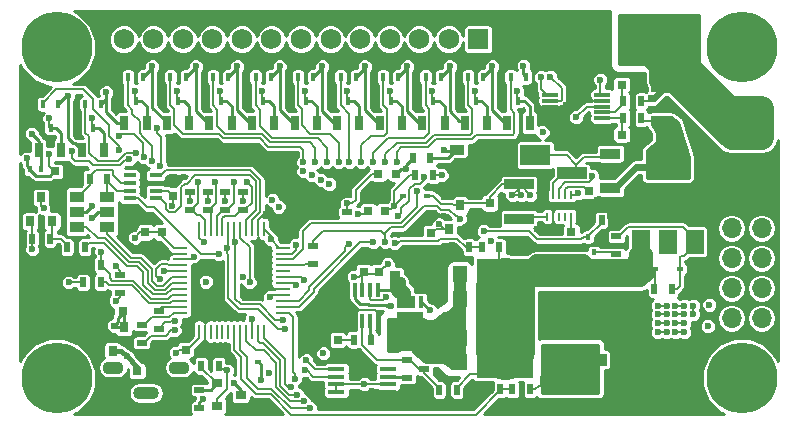
<source format=gbl>
%TF.GenerationSoftware,KiCad,Pcbnew,4.0.7*%
%TF.CreationDate,2018-05-06T22:33:30+03:00*%
%TF.ProjectId,FlexiBMS,466C657869424D532E6B696361645F70,rev?*%
%TF.FileFunction,Copper,L4,Bot,Signal*%
%FSLAX46Y46*%
G04 Gerber Fmt 4.6, Leading zero omitted, Abs format (unit mm)*
G04 Created by KiCad (PCBNEW 4.0.7) date 05/06/18 22:33:30*
%MOMM*%
%LPD*%
G01*
G04 APERTURE LIST*
%ADD10C,0.100000*%
%ADD11C,6.000000*%
%ADD12R,1.750000X1.750000*%
%ADD13C,1.750000*%
%ADD14R,0.800000X0.750000*%
%ADD15R,0.750000X0.800000*%
%ADD16R,0.600000X0.450000*%
%ADD17R,1.200000X0.900000*%
%ADD18R,1.270000X1.400000*%
%ADD19R,4.800000X4.720000*%
%ADD20R,1.700000X0.900000*%
%ADD21R,2.500000X0.900000*%
%ADD22R,3.800000X2.000000*%
%ADD23R,1.500000X2.000000*%
%ADD24R,0.400000X0.510000*%
%ADD25R,0.800000X0.900000*%
%ADD26R,0.900000X0.800000*%
%ADD27R,0.450000X0.700000*%
%ADD28R,0.900000X0.500000*%
%ADD29R,0.500000X0.900000*%
%ADD30R,0.900000X1.700000*%
%ADD31R,1.300000X0.250000*%
%ADD32R,0.250000X1.300000*%
%ADD33R,0.250000X0.700000*%
%ADD34R,1.200000X0.640000*%
%ADD35R,1.400000X0.300000*%
%ADD36R,0.400000X1.220000*%
%ADD37R,1.450000X0.450000*%
%ADD38R,2.300000X2.500000*%
%ADD39R,1.640000X1.000000*%
%ADD40R,0.350000X1.000000*%
%ADD41R,0.700000X1.300000*%
%ADD42R,1.700000X1.700000*%
%ADD43O,1.700000X1.700000*%
%ADD44R,2.500000X1.000000*%
%ADD45R,2.500000X1.800000*%
%ADD46R,0.400000X0.600000*%
%ADD47R,1.060000X0.400000*%
%ADD48O,1.800000X1.100000*%
%ADD49O,2.200000X1.100000*%
%ADD50R,1.270000X0.970000*%
%ADD51C,0.600000*%
%ADD52C,0.180000*%
%ADD53C,0.250000*%
%ADD54C,0.600000*%
%ADD55C,0.400000*%
%ADD56C,2.000000*%
%ADD57C,1.000000*%
%ADD58C,0.170000*%
%ADD59C,0.800000*%
%ADD60C,5.000000*%
%ADD61C,0.254000*%
G04 APERTURE END LIST*
D10*
D11*
X201500000Y-81500000D03*
X201500000Y-53500000D03*
X143500000Y-81500000D03*
D12*
X179200000Y-52800000D03*
D13*
X176700000Y-52800000D03*
X174200000Y-52800000D03*
X171700000Y-52800000D03*
X169200000Y-52800000D03*
X166700000Y-52800000D03*
X164200000Y-52800000D03*
X161700000Y-52800000D03*
X159200000Y-52800000D03*
X156700000Y-52800000D03*
X154200000Y-52800000D03*
X151700000Y-52800000D03*
X149200000Y-52800000D03*
D14*
X151850000Y-80900000D03*
X150350000Y-80900000D03*
X147600000Y-75800000D03*
X149100000Y-75800000D03*
X155950000Y-79100000D03*
X154450000Y-79100000D03*
D15*
X152400000Y-70650000D03*
X152400000Y-69150000D03*
X151000000Y-70650000D03*
X151000000Y-69150000D03*
X171300000Y-65850000D03*
X171300000Y-67350000D03*
X169900000Y-65850000D03*
X169900000Y-67350000D03*
D14*
X172250000Y-64200000D03*
X170750000Y-64200000D03*
D15*
X188550000Y-67150000D03*
X188550000Y-65650000D03*
D14*
X185600000Y-69100000D03*
X187100000Y-69100000D03*
X191350000Y-56650000D03*
X192850000Y-56650000D03*
X192850000Y-60900000D03*
X191350000Y-60900000D03*
D15*
X167300000Y-78250000D03*
X167300000Y-76750000D03*
X169500000Y-71000000D03*
X169500000Y-72500000D03*
X170800000Y-71000000D03*
X170800000Y-72500000D03*
D16*
X194150000Y-72250000D03*
X196250000Y-72250000D03*
D17*
X177400000Y-62150000D03*
X177400000Y-65450000D03*
D18*
X177650000Y-78060000D03*
D19*
X181450000Y-79100000D03*
D18*
X177650000Y-80140000D03*
X177650000Y-72710000D03*
D19*
X181450000Y-73750000D03*
D18*
X177650000Y-74790000D03*
D20*
X190400000Y-65400000D03*
X190400000Y-62500000D03*
D21*
X182650000Y-68000000D03*
X182650000Y-65100000D03*
D22*
X195250000Y-63650000D03*
D23*
X195250000Y-69950000D03*
X192950000Y-69950000D03*
X197550000Y-69950000D03*
D24*
X188500000Y-69550000D03*
X189500000Y-69550000D03*
X189000000Y-70850000D03*
D25*
X143150000Y-68200000D03*
X141250000Y-68200000D03*
X142200000Y-66200000D03*
D26*
X157100000Y-83850000D03*
X157100000Y-81950000D03*
X159100000Y-82900000D03*
D27*
X181950000Y-56000000D03*
X183250000Y-56000000D03*
X182600000Y-58000000D03*
X178350000Y-56000000D03*
X179650000Y-56000000D03*
X179000000Y-58000000D03*
X174750000Y-56000000D03*
X176050000Y-56000000D03*
X175400000Y-58000000D03*
X171150000Y-56000000D03*
X172450000Y-56000000D03*
X171800000Y-58000000D03*
X167550000Y-56000000D03*
X168850000Y-56000000D03*
X168200000Y-58000000D03*
X163950000Y-56000000D03*
X165250000Y-56000000D03*
X164600000Y-58000000D03*
X160350000Y-56000000D03*
X161650000Y-56000000D03*
X161000000Y-58000000D03*
X156750000Y-56000000D03*
X158050000Y-56000000D03*
X157400000Y-58000000D03*
X153150000Y-56000000D03*
X154450000Y-56000000D03*
X153800000Y-58000000D03*
X149550000Y-56000000D03*
X150850000Y-56000000D03*
X150200000Y-58000000D03*
X145950000Y-58300000D03*
X147250000Y-58300000D03*
X146600000Y-60300000D03*
X142350000Y-58300000D03*
X143650000Y-58300000D03*
X143000000Y-60300000D03*
D28*
X190900000Y-71000000D03*
X190900000Y-69500000D03*
D29*
X191150000Y-68150000D03*
X189650000Y-68150000D03*
X195600000Y-73950000D03*
X194100000Y-73950000D03*
X181000000Y-70400000D03*
X179500000Y-70400000D03*
X178450000Y-70400000D03*
X176950000Y-70400000D03*
X183600000Y-82450000D03*
X182100000Y-82450000D03*
X181050000Y-82450000D03*
X179550000Y-82450000D03*
X142950000Y-69700000D03*
X141450000Y-69700000D03*
X145900000Y-70400000D03*
X144400000Y-70400000D03*
D28*
X155600000Y-82500000D03*
X155600000Y-84000000D03*
X150700000Y-78500000D03*
X150700000Y-77000000D03*
D29*
X157250000Y-80450000D03*
X155750000Y-80450000D03*
X175350000Y-64300000D03*
X173850000Y-64300000D03*
D28*
X156300000Y-65750000D03*
X156300000Y-67250000D03*
X159300000Y-65750000D03*
X159300000Y-67250000D03*
X157800000Y-65750000D03*
X157800000Y-67250000D03*
X154800000Y-65750000D03*
X154800000Y-67250000D03*
D29*
X175150000Y-62900000D03*
X173650000Y-62900000D03*
X193000000Y-58050000D03*
X191500000Y-58050000D03*
X193000000Y-59500000D03*
X191500000Y-59500000D03*
D20*
X194700000Y-56850000D03*
X194700000Y-59750000D03*
D29*
X170150000Y-78250000D03*
X168650000Y-78250000D03*
D30*
X172200000Y-73250000D03*
X175100000Y-73250000D03*
D28*
X174650000Y-80750000D03*
X174650000Y-82250000D03*
D29*
X175900000Y-82500000D03*
X177400000Y-82500000D03*
D28*
X173200000Y-81450000D03*
X173200000Y-79950000D03*
D25*
X147300000Y-77200000D03*
X149200000Y-77200000D03*
X148250000Y-79200000D03*
D31*
X162650000Y-70450000D03*
X162650000Y-70950000D03*
X162650000Y-71450000D03*
X162650000Y-71950000D03*
X162650000Y-72450000D03*
X162650000Y-72950000D03*
X162650000Y-73450000D03*
X162650000Y-73950000D03*
X162650000Y-74450000D03*
X162650000Y-74950000D03*
X162650000Y-75450000D03*
X162650000Y-75950000D03*
D32*
X161050000Y-77550000D03*
X160550000Y-77550000D03*
X160050000Y-77550000D03*
X159550000Y-77550000D03*
X159050000Y-77550000D03*
X158550000Y-77550000D03*
X158050000Y-77550000D03*
X157550000Y-77550000D03*
X157050000Y-77550000D03*
X156550000Y-77550000D03*
X156050000Y-77550000D03*
X155550000Y-77550000D03*
D31*
X153950000Y-75950000D03*
X153950000Y-75450000D03*
X153950000Y-74950000D03*
X153950000Y-74450000D03*
X153950000Y-73950000D03*
X153950000Y-73450000D03*
X153950000Y-72950000D03*
X153950000Y-72450000D03*
X153950000Y-71950000D03*
X153950000Y-71450000D03*
X153950000Y-70950000D03*
X153950000Y-70450000D03*
D32*
X155550000Y-68850000D03*
X156050000Y-68850000D03*
X156550000Y-68850000D03*
X157050000Y-68850000D03*
X157550000Y-68850000D03*
X158050000Y-68850000D03*
X158550000Y-68850000D03*
X159050000Y-68850000D03*
X159550000Y-68850000D03*
X160050000Y-68850000D03*
X160550000Y-68850000D03*
X161050000Y-68850000D03*
D33*
X185050000Y-65975000D03*
X185550000Y-65975000D03*
X186050000Y-65975000D03*
X186550000Y-65975000D03*
X187050000Y-65975000D03*
X187050000Y-67825000D03*
X186550000Y-67825000D03*
X186050000Y-67825000D03*
X185550000Y-67825000D03*
X185050000Y-67825000D03*
D34*
X186650000Y-66900000D03*
X185450000Y-66900000D03*
D35*
X185300000Y-59500000D03*
X185300000Y-59000000D03*
X185300000Y-58500000D03*
X185300000Y-58000000D03*
X185300000Y-57500000D03*
X189700000Y-57500000D03*
X189700000Y-58000000D03*
X189700000Y-58500000D03*
X189700000Y-59000000D03*
X189700000Y-59500000D03*
D36*
X170700000Y-76620000D03*
X170060000Y-76620000D03*
X169400000Y-76620000D03*
X168760000Y-76620000D03*
X168760000Y-74000000D03*
X169400000Y-74000000D03*
X170060000Y-74000000D03*
X170700000Y-74000000D03*
D37*
X167200000Y-82675000D03*
X167200000Y-82025000D03*
X167200000Y-81375000D03*
X167200000Y-80725000D03*
X171600000Y-80725000D03*
X171600000Y-81375000D03*
X171600000Y-82025000D03*
X171600000Y-82675000D03*
D38*
X173425000Y-77200000D03*
D39*
X173100000Y-75050000D03*
D40*
X174400000Y-75050000D03*
D41*
X181650000Y-59900000D03*
X183550000Y-59900000D03*
X178050000Y-59900000D03*
X179950000Y-59900000D03*
X174450000Y-59900000D03*
X176350000Y-59900000D03*
X170850000Y-59900000D03*
X172750000Y-59900000D03*
X167250000Y-59900000D03*
X169150000Y-59900000D03*
X163650000Y-59900000D03*
X165550000Y-59900000D03*
X160050000Y-59900000D03*
X161950000Y-59900000D03*
X156450000Y-59900000D03*
X158350000Y-59900000D03*
X152850000Y-59900000D03*
X154750000Y-59900000D03*
X149250000Y-59900000D03*
X151150000Y-59900000D03*
X145650000Y-62200000D03*
X147550000Y-62200000D03*
X142000000Y-62200000D03*
X143900000Y-62200000D03*
D29*
X145750000Y-71900000D03*
X147250000Y-71900000D03*
D28*
X148900000Y-72750000D03*
X148900000Y-74250000D03*
X165250000Y-71800000D03*
X165250000Y-70300000D03*
D16*
X174900000Y-66050000D03*
X172800000Y-66050000D03*
D28*
X152150000Y-77300000D03*
X152150000Y-75800000D03*
D42*
X200660000Y-58640000D03*
D43*
X203200000Y-58640000D03*
X200660000Y-61180000D03*
X203200000Y-61180000D03*
X200660000Y-63720000D03*
X203200000Y-63720000D03*
X200660000Y-66260000D03*
X203200000Y-66260000D03*
X200660000Y-68800000D03*
X203200000Y-68800000D03*
X200660000Y-71340000D03*
X203200000Y-71340000D03*
X200660000Y-73880000D03*
X203200000Y-73880000D03*
X200660000Y-76420000D03*
X203200000Y-76420000D03*
D14*
X144850000Y-64000000D03*
X143350000Y-64000000D03*
D28*
X168100000Y-67450000D03*
X168100000Y-65950000D03*
D44*
X185750000Y-79950000D03*
X185750000Y-76950000D03*
X188850000Y-79950000D03*
X188850000Y-76950000D03*
X187150000Y-64150000D03*
X187150000Y-61150000D03*
D15*
X153400000Y-64550000D03*
X153400000Y-66050000D03*
X180200000Y-68200000D03*
X180200000Y-66700000D03*
X175200000Y-67700000D03*
X175200000Y-69200000D03*
D44*
X185750000Y-72350000D03*
X185750000Y-75350000D03*
X188850000Y-72350000D03*
X188850000Y-75350000D03*
X191950000Y-72350000D03*
X191950000Y-75350000D03*
D45*
X184050000Y-62600000D03*
X180050000Y-62600000D03*
D46*
X142150000Y-63800000D03*
X141250000Y-63800000D03*
D47*
X151900000Y-64320000D03*
X151900000Y-64970000D03*
X151900000Y-65630000D03*
X151900000Y-66280000D03*
X149700000Y-66280000D03*
X149700000Y-65630000D03*
X149700000Y-64970000D03*
X149700000Y-64320000D03*
D25*
X178650000Y-68850000D03*
X176750000Y-68850000D03*
X177700000Y-66850000D03*
D48*
X148300000Y-80600000D03*
X153900000Y-80600000D03*
D49*
X151100000Y-82750000D03*
D11*
X143500000Y-53500000D03*
D50*
X145200000Y-68670000D03*
X145200000Y-67400000D03*
X145200000Y-66130000D03*
X147800000Y-68670000D03*
X147800000Y-67400000D03*
X147800000Y-66130000D03*
D29*
X146300000Y-64600000D03*
X147800000Y-64600000D03*
X145750000Y-73400000D03*
X147250000Y-73400000D03*
D16*
X160600000Y-80100000D03*
X158500000Y-80100000D03*
D51*
X179100000Y-65550000D03*
X178600000Y-66050000D03*
X183900000Y-51100000D03*
X183900000Y-51900000D03*
X183900000Y-52700000D03*
X183900000Y-53500000D03*
X183900000Y-54300000D03*
X184700000Y-51100000D03*
X184700000Y-51900000D03*
X184700000Y-52700000D03*
X184700000Y-53500000D03*
X184700000Y-54300000D03*
X185500000Y-51100000D03*
X185500000Y-51900000D03*
X185500000Y-52700000D03*
X185500000Y-53500000D03*
X185500000Y-54300000D03*
X186300000Y-51100000D03*
X186300000Y-51900000D03*
X186300000Y-52700000D03*
X186300000Y-53500000D03*
X186300000Y-54300000D03*
X187100000Y-51100000D03*
X187100000Y-51900000D03*
X187100000Y-52700000D03*
X187100000Y-53500000D03*
X187100000Y-54300000D03*
X187900000Y-51100000D03*
X187900000Y-51900000D03*
X187900000Y-52700000D03*
X187900000Y-53500000D03*
X187900000Y-54300000D03*
X188700000Y-51100000D03*
X188700000Y-51900000D03*
X188700000Y-52700000D03*
X188700000Y-53500000D03*
X188700000Y-54300000D03*
X189500000Y-51100000D03*
X189500000Y-51900000D03*
X189500000Y-52700000D03*
X189500000Y-53500000D03*
X189500000Y-54300000D03*
X192200000Y-68000000D03*
X192200000Y-67250000D03*
X197100000Y-68000000D03*
X197100000Y-67250000D03*
X192400000Y-66550000D03*
X193150000Y-66550000D03*
X193900000Y-66550000D03*
X196900000Y-66550000D03*
X196150000Y-66550000D03*
X195400000Y-66550000D03*
X194650000Y-66550000D03*
X195300000Y-80850000D03*
X195300000Y-80100000D03*
X195300000Y-79350000D03*
X193800000Y-82350000D03*
X193050000Y-82350000D03*
X192300000Y-82350000D03*
X191550000Y-82350000D03*
X190800000Y-82350000D03*
X190800000Y-81600000D03*
X191550000Y-81600000D03*
X192300000Y-81600000D03*
X193050000Y-81600000D03*
X193800000Y-81600000D03*
X194550000Y-81600000D03*
X194550000Y-80850000D03*
X194550000Y-80100000D03*
X194550000Y-79350000D03*
X193800000Y-79350000D03*
X193800000Y-80100000D03*
X193800000Y-80850000D03*
X193050000Y-80850000D03*
X192300000Y-80850000D03*
X191550000Y-80850000D03*
X190800000Y-80850000D03*
X193050000Y-78150000D03*
X192300000Y-78150000D03*
X191550000Y-78150000D03*
X190800000Y-78150000D03*
X190050000Y-78150000D03*
X189300000Y-77900000D03*
X191500000Y-74400000D03*
X190750000Y-74400000D03*
X190000000Y-74400000D03*
X189250000Y-74400000D03*
X188500000Y-74400000D03*
X187750000Y-74400000D03*
X187000000Y-74400000D03*
X186250000Y-74400000D03*
X185500000Y-74400000D03*
X184700000Y-74400000D03*
X192850000Y-55850000D03*
X193700000Y-61050000D03*
X190400000Y-67750000D03*
X175873643Y-70730101D03*
X176307200Y-67799436D03*
X181800000Y-62200000D03*
X181800000Y-62950000D03*
X187950000Y-62200000D03*
X187250000Y-62200000D03*
X176318051Y-66181949D03*
X176300000Y-65450000D03*
X179200000Y-67850000D03*
X189300000Y-66400000D03*
X184400000Y-66350000D03*
X184169998Y-68850000D03*
X184169998Y-67100000D03*
X170599868Y-66596641D03*
X170154470Y-71703496D03*
X186634227Y-58351875D03*
X174050000Y-73900000D03*
X174050000Y-73100000D03*
X174050000Y-72350000D03*
X174650000Y-71850000D03*
X175450000Y-75050000D03*
X176250000Y-75050000D03*
X176250000Y-74250000D03*
X176250000Y-73450000D03*
X176250000Y-72650000D03*
X175400000Y-71850000D03*
X168100000Y-76900000D03*
X170200000Y-82570000D03*
X165450000Y-76600000D03*
X180300000Y-82450000D03*
X161350000Y-83400000D03*
X161266080Y-67627567D03*
X151700000Y-71400000D03*
X147250000Y-78100000D03*
X156800000Y-79050000D03*
X155450000Y-73700000D03*
X167329068Y-66581396D03*
X153150000Y-82400000D03*
X154000000Y-82400000D03*
X149050000Y-82400000D03*
X148200000Y-82400000D03*
X146500000Y-72450000D03*
X154300000Y-64449999D03*
X144500000Y-64900000D03*
X142950000Y-61550000D03*
X145300000Y-60700000D03*
X148900000Y-58400000D03*
X152500000Y-58400000D03*
X156100000Y-58400000D03*
X159700000Y-58400000D03*
X163300000Y-58400000D03*
X166900000Y-58400000D03*
X170500000Y-58400000D03*
X174100000Y-58400000D03*
X177700000Y-58400000D03*
X181300000Y-58400000D03*
X161550000Y-73750000D03*
X149450000Y-79650000D03*
X166100000Y-79400000D03*
X180281429Y-69845873D03*
X175921555Y-68477434D03*
X148368748Y-77057290D03*
X184650000Y-60680000D03*
X169550000Y-82000000D03*
X159250000Y-72900000D03*
X161450000Y-81050000D03*
X161650000Y-69750000D03*
X150150000Y-69600000D03*
X141450000Y-70605002D03*
X153600000Y-79350000D03*
X156147655Y-73351173D03*
X161550000Y-74650000D03*
X155900000Y-83250000D03*
X159300000Y-66500000D03*
X157800000Y-66500000D03*
X156300000Y-66500000D03*
X154800000Y-66500000D03*
X153300000Y-66900000D03*
X148500000Y-72000000D03*
X169030002Y-67600000D03*
X173100000Y-63800000D03*
X152300000Y-63500000D03*
X151980002Y-60300000D03*
X150892555Y-62796543D03*
X148795873Y-61018571D03*
X149663533Y-62975041D03*
X144800000Y-62230000D03*
X197100000Y-54300000D03*
X197100000Y-51900000D03*
X197100000Y-53500000D03*
X197100000Y-51100000D03*
X197100000Y-52700000D03*
X196300000Y-54300000D03*
X196300000Y-51900000D03*
X196300000Y-53500000D03*
X196300000Y-51100000D03*
X196300000Y-52700000D03*
X195500000Y-54300000D03*
X195500000Y-51900000D03*
X195500000Y-53500000D03*
X195500000Y-51100000D03*
X195500000Y-52700000D03*
X194700000Y-54300000D03*
X194700000Y-51900000D03*
X194700000Y-53500000D03*
X194700000Y-51100000D03*
X194700000Y-52700000D03*
X193900000Y-54300000D03*
X193900000Y-51900000D03*
X193900000Y-53500000D03*
X193900000Y-51100000D03*
X193900000Y-52700000D03*
X193100000Y-54300000D03*
X193100000Y-51900000D03*
X193100000Y-53500000D03*
X193100000Y-51100000D03*
X193100000Y-52700000D03*
X192300000Y-54300000D03*
X192300000Y-51900000D03*
X192300000Y-53500000D03*
X192300000Y-51100000D03*
X192300000Y-52700000D03*
X191500000Y-51100000D03*
X191500000Y-51900000D03*
X191500000Y-52700000D03*
X191500000Y-53500000D03*
X191500000Y-54300000D03*
X187500000Y-59400000D03*
X193850000Y-57800000D03*
X189550000Y-56250000D03*
X171550000Y-71850000D03*
X168650000Y-72909998D03*
X153500000Y-77450000D03*
X176100000Y-64300000D03*
X174619998Y-64500000D03*
X172400000Y-67800000D03*
X176300000Y-62200000D03*
X180400000Y-55100000D03*
X176800000Y-55100000D03*
X173200000Y-55100000D03*
X169600000Y-55100000D03*
X166000000Y-55100000D03*
X162400000Y-55100000D03*
X158800000Y-55100000D03*
X155300000Y-55100000D03*
X151600000Y-55100000D03*
X147700000Y-57300000D03*
X144461393Y-57605000D03*
X142900000Y-62500000D03*
X141000000Y-62900000D03*
X141400000Y-60800000D03*
X174900000Y-79800000D03*
X175700000Y-79800000D03*
X176550000Y-79800000D03*
X176550000Y-79000000D03*
X176550000Y-78200000D03*
X176550000Y-77400000D03*
X175750000Y-77400000D03*
X174900000Y-77400000D03*
X174900000Y-78200000D03*
X175700000Y-78200000D03*
X175700000Y-79000000D03*
X174900000Y-79000000D03*
X174100000Y-79000000D03*
X152600000Y-72400000D03*
X152239651Y-73121319D03*
X155950000Y-70000000D03*
X155100000Y-71200000D03*
X142400000Y-67100000D03*
X183038148Y-55033241D03*
X157950000Y-80850000D03*
X172300000Y-63200000D03*
X182520000Y-57200000D03*
X171300000Y-63200000D03*
X178920000Y-57200000D03*
X170300000Y-63200000D03*
X175320000Y-57200000D03*
X169300000Y-63200000D03*
X171720000Y-57200000D03*
X168300000Y-63200000D03*
X168120000Y-57200000D03*
X167400000Y-63200000D03*
X164520000Y-57200000D03*
X166400000Y-63200000D03*
X160920000Y-57200000D03*
X165400000Y-63200000D03*
X157320000Y-57200000D03*
X164400000Y-63200000D03*
X153720000Y-57200000D03*
X151600000Y-63125061D03*
X150120000Y-57200000D03*
X150200000Y-62405041D03*
X146520000Y-59500000D03*
X148790001Y-62194158D03*
X142900000Y-59500000D03*
X175123134Y-75758210D03*
X171800000Y-75400000D03*
X170300000Y-70005002D03*
X172120932Y-70068604D03*
X159850000Y-73400000D03*
X164630000Y-80000000D03*
X185314817Y-55969998D03*
X162640010Y-76555002D03*
X162300000Y-67000000D03*
X158620000Y-70005027D03*
X162840000Y-77298579D03*
X164500000Y-80850000D03*
X184535337Y-56020673D03*
X161770570Y-66427194D03*
X157915526Y-70513186D03*
X160050000Y-76450000D03*
X156900000Y-64900000D03*
X166587123Y-65060021D03*
X159600000Y-64910011D03*
X165854839Y-64700011D03*
X158500000Y-64900000D03*
X165113947Y-64340001D03*
X155500000Y-64900000D03*
X164399999Y-63980001D03*
X163389571Y-82262476D03*
X163674942Y-81536552D03*
X198780000Y-75300000D03*
X164421568Y-83456273D03*
X164950000Y-84030000D03*
X198650870Y-77100000D03*
X163859929Y-82886273D03*
X168264950Y-70114950D03*
X179681828Y-69058152D03*
X177650000Y-68000000D03*
X171350000Y-69950000D03*
X153550000Y-76650000D03*
X147300000Y-70800000D03*
X168100000Y-66700000D03*
X188750000Y-82400000D03*
X188000000Y-82400000D03*
X187250000Y-82400000D03*
X186500000Y-82400000D03*
X185750000Y-82400000D03*
X185000000Y-82400000D03*
X188750000Y-81650000D03*
X188000000Y-81650000D03*
X187250000Y-81650000D03*
X186500000Y-81650000D03*
X185750000Y-81650000D03*
X185000000Y-81650000D03*
X188750000Y-80900000D03*
X188000000Y-80900000D03*
X187250000Y-80900000D03*
X186500000Y-80900000D03*
X185750000Y-80900000D03*
X185000000Y-80900000D03*
X188750000Y-79000000D03*
X188000000Y-79000000D03*
X187250000Y-79000000D03*
X186500000Y-79000000D03*
X185750000Y-79000000D03*
X185000000Y-79000000D03*
X172100000Y-66900000D03*
X183600000Y-66000000D03*
X182100000Y-66000000D03*
X182850000Y-66000000D03*
X187694998Y-65850011D03*
X194400000Y-75350000D03*
X195150000Y-75350000D03*
X195900000Y-75350000D03*
X196650000Y-75350000D03*
X197400000Y-75350000D03*
X197400000Y-76100000D03*
X196650000Y-76100000D03*
X195900000Y-76100000D03*
X195150000Y-76100000D03*
X194400000Y-76100000D03*
X194400000Y-76850000D03*
X195150000Y-76850000D03*
X195900000Y-76850000D03*
X196650000Y-76850000D03*
X196643687Y-77593687D03*
X195900000Y-77600000D03*
X195150000Y-77600000D03*
X194400000Y-77600000D03*
X187600000Y-71300000D03*
X186850000Y-71300000D03*
X186100000Y-71300000D03*
X185350000Y-71300000D03*
X193000000Y-73300000D03*
X192250000Y-73300000D03*
X191500000Y-73300000D03*
X190750000Y-73300000D03*
X190000000Y-73300000D03*
X189250000Y-73300000D03*
X188500000Y-73300000D03*
X187750000Y-73300000D03*
X187000000Y-73300000D03*
X186250000Y-73300000D03*
X185500000Y-73300000D03*
X184700000Y-73300000D03*
X184600000Y-71300000D03*
X148500000Y-74950000D03*
X163760010Y-73600000D03*
X157250000Y-71000000D03*
X163771781Y-70236542D03*
X174033051Y-65623052D03*
X188880002Y-64400000D03*
X146480002Y-67900000D03*
X146500000Y-66900000D03*
X144519998Y-73400000D03*
X171378117Y-74652499D03*
X164430851Y-73202037D03*
X158520000Y-81900000D03*
X160821218Y-81640802D03*
D52*
X177400000Y-65450000D02*
X178000000Y-65450000D01*
X178000000Y-65450000D02*
X178600000Y-66050000D01*
D53*
X158500000Y-80100000D02*
X158500000Y-79695000D01*
X158500000Y-79695000D02*
X157855000Y-79050000D01*
X157855000Y-79050000D02*
X157224264Y-79050000D01*
X157224264Y-79050000D02*
X156800000Y-79050000D01*
D52*
X183900000Y-51900000D02*
X183900000Y-51100000D01*
X183900000Y-53500000D02*
X183900000Y-52700000D01*
X184700000Y-51900000D02*
X184700000Y-51100000D01*
X184700000Y-53500000D02*
X184700000Y-52700000D01*
X185500000Y-51900000D02*
X185500000Y-51100000D01*
X185500000Y-53500000D02*
X185500000Y-52700000D01*
X186300000Y-51900000D02*
X186300000Y-51100000D01*
X186300000Y-53500000D02*
X186300000Y-52700000D01*
X187100000Y-51900000D02*
X187100000Y-51100000D01*
X187100000Y-53500000D02*
X187100000Y-52700000D01*
X187900000Y-51900000D02*
X187900000Y-51100000D01*
X187900000Y-53500000D02*
X187900000Y-52700000D01*
X188700000Y-51900000D02*
X188700000Y-51100000D01*
X188700000Y-53500000D02*
X188700000Y-52700000D01*
X189500000Y-51900000D02*
X189500000Y-51100000D01*
X189500000Y-53500000D02*
X189500000Y-52700000D01*
X189500000Y-55200000D02*
X189500000Y-54300000D01*
X190000000Y-55700000D02*
X189500000Y-55200000D01*
X190500000Y-55700000D02*
X190000000Y-55700000D01*
X192275736Y-55700000D02*
X190500000Y-55700000D01*
X192850000Y-55850000D02*
X192425736Y-55850000D01*
X192425736Y-55850000D02*
X192275736Y-55700000D01*
D54*
X192200000Y-67250000D02*
X192200000Y-68000000D01*
X197100000Y-67250000D02*
X197100000Y-68000000D01*
X193150000Y-66550000D02*
X192400000Y-66550000D01*
X196150000Y-66550000D02*
X196900000Y-66550000D01*
X194650000Y-66550000D02*
X195400000Y-66550000D01*
D52*
X195300000Y-80100000D02*
X195300000Y-80850000D01*
X194550000Y-79350000D02*
X195300000Y-79350000D01*
X193050000Y-78150000D02*
X193050000Y-78600000D01*
X193050000Y-78600000D02*
X193800000Y-79350000D01*
X192300000Y-82350000D02*
X193050000Y-82350000D01*
X190800000Y-82350000D02*
X191550000Y-82350000D01*
X191550000Y-81600000D02*
X190800000Y-81600000D01*
X193050000Y-81600000D02*
X192300000Y-81600000D01*
X194550000Y-81600000D02*
X193800000Y-81600000D01*
X194550000Y-80100000D02*
X194550000Y-80850000D01*
X193800000Y-79350000D02*
X194550000Y-79350000D01*
X193800000Y-80850000D02*
X193800000Y-80100000D01*
X192300000Y-80850000D02*
X193050000Y-80850000D01*
X190800000Y-80850000D02*
X191550000Y-80850000D01*
X191550000Y-78150000D02*
X192300000Y-78150000D01*
X190050000Y-78150000D02*
X190800000Y-78150000D01*
X188850000Y-76950000D02*
X188850000Y-77450000D01*
X188850000Y-77450000D02*
X189300000Y-77900000D01*
X190750000Y-74400000D02*
X191500000Y-74400000D01*
X189250000Y-74400000D02*
X190000000Y-74400000D01*
X187750000Y-74400000D02*
X188500000Y-74400000D01*
X186250000Y-74400000D02*
X187000000Y-74400000D01*
X184700000Y-74400000D02*
X185500000Y-74400000D01*
X185400000Y-75350000D02*
X185400000Y-75100000D01*
X185400000Y-75100000D02*
X184700000Y-74400000D01*
X185750000Y-75350000D02*
X185400000Y-75350000D01*
X192850000Y-56650000D02*
X192850000Y-55850000D01*
X192850000Y-60900000D02*
X193550000Y-60900000D01*
X193550000Y-60900000D02*
X193700000Y-61050000D01*
X191030000Y-76950000D02*
X190850000Y-76950000D01*
X190850000Y-76950000D02*
X190280000Y-76950000D01*
X190850000Y-77200000D02*
X190850000Y-76950000D01*
X189500000Y-69550000D02*
X189500000Y-69495000D01*
X189500000Y-69495000D02*
X190800000Y-68195000D01*
X190800000Y-68195000D02*
X190800000Y-68150000D01*
X191150000Y-68150000D02*
X190800000Y-68150000D01*
X190800000Y-68150000D02*
X190400000Y-67750000D01*
X172450000Y-71906398D02*
X173606398Y-71906398D01*
X173606398Y-71906398D02*
X174050000Y-72350000D01*
X170800000Y-71000000D02*
X171543602Y-71000000D01*
X171543602Y-71000000D02*
X172450000Y-71906398D01*
X175400000Y-71850000D02*
X174650000Y-71850000D01*
X176950000Y-70400000D02*
X176203744Y-70400000D01*
X176203744Y-70400000D02*
X175873643Y-70730101D01*
X176050000Y-67700000D02*
X176207764Y-67700000D01*
X176207764Y-67700000D02*
X176307200Y-67799436D01*
X181800000Y-62950000D02*
X181375736Y-62950000D01*
X181375736Y-62950000D02*
X181025736Y-62600000D01*
X181025736Y-62600000D02*
X180050000Y-62600000D01*
X181480000Y-62600000D02*
X181480000Y-62520000D01*
X181480000Y-62520000D02*
X181800000Y-62200000D01*
X180050000Y-62600000D02*
X181480000Y-62600000D01*
X187950000Y-62200000D02*
X187950000Y-61950000D01*
X187950000Y-61950000D02*
X187150000Y-61150000D01*
X187150000Y-61150000D02*
X187150000Y-62100000D01*
X187150000Y-62100000D02*
X187250000Y-62200000D01*
X177400000Y-65450000D02*
X177050000Y-65450000D01*
X177050000Y-65450000D02*
X176318051Y-66181949D01*
X177400000Y-65450000D02*
X176300000Y-65450000D01*
X175250000Y-67700000D02*
X176050000Y-67700000D01*
X180200000Y-68200000D02*
X179550000Y-68200000D01*
X179550000Y-68200000D02*
X179200000Y-67850000D01*
X178650000Y-68850000D02*
X178650000Y-68400000D01*
X178650000Y-68400000D02*
X179200000Y-67850000D01*
X188550000Y-67150000D02*
X189300000Y-66400000D01*
X185450000Y-66900000D02*
X184950000Y-66900000D01*
X184950000Y-66900000D02*
X184400000Y-66350000D01*
X185600000Y-69100000D02*
X184419998Y-69100000D01*
X184419998Y-69100000D02*
X184169998Y-68850000D01*
X184419998Y-66900000D02*
X184369998Y-66900000D01*
X184369998Y-66900000D02*
X184169998Y-67100000D01*
X185450000Y-66900000D02*
X184419998Y-66900000D01*
X170700000Y-76620000D02*
X170700000Y-75963998D01*
X170700000Y-75963998D02*
X170476001Y-75739999D01*
X170476001Y-75739999D02*
X168850001Y-75739999D01*
X168850001Y-75739999D02*
X168760000Y-75830000D01*
X168760000Y-75830000D02*
X168760000Y-76620000D01*
X170154470Y-71703496D02*
X170154470Y-71645530D01*
X170154470Y-71645530D02*
X170800000Y-71000000D01*
X185550000Y-67825000D02*
X185550000Y-67000000D01*
X185550000Y-67000000D02*
X185450000Y-66900000D01*
X185050000Y-65975000D02*
X185050000Y-66500000D01*
X185050000Y-66500000D02*
X185450000Y-66900000D01*
X200660000Y-66260000D02*
X200660000Y-65057919D01*
X200660000Y-65057919D02*
X200660000Y-63720000D01*
X203200000Y-66260000D02*
X200660000Y-66260000D01*
X203200000Y-63720000D02*
X203200000Y-66260000D01*
X200660000Y-63720000D02*
X201862081Y-63720000D01*
X201862081Y-63720000D02*
X203200000Y-63720000D01*
X188850000Y-76950000D02*
X187420000Y-76950000D01*
X187420000Y-76950000D02*
X185750000Y-76950000D01*
X191950000Y-75350000D02*
X191950000Y-76030000D01*
X191950000Y-76030000D02*
X191030000Y-76950000D01*
X190280000Y-76950000D02*
X188850000Y-76950000D01*
X188850000Y-75350000D02*
X191950000Y-75350000D01*
X185750000Y-75350000D02*
X187180000Y-75350000D01*
X187180000Y-75350000D02*
X188850000Y-75350000D01*
X185750000Y-76950000D02*
X185750000Y-75350000D01*
X185550000Y-67825000D02*
X185550000Y-69050000D01*
X185550000Y-69050000D02*
X185600000Y-69100000D01*
X189700000Y-58000000D02*
X186986102Y-58000000D01*
X186986102Y-58000000D02*
X186634227Y-58351875D01*
X185300000Y-58500000D02*
X186486102Y-58500000D01*
X186486102Y-58500000D02*
X186634227Y-58351875D01*
X185300000Y-59500000D02*
X185300000Y-59000000D01*
X185300000Y-58500000D02*
X185300000Y-59000000D01*
X174050000Y-72350000D02*
X174050000Y-73100000D01*
X175100000Y-73250000D02*
X175100000Y-72300000D01*
X175100000Y-72300000D02*
X174650000Y-71850000D01*
X176250000Y-75050000D02*
X175450000Y-75050000D01*
X176250000Y-73450000D02*
X176250000Y-74250000D01*
X175100000Y-73250000D02*
X175650000Y-73250000D01*
X175650000Y-73250000D02*
X176250000Y-72650000D01*
X175100000Y-73250000D02*
X175100000Y-72850000D01*
X170400000Y-71150000D02*
X169300000Y-71150000D01*
X168100000Y-76900000D02*
X168480000Y-76900000D01*
X168480000Y-76900000D02*
X168760000Y-76620000D01*
X167300000Y-76750000D02*
X167950000Y-76750000D01*
X167950000Y-76750000D02*
X168100000Y-76900000D01*
X171600000Y-82675000D02*
X170305000Y-82675000D01*
X170305000Y-82675000D02*
X170200000Y-82570000D01*
X171475000Y-82800000D02*
X171600000Y-82675000D01*
X179550000Y-82450000D02*
X180300000Y-82450000D01*
X161207258Y-67450000D02*
X161207258Y-67568745D01*
X161207258Y-67568745D02*
X161266080Y-67627567D01*
X160550000Y-68850000D02*
X160550000Y-68107258D01*
X160550000Y-68107258D02*
X161207258Y-67450000D01*
X151000000Y-70650000D02*
X151000000Y-70700000D01*
X151000000Y-70700000D02*
X151700000Y-71400000D01*
X151000000Y-70650000D02*
X152400000Y-70650000D01*
X153950000Y-70950000D02*
X152700000Y-70950000D01*
X152700000Y-70950000D02*
X152400000Y-70650000D01*
D53*
X147300000Y-77200000D02*
X147300000Y-76100000D01*
D52*
X147300000Y-76100000D02*
X147600000Y-75800000D01*
D53*
X147300000Y-77200000D02*
X147300000Y-78050000D01*
D52*
X147300000Y-78050000D02*
X147250000Y-78100000D01*
X156050000Y-77550000D02*
X156050000Y-79000000D01*
X156050000Y-79000000D02*
X155950000Y-79100000D01*
X156800000Y-79050000D02*
X156000000Y-79050000D01*
X156000000Y-79050000D02*
X155950000Y-79100000D01*
X168100000Y-65950000D02*
X167960464Y-65950000D01*
X167960464Y-65950000D02*
X167329068Y-66581396D01*
D55*
X154000000Y-82400000D02*
X153150000Y-82400000D01*
X148200000Y-82400000D02*
X149050000Y-82400000D01*
D52*
X145750000Y-71900000D02*
X145950000Y-71900000D01*
X145950000Y-71900000D02*
X146500000Y-72450000D01*
X171300000Y-65850000D02*
X171300000Y-65896509D01*
X171300000Y-65896509D02*
X170599868Y-66596641D01*
X169900000Y-65850000D02*
X169900000Y-65896773D01*
X169900000Y-65896773D02*
X170599868Y-66596641D01*
X168100000Y-65950000D02*
X167900000Y-65950000D01*
X153400000Y-64550000D02*
X154250000Y-64550000D01*
X154250000Y-64550000D02*
X154400000Y-64400000D01*
X144850000Y-64000000D02*
X144850000Y-64550000D01*
X144850000Y-64550000D02*
X144500000Y-64900000D01*
X162650000Y-73950000D02*
X161750000Y-73950000D01*
X161750000Y-73950000D02*
X161550000Y-73750000D01*
D55*
X150350000Y-80900000D02*
X150350000Y-80550000D01*
X150350000Y-80550000D02*
X149450000Y-79650000D01*
X148250000Y-79200000D02*
X149000000Y-79200000D01*
X149000000Y-79200000D02*
X149450000Y-79650000D01*
D52*
X176750000Y-68850000D02*
X176294121Y-68850000D01*
X176294121Y-68850000D02*
X175921555Y-68477434D01*
X176750000Y-68850000D02*
X176750000Y-69000000D01*
X176750000Y-68850000D02*
X175600000Y-68850000D01*
X175600000Y-68850000D02*
X175250000Y-69200000D01*
D53*
X148368748Y-77057290D02*
X148676038Y-76750000D01*
X148676038Y-76750000D02*
X148676038Y-76373962D01*
X148676038Y-76373962D02*
X149100000Y-75950000D01*
D52*
X149100000Y-75950000D02*
X149100000Y-75800000D01*
D53*
X149200000Y-77200000D02*
X148511458Y-77200000D01*
D52*
X148511458Y-77200000D02*
X148368748Y-77057290D01*
X167200000Y-82675000D02*
X167200000Y-82025000D01*
X169550000Y-82000000D02*
X167225000Y-82000000D01*
X167225000Y-82000000D02*
X167200000Y-82025000D01*
X169550000Y-82000000D02*
X171575000Y-82000000D01*
X171575000Y-82000000D02*
X171600000Y-82025000D01*
X162650000Y-70450000D02*
X162350000Y-70450000D01*
X162350000Y-70450000D02*
X161650000Y-69750000D01*
X161650000Y-69750000D02*
X161650000Y-69450000D01*
X161650000Y-69450000D02*
X161050000Y-68850000D01*
X151000000Y-69150000D02*
X150600000Y-69150000D01*
X150600000Y-69150000D02*
X150150000Y-69600000D01*
X151000000Y-69150000D02*
X152400000Y-69150000D01*
X152400000Y-69150000D02*
X152400000Y-69425000D01*
X152400000Y-69425000D02*
X153425000Y-70450000D01*
X153425000Y-70450000D02*
X153950000Y-70450000D01*
X141450000Y-69700000D02*
X141450000Y-70605002D01*
X154450000Y-79100000D02*
X153850000Y-79100000D01*
X153850000Y-79100000D02*
X153600000Y-79350000D01*
D53*
X149200000Y-77200000D02*
X149200000Y-75900000D01*
D52*
X149200000Y-75900000D02*
X149100000Y-75800000D01*
X162650000Y-74450000D02*
X161750000Y-74450000D01*
X161750000Y-74450000D02*
X161550000Y-74650000D01*
D53*
X155600000Y-84000000D02*
X155600000Y-83550000D01*
X155600000Y-83550000D02*
X155900000Y-83250000D01*
D52*
X154450000Y-79100000D02*
X154525000Y-79100000D01*
X154525000Y-79100000D02*
X155550000Y-78075000D01*
X155550000Y-78075000D02*
X155550000Y-77550000D01*
X159300000Y-65750000D02*
X159300000Y-66500000D01*
X157800000Y-65750000D02*
X157800000Y-66500000D01*
X156300000Y-65750000D02*
X156300000Y-66500000D01*
X154800000Y-65750000D02*
X154800000Y-66500000D01*
X153400000Y-66050000D02*
X153400000Y-66800000D01*
X153400000Y-66800000D02*
X153300000Y-66900000D01*
X151900000Y-65630000D02*
X152980000Y-65630000D01*
X152980000Y-65630000D02*
X153400000Y-66050000D01*
X148900000Y-72750000D02*
X148900000Y-72400000D01*
X148900000Y-72400000D02*
X148500000Y-72000000D01*
X141450000Y-69700000D02*
X141450000Y-68400000D01*
X141450000Y-68400000D02*
X141250000Y-68200000D01*
X169030002Y-67600000D02*
X169650000Y-67600000D01*
X169650000Y-67600000D02*
X169900000Y-67350000D01*
D53*
X173100000Y-63800000D02*
X172650000Y-63800000D01*
X172650000Y-63800000D02*
X172250000Y-64200000D01*
X173100000Y-63800000D02*
X173100000Y-63450000D01*
X173100000Y-63450000D02*
X173650000Y-62900000D01*
D52*
X152355738Y-61100000D02*
X152355738Y-63444262D01*
X152355738Y-63444262D02*
X152300000Y-63500000D01*
X151980002Y-60300000D02*
X151980002Y-60724264D01*
X151980002Y-60724264D02*
X152355738Y-61100000D01*
X151900000Y-60380002D02*
X151980002Y-60300000D01*
X150835464Y-61580596D02*
X150835464Y-62739452D01*
X150835464Y-62739452D02*
X150892555Y-62796543D01*
X148795873Y-61018571D02*
X148795873Y-61004127D01*
X148795873Y-61004127D02*
X148979999Y-60820001D01*
X148979999Y-60820001D02*
X150074869Y-60820001D01*
X150074869Y-60820001D02*
X150835464Y-61580596D01*
X149663533Y-62975041D02*
X149586225Y-63052349D01*
X149586225Y-63052349D02*
X149284541Y-63052349D01*
X149284541Y-63052349D02*
X148856881Y-63480011D01*
X148856881Y-63480011D02*
X146576011Y-63480011D01*
X146576011Y-63480011D02*
X146216001Y-63120001D01*
X146216001Y-63120001D02*
X145083999Y-63120001D01*
X145083999Y-63120001D02*
X144800000Y-62836002D01*
X144800000Y-62836002D02*
X144800000Y-62230000D01*
X187500000Y-63420000D02*
X188120000Y-62800000D01*
X188120000Y-62800000D02*
X190150000Y-62800000D01*
X190150000Y-62800000D02*
X190450000Y-62500000D01*
X185550000Y-65975000D02*
X185550000Y-65000000D01*
X185550000Y-65000000D02*
X186400000Y-64150000D01*
X186400000Y-64150000D02*
X187150000Y-64150000D01*
X187500000Y-64100000D02*
X187300000Y-64300000D01*
X184050000Y-62600000D02*
X186680000Y-62600000D01*
X186680000Y-62600000D02*
X187500000Y-63420000D01*
X187500000Y-63420000D02*
X187500000Y-64100000D01*
X186769989Y-65280011D02*
X188180011Y-65280011D01*
X188180011Y-65280011D02*
X188550000Y-65650000D01*
X186550000Y-65975000D02*
X186550000Y-65500000D01*
X186550000Y-65500000D02*
X186769989Y-65280011D01*
X187050000Y-67825000D02*
X187050000Y-69050000D01*
X187050000Y-69050000D02*
X187100000Y-69100000D01*
D54*
X193850000Y-57800000D02*
X194050000Y-57800000D01*
X194050000Y-57800000D02*
X194700000Y-57150000D01*
X194700000Y-57150000D02*
X194700000Y-56850000D01*
D55*
X192300000Y-54300000D02*
X191500000Y-54300000D01*
X193100000Y-54300000D02*
X192300000Y-54300000D01*
X193900000Y-54300000D02*
X193100000Y-54300000D01*
X194700000Y-54300000D02*
X193900000Y-54300000D01*
X195500000Y-54300000D02*
X194700000Y-54300000D01*
X197100000Y-54300000D02*
X195500000Y-54300000D01*
X196300000Y-54300000D02*
X197100000Y-54300000D01*
X196500000Y-54650000D02*
X196500000Y-54500000D01*
X196500000Y-54500000D02*
X196300000Y-54300000D01*
X197100000Y-53500000D02*
X197100000Y-52700000D01*
X197100000Y-51900000D02*
X197100000Y-51100000D01*
X196300000Y-53500000D02*
X196300000Y-52700000D01*
X196300000Y-51900000D02*
X196300000Y-51100000D01*
X195500000Y-53500000D02*
X195500000Y-52700000D01*
X195500000Y-51900000D02*
X195500000Y-51100000D01*
X194700000Y-53500000D02*
X194700000Y-52700000D01*
X194700000Y-51900000D02*
X194700000Y-51100000D01*
X193900000Y-53500000D02*
X193900000Y-52700000D01*
X193900000Y-51900000D02*
X193900000Y-51100000D01*
X193100000Y-53500000D02*
X193100000Y-52700000D01*
X193100000Y-51900000D02*
X193100000Y-51100000D01*
X192300000Y-53500000D02*
X192300000Y-52700000D01*
X192300000Y-51900000D02*
X192300000Y-51100000D01*
X191500000Y-51900000D02*
X191500000Y-51100000D01*
X191500000Y-53500000D02*
X191500000Y-52700000D01*
X192400000Y-53650000D02*
X192350000Y-53650000D01*
X192350000Y-53650000D02*
X191350000Y-54650000D01*
X193300000Y-53650000D02*
X192400000Y-53650000D01*
D56*
X196500000Y-54650000D02*
X195850000Y-54650000D01*
X197950000Y-56100000D02*
X196500000Y-54650000D01*
X200490000Y-58640000D02*
X197950000Y-56100000D01*
X200660000Y-58640000D02*
X200490000Y-58640000D01*
X194700000Y-55050000D02*
X193300000Y-53650000D01*
X194700000Y-56300000D02*
X194700000Y-55050000D01*
X195780000Y-56300000D02*
X194700000Y-56300000D01*
X200660000Y-61180000D02*
X195780000Y-56300000D01*
X203200000Y-61180000D02*
X200660000Y-58640000D01*
X203200000Y-58640000D02*
X200660000Y-58640000D01*
X203200000Y-58640000D02*
X203200000Y-61180000D01*
X200660000Y-58640000D02*
X200660000Y-61180000D01*
X203200000Y-61180000D02*
X200660000Y-61180000D01*
D52*
X194700000Y-56850000D02*
X199900000Y-56850000D01*
X199900000Y-56850000D02*
X200660000Y-57610000D01*
X200660000Y-57610000D02*
X200660000Y-58640000D01*
X188820000Y-58500000D02*
X188400000Y-58500000D01*
X188400000Y-58500000D02*
X187500000Y-59400000D01*
X189700000Y-58500000D02*
X188820000Y-58500000D01*
X194700000Y-56850000D02*
X194700000Y-57480000D01*
X194700000Y-57480000D02*
X194130000Y-58050000D01*
X194130000Y-58050000D02*
X193430000Y-58050000D01*
X193430000Y-58050000D02*
X193000000Y-58050000D01*
X189550000Y-56250000D02*
X189550000Y-57350000D01*
X189550000Y-57350000D02*
X189700000Y-57500000D01*
X191350000Y-56650000D02*
X191350000Y-57900000D01*
X191350000Y-57900000D02*
X191500000Y-58050000D01*
X191500000Y-58050000D02*
X191500000Y-58250000D01*
X191500000Y-58250000D02*
X190750000Y-59000000D01*
X190750000Y-59000000D02*
X190580000Y-59000000D01*
X190580000Y-59000000D02*
X189700000Y-59000000D01*
X191500000Y-59500000D02*
X191070000Y-59500000D01*
X191070000Y-59500000D02*
X189700000Y-59500000D01*
X191350000Y-60900000D02*
X191350000Y-59650000D01*
X191350000Y-59650000D02*
X191500000Y-59500000D01*
X168650000Y-78250000D02*
X167300000Y-78250000D01*
X169400000Y-74000000D02*
X169400000Y-72750000D01*
X169400000Y-72750000D02*
X169300000Y-72650000D01*
X169300000Y-72650000D02*
X170650000Y-72650000D01*
X170650000Y-72650000D02*
X170800000Y-72500000D01*
X171300000Y-72000000D02*
X171250000Y-72050000D01*
X171250000Y-72050000D02*
X170800000Y-72500000D01*
X171550000Y-71850000D02*
X171350000Y-72050000D01*
X171350000Y-72050000D02*
X171250000Y-72050000D01*
X168650000Y-72909998D02*
X169090002Y-72909998D01*
X169090002Y-72909998D02*
X169500000Y-72500000D01*
X196250000Y-72250000D02*
X196250000Y-73730000D01*
X196250000Y-73730000D02*
X196030000Y-73950000D01*
X196030000Y-73950000D02*
X195600000Y-73950000D01*
X196250000Y-72250000D02*
X196250000Y-71250000D01*
X196250000Y-71250000D02*
X196370000Y-71130000D01*
X196370000Y-71130000D02*
X196620000Y-71130000D01*
X196620000Y-71130000D02*
X197550000Y-70200000D01*
X197550000Y-70200000D02*
X197550000Y-69950000D01*
X190900000Y-69500000D02*
X191100000Y-69500000D01*
X191100000Y-69500000D02*
X191920001Y-68679999D01*
X191920001Y-68679999D02*
X196529999Y-68679999D01*
X196529999Y-68679999D02*
X197550000Y-69700000D01*
X197550000Y-69700000D02*
X197550000Y-69950000D01*
X153500000Y-77450000D02*
X153186002Y-77450000D01*
X153186002Y-77450000D02*
X152736002Y-77900000D01*
X152736002Y-77900000D02*
X151500000Y-77900000D01*
X151500000Y-77900000D02*
X150900000Y-78500000D01*
X150900000Y-78500000D02*
X150700000Y-78500000D01*
X175350000Y-64300000D02*
X176100000Y-64300000D01*
X174619998Y-64500000D02*
X174600000Y-64519998D01*
X174600000Y-64519998D02*
X174600000Y-64736002D01*
X174600000Y-64736002D02*
X174316001Y-65020001D01*
X174316001Y-65020001D02*
X173829999Y-65020001D01*
X173829999Y-65020001D02*
X173370001Y-65479999D01*
X173370001Y-65479999D02*
X173370001Y-66491001D01*
X173370001Y-66491001D02*
X173111002Y-66750000D01*
X173111002Y-66750000D02*
X173000000Y-66750000D01*
X173000000Y-66750000D02*
X172670001Y-67079999D01*
X172670001Y-67079999D02*
X172670001Y-67529999D01*
X172670001Y-67529999D02*
X172400000Y-67800000D01*
D53*
X177250000Y-62300000D02*
X176400000Y-62300000D01*
X176400000Y-62300000D02*
X176300000Y-62200000D01*
X175150000Y-62900000D02*
X176650000Y-62900000D01*
X176650000Y-62900000D02*
X177250000Y-62300000D01*
X180400000Y-55100000D02*
X180400000Y-58800000D01*
X180400000Y-58800000D02*
X181500000Y-59900000D01*
X181500000Y-59900000D02*
X181650000Y-59900000D01*
X180400000Y-55100000D02*
X180400000Y-55250000D01*
X180400000Y-55250000D02*
X179650000Y-56000000D01*
X176800000Y-55100000D02*
X176800000Y-58900000D01*
X176800000Y-58900000D02*
X177600000Y-59700000D01*
X177600000Y-59700000D02*
X177850000Y-59700000D01*
X177850000Y-59700000D02*
X178050000Y-59900000D01*
X176800000Y-55100000D02*
X176800000Y-55250000D01*
X176800000Y-55250000D02*
X176050000Y-56000000D01*
X173200000Y-55100000D02*
X173200000Y-58900000D01*
X173200000Y-58900000D02*
X174200000Y-59900000D01*
X174200000Y-59900000D02*
X174450000Y-59900000D01*
X173200000Y-55100000D02*
X173200000Y-55250000D01*
X173200000Y-55250000D02*
X172450000Y-56000000D01*
X169600000Y-55100000D02*
X169600000Y-58800000D01*
X169600000Y-58800000D02*
X170700000Y-59900000D01*
X170700000Y-59900000D02*
X170850000Y-59900000D01*
X169600000Y-55100000D02*
X169600000Y-55250000D01*
X169600000Y-55250000D02*
X168850000Y-56000000D01*
X166000000Y-55100000D02*
X166000000Y-58900000D01*
X166000000Y-58900000D02*
X167000000Y-59900000D01*
X167000000Y-59900000D02*
X167250000Y-59900000D01*
X166000000Y-55100000D02*
X166000000Y-55250000D01*
X166000000Y-55250000D02*
X165250000Y-56000000D01*
X162400000Y-55100000D02*
X162400000Y-58800000D01*
X162400000Y-58800000D02*
X163500000Y-59900000D01*
X163500000Y-59900000D02*
X163650000Y-59900000D01*
X162400000Y-55100000D02*
X162400000Y-55250000D01*
X162400000Y-55250000D02*
X161650000Y-56000000D01*
X158800000Y-55100000D02*
X158800000Y-58800000D01*
X158800000Y-58800000D02*
X159900000Y-59900000D01*
X159900000Y-59900000D02*
X160050000Y-59900000D01*
X158800000Y-55100000D02*
X158800000Y-55250000D01*
X158800000Y-55250000D02*
X158050000Y-56000000D01*
X155300000Y-55100000D02*
X155300000Y-58900000D01*
X155300000Y-58900000D02*
X156300000Y-59900000D01*
X156300000Y-59900000D02*
X156450000Y-59900000D01*
X155300000Y-55100000D02*
X155300000Y-55150000D01*
X155300000Y-55150000D02*
X154450000Y-56000000D01*
X151600000Y-55100000D02*
X151600000Y-58600000D01*
X151600000Y-58600000D02*
X152850000Y-59850000D01*
X152850000Y-59850000D02*
X152850000Y-59900000D01*
X151600000Y-55100000D02*
X151600000Y-55250000D01*
X151600000Y-55250000D02*
X150850000Y-56000000D01*
X149250000Y-59900000D02*
X148650000Y-59900000D01*
X148650000Y-59900000D02*
X147700000Y-58950000D01*
X147700000Y-58950000D02*
X147700000Y-57724264D01*
X147700000Y-57724264D02*
X147700000Y-57300000D01*
X147700000Y-57300000D02*
X147700000Y-57850000D01*
X147700000Y-57850000D02*
X147250000Y-58300000D01*
X145650000Y-62200000D02*
X145650000Y-62184598D01*
X145650000Y-62184598D02*
X145090401Y-61624999D01*
X145090401Y-61624999D02*
X144924999Y-61624999D01*
X144461393Y-61161393D02*
X144461393Y-58029264D01*
X144924999Y-61624999D02*
X144461393Y-61161393D01*
X144461393Y-58029264D02*
X144461393Y-57605000D01*
X144461393Y-57605000D02*
X144345000Y-57605000D01*
X144345000Y-57605000D02*
X143650000Y-58300000D01*
D52*
X142900000Y-62500000D02*
X142900000Y-63550000D01*
X142900000Y-63550000D02*
X143350000Y-64000000D01*
D53*
X143350000Y-64000000D02*
X143325000Y-64000000D01*
X143325000Y-64000000D02*
X142919999Y-64405001D01*
X142919999Y-64405001D02*
X141755001Y-64405001D01*
X141755001Y-64405001D02*
X141250000Y-63900000D01*
X141250000Y-63900000D02*
X141250000Y-63800000D01*
X141000000Y-62900000D02*
X141000000Y-63550000D01*
X141000000Y-63550000D02*
X141250000Y-63800000D01*
X142150000Y-63800000D02*
X142150000Y-62350000D01*
X142150000Y-62350000D02*
X142000000Y-62200000D01*
X142000000Y-62200000D02*
X142000000Y-61400000D01*
X142000000Y-61400000D02*
X141400000Y-60800000D01*
D57*
X174850000Y-79800000D02*
X174050000Y-79000000D01*
X175650000Y-79800000D02*
X174850000Y-79800000D01*
X176500000Y-79800000D02*
X175650000Y-79800000D01*
X176500000Y-78200000D02*
X176500000Y-79000000D01*
X175700000Y-77400000D02*
X176500000Y-77400000D01*
X174850000Y-78200000D02*
X174850000Y-77400000D01*
X175650000Y-79000000D02*
X175650000Y-78200000D01*
X174050000Y-79000000D02*
X174850000Y-79000000D01*
D52*
X174050000Y-78850000D02*
X174050000Y-77825000D01*
X174050000Y-77825000D02*
X173425000Y-77200000D01*
X177650000Y-74790000D02*
X177650000Y-73910000D01*
X177650000Y-73910000D02*
X177650000Y-72710000D01*
X177650000Y-78060000D02*
X177650000Y-77180000D01*
X177650000Y-77180000D02*
X177650000Y-74790000D01*
X177650000Y-78060000D02*
X177650000Y-78940000D01*
X177650000Y-78940000D02*
X177650000Y-80140000D01*
X173425000Y-77200000D02*
X176790000Y-77200000D01*
X176790000Y-77200000D02*
X176810000Y-77180000D01*
X176810000Y-77180000D02*
X176835000Y-77180000D01*
X176835000Y-77180000D02*
X177650000Y-77995000D01*
X177650000Y-77995000D02*
X177650000Y-78060000D01*
X153950000Y-72450000D02*
X152650000Y-72450000D01*
X152650000Y-72450000D02*
X152600000Y-72400000D01*
X153950000Y-71950000D02*
X152993602Y-71950000D01*
X152993602Y-71950000D02*
X152873601Y-71829999D01*
X152873601Y-71829999D02*
X152326399Y-71829999D01*
X152326399Y-71829999D02*
X151939652Y-72216746D01*
X151939652Y-72216746D02*
X151939652Y-72821320D01*
X151939652Y-72821320D02*
X152239651Y-73121319D01*
X155950000Y-70000000D02*
X155550000Y-69600000D01*
X155550000Y-69600000D02*
X155550000Y-68850000D01*
X154780000Y-71450000D02*
X154850000Y-71450000D01*
X154850000Y-71450000D02*
X155100000Y-71200000D01*
X153950000Y-71450000D02*
X154780000Y-71450000D01*
X153950000Y-72950000D02*
X153254572Y-72950000D01*
X151966050Y-73691320D02*
X151579642Y-73304912D01*
X153254572Y-72950000D02*
X152513252Y-73691320D01*
X152513252Y-73691320D02*
X151966050Y-73691320D01*
X151579642Y-73304912D02*
X151579642Y-72250879D01*
X151579642Y-72250879D02*
X150648764Y-71320001D01*
X150648764Y-71320001D02*
X149785001Y-71320001D01*
X149785001Y-71320001D02*
X147800000Y-69335000D01*
X147800000Y-69335000D02*
X147800000Y-68670000D01*
X153950000Y-73450000D02*
X153263702Y-73450000D01*
X153263702Y-73450000D02*
X152662373Y-74051330D01*
X152662373Y-74051330D02*
X151816929Y-74051330D01*
X151816929Y-74051330D02*
X151219632Y-73454033D01*
X151219632Y-73454033D02*
X151219632Y-72399999D01*
X151219632Y-72399999D02*
X150499644Y-71680011D01*
X150499644Y-71680011D02*
X149635880Y-71680011D01*
X149635880Y-71680011D02*
X147627935Y-69672065D01*
X147627935Y-69672065D02*
X147017065Y-69672065D01*
X147017065Y-69672065D02*
X146015000Y-68670000D01*
X146015000Y-68670000D02*
X145200000Y-68670000D01*
X142200000Y-66200000D02*
X142200000Y-66900000D01*
X142200000Y-66900000D02*
X142400000Y-67100000D01*
D53*
X183038148Y-55033241D02*
X183038148Y-55788148D01*
X183038148Y-55788148D02*
X183250000Y-56000000D01*
D52*
X185050000Y-67825000D02*
X182825000Y-67825000D01*
X182825000Y-67825000D02*
X182650000Y-68000000D01*
X189000000Y-70850000D02*
X190750000Y-70850000D01*
X190750000Y-70850000D02*
X190900000Y-71000000D01*
X143150000Y-68200000D02*
X143150000Y-69500000D01*
X143150000Y-69500000D02*
X142950000Y-69700000D01*
X142950000Y-69700000D02*
X143900000Y-69700000D01*
X143900000Y-69700000D02*
X144400000Y-70200000D01*
X144400000Y-70200000D02*
X144400000Y-70400000D01*
X157100000Y-83850000D02*
X157100000Y-83270000D01*
X157100000Y-83270000D02*
X157950000Y-82420000D01*
X157950000Y-82420000D02*
X157950000Y-81274264D01*
X157950000Y-81274264D02*
X157950000Y-80850000D01*
X157950000Y-80850000D02*
X157650000Y-80850000D01*
X157650000Y-80850000D02*
X157250000Y-80450000D01*
X182136002Y-60900000D02*
X179045133Y-60900000D01*
X179045133Y-60900000D02*
X178685123Y-61260010D01*
X181950000Y-56000000D02*
X181950000Y-58741372D01*
X181950000Y-58741372D02*
X182270001Y-59061373D01*
X182270001Y-59061373D02*
X182270001Y-60766001D01*
X182270001Y-60766001D02*
X182136002Y-60900000D01*
X175594254Y-61260010D02*
X178685123Y-61260010D01*
X172700000Y-61920020D02*
X174934244Y-61920020D01*
X174934244Y-61920020D02*
X175594254Y-61260010D01*
X172300000Y-62320020D02*
X172700000Y-61920020D01*
X172300000Y-63200000D02*
X172300000Y-62320020D01*
X182520000Y-57200000D02*
X182520000Y-57920000D01*
X182520000Y-57920000D02*
X182600000Y-58000000D01*
D53*
X183550000Y-59900000D02*
X183550000Y-58475000D01*
X183550000Y-58475000D02*
X183075000Y-58000000D01*
X183075000Y-58000000D02*
X182600000Y-58000000D01*
D52*
X175445133Y-60900000D02*
X178536002Y-60900000D01*
X178536002Y-60900000D02*
X178670001Y-60766001D01*
X178670001Y-60766001D02*
X178670001Y-58731003D01*
X178670001Y-58731003D02*
X178350000Y-58411002D01*
X178350000Y-58411002D02*
X178350000Y-56530000D01*
X178350000Y-56530000D02*
X178350000Y-56000000D01*
X172300000Y-61560010D02*
X174785123Y-61560010D01*
X174785123Y-61560010D02*
X175445133Y-60900000D01*
X171300000Y-62560010D02*
X172300000Y-61560010D01*
X171300000Y-63200000D02*
X171300000Y-62560010D01*
X178920000Y-57200000D02*
X178920000Y-57920000D01*
X178920000Y-57920000D02*
X179000000Y-58000000D01*
D53*
X179950000Y-59900000D02*
X179950000Y-58475000D01*
X179950000Y-58475000D02*
X179475000Y-58000000D01*
X179475000Y-58000000D02*
X179000000Y-58000000D01*
D52*
X171545133Y-61200000D02*
X174636002Y-61200000D01*
X174636002Y-61200000D02*
X175070001Y-60766001D01*
X175070001Y-60766001D02*
X175070001Y-58731003D01*
X175070001Y-58731003D02*
X174750000Y-58411002D01*
X174750000Y-58411002D02*
X174750000Y-56530000D01*
X174750000Y-56530000D02*
X174750000Y-56000000D01*
X170300000Y-63200000D02*
X170300000Y-62445133D01*
X170300000Y-62445133D02*
X171545133Y-61200000D01*
X175320000Y-57200000D02*
X175320000Y-57920000D01*
X175320000Y-57920000D02*
X175400000Y-58000000D01*
D53*
X176350000Y-59900000D02*
X176350000Y-58475000D01*
X176350000Y-58475000D02*
X175875000Y-58000000D01*
X175875000Y-58000000D02*
X175400000Y-58000000D01*
D52*
X169300000Y-63200000D02*
X169300000Y-61800000D01*
X169300000Y-61800000D02*
X170100000Y-61000000D01*
X170100000Y-61000000D02*
X171236002Y-61000000D01*
X171236002Y-61000000D02*
X171470001Y-60766001D01*
X171470001Y-60766001D02*
X171470001Y-58731003D01*
X171470001Y-58731003D02*
X171150000Y-58411002D01*
X171150000Y-58411002D02*
X171150000Y-56530000D01*
X171150000Y-56530000D02*
X171150000Y-56000000D01*
X171720000Y-57200000D02*
X171720000Y-57920000D01*
X171720000Y-57920000D02*
X171800000Y-58000000D01*
D53*
X172750000Y-59900000D02*
X172750000Y-58475000D01*
X172750000Y-58475000D02*
X172275000Y-58000000D01*
X172275000Y-58000000D02*
X171800000Y-58000000D01*
D52*
X168300000Y-63200000D02*
X168300000Y-59161002D01*
X168300000Y-59161002D02*
X167550000Y-58411002D01*
X167550000Y-58411002D02*
X167550000Y-56530000D01*
X167550000Y-56530000D02*
X167550000Y-56000000D01*
X168120000Y-57200000D02*
X168120000Y-57920000D01*
X168120000Y-57920000D02*
X168200000Y-58000000D01*
D53*
X169150000Y-59900000D02*
X169150000Y-58475000D01*
X169150000Y-58475000D02*
X168675000Y-58000000D01*
X168675000Y-58000000D02*
X168200000Y-58000000D01*
D52*
X167400000Y-63200000D02*
X167400000Y-61600000D01*
X163950000Y-58411002D02*
X163950000Y-56530000D01*
X167400000Y-61600000D02*
X166620001Y-60820001D01*
X166620001Y-60820001D02*
X164983999Y-60820001D01*
X164983999Y-60820001D02*
X164270001Y-60106003D01*
X163950000Y-56530000D02*
X163950000Y-56000000D01*
X164270001Y-60106003D02*
X164270001Y-58731003D01*
X164270001Y-58731003D02*
X163950000Y-58411002D01*
X164520000Y-57200000D02*
X164520000Y-57920000D01*
X164520000Y-57920000D02*
X164600000Y-58000000D01*
D53*
X165550000Y-59900000D02*
X165550000Y-58475000D01*
X165550000Y-58475000D02*
X165075000Y-58000000D01*
X165075000Y-58000000D02*
X164600000Y-58000000D01*
D52*
X166400000Y-61980011D02*
X165600000Y-61180011D01*
X165600000Y-61180011D02*
X161744009Y-61180011D01*
X161744009Y-61180011D02*
X160700000Y-60136002D01*
X160700000Y-60136002D02*
X160700000Y-58761002D01*
X160700000Y-58761002D02*
X160350000Y-58411002D01*
X160350000Y-58411002D02*
X160350000Y-56530000D01*
X160350000Y-56530000D02*
X160350000Y-56000000D01*
X166400000Y-63200000D02*
X166400000Y-61980011D01*
X160920000Y-57200000D02*
X160920000Y-57920000D01*
X160920000Y-57920000D02*
X161000000Y-58000000D01*
D53*
X161950000Y-59900000D02*
X161950000Y-58475000D01*
X161950000Y-58475000D02*
X161475000Y-58000000D01*
X161475000Y-58000000D02*
X161000000Y-58000000D01*
D52*
X165400000Y-63200000D02*
X165400000Y-62000000D01*
X157783999Y-60820001D02*
X157100000Y-60136002D01*
X165400000Y-62000000D02*
X164940021Y-61540021D01*
X164940021Y-61540021D02*
X161594888Y-61540021D01*
X156750000Y-56530000D02*
X156750000Y-56000000D01*
X161594888Y-61540021D02*
X160874869Y-60820001D01*
X160874869Y-60820001D02*
X157783999Y-60820001D01*
X157100000Y-60136002D02*
X157100000Y-58761002D01*
X157100000Y-58761002D02*
X156750000Y-58411002D01*
X156750000Y-58411002D02*
X156750000Y-56530000D01*
X157320000Y-57200000D02*
X157320000Y-57920000D01*
X157320000Y-57920000D02*
X157400000Y-58000000D01*
D53*
X157400000Y-58000000D02*
X157875000Y-58000000D01*
X157875000Y-58000000D02*
X158350000Y-58475000D01*
X158350000Y-58475000D02*
X158350000Y-59000000D01*
X158350000Y-59000000D02*
X158350000Y-59900000D01*
D52*
X164400000Y-63200000D02*
X164400000Y-62200000D01*
X153470001Y-58731003D02*
X153150000Y-58411002D01*
X153150000Y-58411002D02*
X153150000Y-56530000D01*
X164400000Y-62200000D02*
X164100031Y-61900031D01*
X164100031Y-61900031D02*
X161445767Y-61900031D01*
X161445767Y-61900031D02*
X160725747Y-61180011D01*
X160725747Y-61180011D02*
X157634878Y-61180011D01*
X157634878Y-61180011D02*
X157274868Y-60820001D01*
X157274868Y-60820001D02*
X154183999Y-60820001D01*
X154183999Y-60820001D02*
X153470001Y-60106003D01*
X153470001Y-60106003D02*
X153470001Y-58731003D01*
X153150000Y-56530000D02*
X153150000Y-56000000D01*
X153720000Y-57200000D02*
X153720000Y-57920000D01*
X153720000Y-57920000D02*
X153800000Y-58000000D01*
D53*
X153800000Y-58000000D02*
X154275000Y-58000000D01*
X154275000Y-58000000D02*
X154750000Y-58475000D01*
X154750000Y-58475000D02*
X154750000Y-59000000D01*
X154750000Y-59000000D02*
X154750000Y-59900000D01*
D52*
X150863998Y-61100000D02*
X151600000Y-61836001D01*
X151600000Y-61836001D02*
X151600000Y-63125061D01*
X150529999Y-59729999D02*
X150529999Y-60766001D01*
X150529999Y-60766001D02*
X150863998Y-61100000D01*
X149900000Y-58761002D02*
X149900000Y-59100000D01*
X149900000Y-59100000D02*
X150529999Y-59729999D01*
X149550000Y-58411002D02*
X149550000Y-56530000D01*
X149900000Y-58761002D02*
X149550000Y-58411002D01*
X149550000Y-56530000D02*
X149550000Y-56000000D01*
X150120000Y-57200000D02*
X150120000Y-57920000D01*
X150120000Y-57920000D02*
X150200000Y-58000000D01*
D53*
X150200000Y-58000000D02*
X150675000Y-58000000D01*
X150675000Y-58000000D02*
X151150000Y-58475000D01*
X151150000Y-58475000D02*
X151150000Y-59000000D01*
X151150000Y-59000000D02*
X151150000Y-59900000D01*
D52*
X145950000Y-58300000D02*
X145950000Y-60711002D01*
X145950000Y-60711002D02*
X146270001Y-61031003D01*
X146270001Y-61031003D02*
X146270001Y-62406003D01*
X146270001Y-62406003D02*
X146983999Y-63120001D01*
X149422720Y-62405041D02*
X150200000Y-62405041D01*
X146983999Y-63120001D02*
X148707760Y-63120001D01*
X148707760Y-63120001D02*
X149422720Y-62405041D01*
X146520000Y-59500000D02*
X146520000Y-60220000D01*
X146520000Y-60220000D02*
X146600000Y-60300000D01*
D53*
X146600000Y-60300000D02*
X147075000Y-60300000D01*
X147075000Y-60300000D02*
X147550000Y-60775000D01*
X147550000Y-60775000D02*
X147550000Y-61300000D01*
X147550000Y-61300000D02*
X147550000Y-62200000D01*
D52*
X146600000Y-58711002D02*
X146600000Y-57888998D01*
X146600000Y-57888998D02*
X145746001Y-57034999D01*
X145746001Y-57034999D02*
X143490001Y-57034999D01*
X143490001Y-57034999D02*
X142350000Y-58175000D01*
X142350000Y-58175000D02*
X142350000Y-58300000D01*
X148790001Y-62194158D02*
X148790001Y-61856301D01*
X148790001Y-61856301D02*
X147945009Y-61011309D01*
X147945009Y-61011309D02*
X147945009Y-60056011D01*
X147945009Y-60056011D02*
X146600000Y-58711002D01*
X142900000Y-59500000D02*
X142900000Y-60200000D01*
X142900000Y-60200000D02*
X143000000Y-60300000D01*
D53*
X143000000Y-60300000D02*
X143475000Y-60300000D01*
X143475000Y-60300000D02*
X143900000Y-60725000D01*
X143900000Y-60725000D02*
X143900000Y-61300000D01*
X143900000Y-61300000D02*
X143900000Y-62200000D01*
X169210011Y-75240011D02*
X169840011Y-75240011D01*
X169840011Y-75240011D02*
X169944989Y-75344989D01*
X169944989Y-75344989D02*
X171394989Y-75344989D01*
X171394989Y-75344989D02*
X171450000Y-75400000D01*
X171800000Y-75400000D02*
X171450000Y-75400000D01*
X168760000Y-74790000D02*
X168760000Y-74000000D01*
X169210011Y-75240011D02*
X168760000Y-74790000D01*
D52*
X175123134Y-75758210D02*
X175108210Y-75758210D01*
D53*
X175108210Y-75758210D02*
X174400000Y-75050000D01*
D52*
X170300000Y-70005002D02*
X169181000Y-70005002D01*
X169181000Y-70005002D02*
X165260009Y-73925993D01*
X165260009Y-73925993D02*
X165260009Y-74199121D01*
X165260009Y-74199121D02*
X164009130Y-75450000D01*
X164009130Y-75450000D02*
X162650000Y-75450000D01*
X172570001Y-69870001D02*
X172371398Y-70068604D01*
X172371398Y-70068604D02*
X172120932Y-70068604D01*
X178450000Y-70400000D02*
X178136002Y-70400000D01*
X178136002Y-70400000D02*
X177416001Y-69679999D01*
X177416001Y-69679999D02*
X175981003Y-69679999D01*
X175981003Y-69679999D02*
X175791001Y-69870001D01*
X175791001Y-69870001D02*
X172570001Y-69870001D01*
X179500000Y-70400000D02*
X178450000Y-70400000D01*
X158550000Y-77550000D02*
X158550000Y-79138998D01*
X158550000Y-79138998D02*
X159100000Y-79688998D01*
X159100000Y-79688998D02*
X159100000Y-81563998D01*
X159100000Y-81563998D02*
X160366001Y-82829999D01*
X160366001Y-82829999D02*
X161623601Y-82829999D01*
X161623601Y-82829999D02*
X163393602Y-84600000D01*
X163393602Y-84600000D02*
X178993602Y-84600000D01*
X178993602Y-84600000D02*
X181050000Y-82543602D01*
X181050000Y-82543602D02*
X181050000Y-82450000D01*
X182100000Y-82450000D02*
X181050000Y-82450000D01*
X181050000Y-82250000D02*
X181050000Y-82450000D01*
X150091487Y-72044748D02*
X149491487Y-72044748D01*
X149491487Y-72044748D02*
X147478814Y-70032075D01*
X153950000Y-73950000D02*
X153272833Y-73950000D01*
X153272833Y-73950000D02*
X152811494Y-74411340D01*
X145900000Y-70364150D02*
X145900000Y-70400000D01*
X152811494Y-74411340D02*
X151667808Y-74411340D01*
X147478814Y-70032075D02*
X146232075Y-70032075D01*
X146232075Y-70032075D02*
X145900000Y-70364150D01*
X151667808Y-74411340D02*
X150859622Y-73603154D01*
X150859622Y-73603154D02*
X150859622Y-72549119D01*
X150859622Y-72549119D02*
X150355252Y-72044749D01*
X150355252Y-72044749D02*
X150091487Y-72044748D01*
X159850000Y-73400000D02*
X159850000Y-70391425D01*
X159850000Y-70391425D02*
X159069577Y-69611002D01*
X159069577Y-69611002D02*
X159050000Y-69611002D01*
X159050000Y-69611002D02*
X159050000Y-68850000D01*
X164630000Y-80000000D02*
X164930000Y-80300000D01*
X164930000Y-80300000D02*
X164969998Y-80300000D01*
X185314817Y-55969998D02*
X186270001Y-56925182D01*
X186270001Y-56925182D02*
X186270001Y-57909999D01*
X186270001Y-57909999D02*
X186180000Y-58000000D01*
X186180000Y-58000000D02*
X185300000Y-58000000D01*
X167200000Y-80725000D02*
X165394998Y-80725000D01*
X165394998Y-80725000D02*
X164969998Y-80300000D01*
X159100000Y-75250000D02*
X160688998Y-75250000D01*
X160688998Y-75250000D02*
X161994000Y-76555002D01*
X161994000Y-76555002D02*
X162640010Y-76555002D01*
X158620000Y-74770000D02*
X159100000Y-75250000D01*
X158620000Y-74620000D02*
X158620000Y-74770000D01*
X158620000Y-70005027D02*
X158620000Y-74620000D01*
X158550000Y-68850000D02*
X158550000Y-69935027D01*
X158550000Y-69935027D02*
X158620000Y-70005027D01*
X160539878Y-75610010D02*
X162228447Y-77298579D01*
X162228447Y-77298579D02*
X162840000Y-77298579D01*
X167200000Y-81375000D02*
X165225000Y-81375000D01*
X165225000Y-81375000D02*
X164700000Y-80850000D01*
X164700000Y-80850000D02*
X164500000Y-80850000D01*
X184535337Y-56020673D02*
X184535337Y-56985337D01*
X184535337Y-56985337D02*
X185050000Y-57500000D01*
X185050000Y-57500000D02*
X185300000Y-57500000D01*
X158050000Y-74700000D02*
X158050000Y-74709131D01*
X158050000Y-74709131D02*
X158950879Y-75610010D01*
X158950879Y-75610010D02*
X160539878Y-75610010D01*
X158050000Y-71071924D02*
X158050000Y-74700000D01*
X157915526Y-70513186D02*
X157915526Y-70937450D01*
X157915526Y-70937450D02*
X158050000Y-71071924D01*
X158050000Y-68850000D02*
X158050000Y-70378712D01*
X158050000Y-70378712D02*
X157915526Y-70513186D01*
X160050000Y-77550000D02*
X160050000Y-76450000D01*
X156550000Y-68850000D02*
X156550000Y-67500000D01*
X156550000Y-67500000D02*
X156300000Y-67250000D01*
X156900000Y-64900000D02*
X157020001Y-65020001D01*
X157020001Y-65020001D02*
X157020001Y-66679999D01*
X157020001Y-66679999D02*
X156500000Y-67200000D01*
X156500000Y-67200000D02*
X156300000Y-67200000D01*
X157550000Y-68850000D02*
X157550000Y-67950000D01*
X157550000Y-67950000D02*
X157729999Y-67770001D01*
X157729999Y-67770001D02*
X158579999Y-67770001D01*
X158579999Y-67770001D02*
X159100000Y-67250000D01*
X159100000Y-67250000D02*
X159300000Y-67250000D01*
X159600000Y-64910011D02*
X160020001Y-65330012D01*
X160020001Y-65330012D02*
X160020001Y-66679999D01*
X160020001Y-66679999D02*
X159500000Y-67200000D01*
X159500000Y-67200000D02*
X159300000Y-67200000D01*
X157050000Y-68850000D02*
X157050000Y-67800000D01*
X157050000Y-67800000D02*
X157600000Y-67250000D01*
X157600000Y-67250000D02*
X157800000Y-67250000D01*
X157800000Y-67200000D02*
X158000000Y-67200000D01*
X158000000Y-67200000D02*
X158520001Y-66679999D01*
X158520001Y-64920001D02*
X158500000Y-64900000D01*
X158520001Y-66679999D02*
X158520001Y-64920001D01*
X156050000Y-68850000D02*
X156050000Y-68088998D01*
X156050000Y-68088998D02*
X155641002Y-67680000D01*
X155641002Y-67680000D02*
X155430000Y-67680000D01*
X155430000Y-67680000D02*
X155000000Y-67250000D01*
X155000000Y-67250000D02*
X154800000Y-67250000D01*
X154800000Y-67200000D02*
X155000000Y-67200000D01*
X155000000Y-67200000D02*
X155520001Y-66679999D01*
X155520001Y-66679999D02*
X155520001Y-64920001D01*
X155520001Y-64920001D02*
X155500000Y-64900000D01*
D53*
X170060000Y-76620000D02*
X170060000Y-77760000D01*
X170060000Y-77760000D02*
X170100000Y-77800000D01*
X171600000Y-81375000D02*
X173125000Y-81375000D01*
X173125000Y-81375000D02*
X173200000Y-81450000D01*
D52*
X161050000Y-77550000D02*
X161050000Y-78075000D01*
X161050000Y-78075000D02*
X162850000Y-79875000D01*
X162850000Y-79875000D02*
X162850000Y-82019878D01*
X162850000Y-82019878D02*
X163092598Y-82262476D01*
X163092598Y-82262476D02*
X163389571Y-82262476D01*
D58*
X163550000Y-80987346D02*
X163550000Y-76325000D01*
X163550000Y-76325000D02*
X163175000Y-75950000D01*
X163175000Y-75950000D02*
X162650000Y-75950000D01*
X163674942Y-81536552D02*
X163674942Y-81112288D01*
X163674942Y-81112288D02*
X163550000Y-80987346D01*
D52*
X162900000Y-75950000D02*
X162650000Y-75950000D01*
X159550000Y-77550000D02*
X159550000Y-78311002D01*
X159550000Y-78311002D02*
X160388998Y-79150000D01*
X160388998Y-79150000D02*
X161050000Y-79150000D01*
X161050000Y-79150000D02*
X162100000Y-80200000D01*
X162100000Y-82288138D02*
X163268134Y-83456273D01*
X162100000Y-80200000D02*
X162100000Y-82288138D01*
X163268134Y-83456273D02*
X164421568Y-83456273D01*
X159650000Y-81500000D02*
X160548634Y-82398634D01*
X160548634Y-82398634D02*
X161701366Y-82398634D01*
X159650000Y-79729868D02*
X159650000Y-81500000D01*
X159050000Y-77550000D02*
X159050000Y-79129868D01*
X159050000Y-79129868D02*
X159650000Y-79729868D01*
X161701366Y-82398634D02*
X163332731Y-84030000D01*
X163332731Y-84030000D02*
X164950000Y-84030000D01*
X160550000Y-77550000D02*
X160550000Y-78311002D01*
X160738998Y-78500000D02*
X160965870Y-78500000D01*
X160965870Y-78500000D02*
X162460010Y-79994140D01*
X160550000Y-78311002D02*
X160738998Y-78500000D01*
X163205052Y-82884060D02*
X163857716Y-82884060D01*
X162460010Y-79994140D02*
X162460010Y-82139018D01*
X162460010Y-82139018D02*
X163205052Y-82884060D01*
X163857716Y-82884060D02*
X163859929Y-82886273D01*
D54*
X195250000Y-63650000D02*
X195250000Y-60300000D01*
X195250000Y-60300000D02*
X194700000Y-59750000D01*
X190400000Y-65400000D02*
X190800000Y-65400000D01*
X190800000Y-65400000D02*
X192550000Y-63650000D01*
X192550000Y-63650000D02*
X195250000Y-63650000D01*
D52*
X195350000Y-60400000D02*
X194700000Y-59750000D01*
X194700000Y-59750000D02*
X193250000Y-59750000D01*
X193250000Y-59750000D02*
X193000000Y-59500000D01*
X165250000Y-71800000D02*
X164620000Y-71800000D01*
X164620000Y-71800000D02*
X164470000Y-71950000D01*
X164470000Y-71950000D02*
X164250000Y-71950000D01*
X162650000Y-71950000D02*
X164250000Y-71950000D01*
D59*
X172650000Y-73750000D02*
X172650000Y-73300000D01*
X172700000Y-73800000D02*
X172650000Y-73750000D01*
X173100000Y-74200000D02*
X172700000Y-73800000D01*
X173100000Y-75050000D02*
X173100000Y-74200000D01*
X173100000Y-75000000D02*
X172200000Y-74100000D01*
X172200000Y-74100000D02*
X172200000Y-73250000D01*
X173100000Y-75050000D02*
X173100000Y-75000000D01*
D52*
X172100000Y-74000000D02*
X172200000Y-73900000D01*
D53*
X170700000Y-74000000D02*
X172100000Y-74000000D01*
D52*
X153950000Y-75950000D02*
X153425000Y-75950000D01*
X153425000Y-75950000D02*
X153054999Y-76320001D01*
X153054999Y-76320001D02*
X151579999Y-76320001D01*
X151579999Y-76320001D02*
X150900000Y-77000000D01*
X150900000Y-77000000D02*
X150700000Y-77000000D01*
X168264950Y-70114950D02*
X167964951Y-70414949D01*
X167964951Y-70414949D02*
X167964951Y-70711921D01*
X167964951Y-70711921D02*
X164900000Y-73776872D01*
X164900000Y-73776872D02*
X164900000Y-74050000D01*
X164000000Y-74950000D02*
X164900000Y-74050000D01*
X162650000Y-74950000D02*
X164000000Y-74950000D01*
X173200000Y-79950000D02*
X170663998Y-79950000D01*
X170663998Y-79950000D02*
X169400000Y-78686002D01*
X169400000Y-78686002D02*
X169400000Y-77410000D01*
X169400000Y-77410000D02*
X169400000Y-76620000D01*
X173200000Y-79950000D02*
X173400000Y-79950000D01*
X173400000Y-79950000D02*
X174200000Y-80750000D01*
X174200000Y-80750000D02*
X174650000Y-80750000D01*
X175900000Y-82500000D02*
X175900000Y-82300000D01*
X175900000Y-82300000D02*
X174650000Y-81050000D01*
X174650000Y-81050000D02*
X174650000Y-80750000D01*
X153950000Y-75450000D02*
X153300226Y-75450000D01*
X153300226Y-75450000D02*
X153250226Y-75500000D01*
X153250226Y-75500000D02*
X152450000Y-75500000D01*
X152450000Y-75500000D02*
X152150000Y-75800000D01*
X149868219Y-73630011D02*
X147910011Y-73630011D01*
X147910011Y-73630011D02*
X147680000Y-73400000D01*
X147680000Y-73400000D02*
X147250000Y-73400000D01*
X153950000Y-74950000D02*
X153291095Y-74950000D01*
X153291095Y-74950000D02*
X153109737Y-75131358D01*
X153109737Y-75131358D02*
X151369566Y-75131358D01*
X151369566Y-75131358D02*
X149868219Y-73630011D01*
X188500000Y-69550000D02*
X188500000Y-69495000D01*
X188500000Y-69495000D02*
X189650000Y-68345000D01*
X189650000Y-68345000D02*
X189650000Y-68150000D01*
X179681828Y-69058152D02*
X183534548Y-69058152D01*
X183534548Y-69058152D02*
X184221397Y-69745001D01*
X184221397Y-69745001D02*
X187924999Y-69745001D01*
X187924999Y-69745001D02*
X188120000Y-69550000D01*
X188120000Y-69550000D02*
X188500000Y-69550000D01*
X165250000Y-70300000D02*
X165250000Y-69870000D01*
X165250000Y-69870000D02*
X166070000Y-69050000D01*
X166070000Y-69050000D02*
X171000000Y-69050000D01*
X171000000Y-69050000D02*
X171350000Y-69400000D01*
X177313998Y-67800000D02*
X177450000Y-67800000D01*
X177450000Y-67800000D02*
X177650000Y-68000000D01*
X172822721Y-68730011D02*
X174652732Y-66900000D01*
X174652732Y-66900000D02*
X175720870Y-66900000D01*
X175720870Y-66900000D02*
X176050305Y-67229435D01*
X176050305Y-67229435D02*
X176743433Y-67229435D01*
X176743433Y-67229435D02*
X177313998Y-67800000D01*
X171350000Y-69400000D02*
X171350000Y-69200000D01*
X171350000Y-69200000D02*
X171819989Y-68730011D01*
X171819989Y-68730011D02*
X172822721Y-68730011D01*
X171350000Y-69400000D02*
X171350000Y-69950000D01*
X152700000Y-76750000D02*
X152150000Y-77300000D01*
X153134131Y-76750000D02*
X152700000Y-76750000D01*
X153550000Y-76650000D02*
X153234131Y-76650000D01*
X153234131Y-76650000D02*
X153134131Y-76750000D01*
X147250000Y-71900000D02*
X147250000Y-70850000D01*
X147250000Y-70850000D02*
X147300000Y-70800000D01*
X153950000Y-74450000D02*
X153281964Y-74450000D01*
X153281964Y-74450000D02*
X152960615Y-74771350D01*
X152960615Y-74771350D02*
X151518687Y-74771349D01*
X151518687Y-74771349D02*
X150017339Y-73270001D01*
X150017339Y-73270001D02*
X148233999Y-73270001D01*
X148233999Y-73270001D02*
X148000000Y-73036002D01*
X148000000Y-73036002D02*
X148000000Y-72700000D01*
X148000000Y-72700000D02*
X147250000Y-71950000D01*
X147250000Y-71950000D02*
X147250000Y-71900000D01*
X170750000Y-64200000D02*
X170170000Y-64200000D01*
X170170000Y-64200000D02*
X168820001Y-65549999D01*
X168820001Y-65549999D02*
X168820001Y-66404263D01*
X168820001Y-66404263D02*
X168524264Y-66700000D01*
X168524264Y-66700000D02*
X168100000Y-66700000D01*
X168100000Y-66700000D02*
X168100000Y-67450000D01*
X187250000Y-82400000D02*
X188000000Y-82400000D01*
X185750000Y-82400000D02*
X186500000Y-82400000D01*
X185000000Y-81650000D02*
X185000000Y-82400000D01*
X187250000Y-81650000D02*
X188000000Y-81650000D01*
X185750000Y-81650000D02*
X186500000Y-81650000D01*
X185000000Y-80900000D02*
X185000000Y-81650000D01*
X184550000Y-82150000D02*
X184550000Y-81350000D01*
X184550000Y-81350000D02*
X185000000Y-80900000D01*
X184330000Y-82150000D02*
X184550000Y-82150000D01*
X183600000Y-82450000D02*
X184030000Y-82450000D01*
X184030000Y-82450000D02*
X184330000Y-82150000D01*
X187250000Y-80900000D02*
X188000000Y-80900000D01*
X185750000Y-80900000D02*
X186500000Y-80900000D01*
X185750000Y-79950000D02*
X185750000Y-80150000D01*
X185750000Y-80150000D02*
X185000000Y-80900000D01*
X188850000Y-79950000D02*
X188850000Y-79100000D01*
X188850000Y-79100000D02*
X188750000Y-79000000D01*
X188850000Y-79950000D02*
X187420000Y-79950000D01*
X187420000Y-79950000D02*
X185750000Y-79950000D01*
X183600000Y-82450000D02*
X183600000Y-82250000D01*
X185750000Y-80100000D02*
X185750000Y-79950000D01*
X187250000Y-79000000D02*
X188000000Y-79000000D01*
X185750000Y-79000000D02*
X186500000Y-79000000D01*
X185750000Y-79950000D02*
X185750000Y-79750000D01*
X185750000Y-79750000D02*
X185000000Y-79000000D01*
X172800000Y-66050000D02*
X172800000Y-66200000D01*
X172800000Y-66200000D02*
X172100000Y-66900000D01*
X172100000Y-66900000D02*
X172100000Y-65620000D01*
X172100000Y-65620000D02*
X173420000Y-64300000D01*
X173420000Y-64300000D02*
X173850000Y-64300000D01*
X171300000Y-67150000D02*
X171850000Y-67150000D01*
X171850000Y-67150000D02*
X172100000Y-66900000D01*
X177120000Y-66850000D02*
X177021950Y-66751950D01*
X177021950Y-66751950D02*
X176081950Y-66751950D01*
X176081950Y-66751950D02*
X175380000Y-66050000D01*
X182650000Y-65100000D02*
X182650000Y-65450000D01*
X182650000Y-65450000D02*
X182100000Y-66000000D01*
X182650000Y-65100000D02*
X182650000Y-65800000D01*
X182650000Y-65800000D02*
X182850000Y-66000000D01*
X182650000Y-65100000D02*
X182700000Y-65100000D01*
X182700000Y-65100000D02*
X183600000Y-66000000D01*
X182850000Y-66000000D02*
X182100000Y-66000000D01*
X174900000Y-66050000D02*
X175380000Y-66050000D01*
X177120000Y-66850000D02*
X177700000Y-66850000D01*
X180200000Y-66700000D02*
X177850000Y-66700000D01*
X177850000Y-66700000D02*
X177700000Y-66850000D01*
X182650000Y-65100000D02*
X181220000Y-65100000D01*
X181220000Y-65100000D02*
X180200000Y-66120000D01*
X180200000Y-66120000D02*
X180200000Y-66700000D01*
X187050000Y-65975000D02*
X187570009Y-65975000D01*
X187570009Y-65975000D02*
X187694998Y-65850011D01*
X182700000Y-65150000D02*
X182650000Y-65100000D01*
D57*
X193650000Y-72650000D02*
X192250000Y-72650000D01*
X192250000Y-72650000D02*
X191950000Y-72350000D01*
X193000000Y-73300000D02*
X193650000Y-72650000D01*
X192250000Y-73300000D02*
X193000000Y-73300000D01*
X191500000Y-73300000D02*
X192250000Y-73300000D01*
X190750000Y-73300000D02*
X191500000Y-73300000D01*
X190000000Y-73300000D02*
X190750000Y-73300000D01*
X189250000Y-73300000D02*
X190000000Y-73300000D01*
X188500000Y-73300000D02*
X189250000Y-73300000D01*
X187750000Y-73300000D02*
X188500000Y-73300000D01*
X187000000Y-73300000D02*
X187750000Y-73300000D01*
X186250000Y-73300000D02*
X187000000Y-73300000D01*
X185500000Y-73300000D02*
X186250000Y-73300000D01*
X184700000Y-73300000D02*
X185500000Y-73300000D01*
X181450000Y-73750000D02*
X181900000Y-73300000D01*
X181900000Y-73300000D02*
X184700000Y-73300000D01*
X191950000Y-72350000D02*
X191950000Y-72300000D01*
X191950000Y-72300000D02*
X191580001Y-71930001D01*
X191580001Y-71930001D02*
X188580001Y-71930001D01*
X188580001Y-71930001D02*
X188150000Y-71500000D01*
X188150000Y-71500000D02*
X184100000Y-71500000D01*
X184100000Y-71500000D02*
X181850000Y-73750000D01*
X181850000Y-73750000D02*
X181450000Y-73750000D01*
X181450000Y-73750000D02*
X181750000Y-73750000D01*
X192750000Y-71750000D02*
X192569999Y-71930001D01*
X192569999Y-71930001D02*
X191894001Y-71930001D01*
X192450000Y-71450000D02*
X192750000Y-71750000D01*
X192450000Y-71000000D02*
X192450000Y-71450000D01*
X193500000Y-71000000D02*
X192450000Y-71000000D01*
X193500000Y-71900000D02*
X193500000Y-71000000D01*
X193050000Y-72350000D02*
X193500000Y-71900000D01*
X191950000Y-72350000D02*
X193050000Y-72350000D01*
X185750000Y-72350000D02*
X182850000Y-72350000D01*
X182850000Y-72350000D02*
X181450000Y-73750000D01*
X188850000Y-72350000D02*
X185750000Y-72350000D01*
X191950000Y-72350000D02*
X188850000Y-72350000D01*
D60*
X181450000Y-79100000D02*
X181450000Y-73750000D01*
D52*
X195150000Y-75350000D02*
X194400000Y-75350000D01*
X196650000Y-75350000D02*
X195900000Y-75350000D01*
X197400000Y-76100000D02*
X197400000Y-75350000D01*
X195900000Y-76100000D02*
X196650000Y-76100000D01*
X194400000Y-76100000D02*
X195150000Y-76100000D01*
X195150000Y-76850000D02*
X194400000Y-76850000D01*
X196650000Y-76850000D02*
X195900000Y-76850000D01*
X195900000Y-77600000D02*
X196637374Y-77600000D01*
X196637374Y-77600000D02*
X196643687Y-77593687D01*
X194400000Y-77600000D02*
X195150000Y-77600000D01*
X186100000Y-71300000D02*
X186850000Y-71300000D01*
X184600000Y-71300000D02*
X185350000Y-71300000D01*
X184700000Y-71750000D02*
X184625736Y-71750000D01*
X184625736Y-71750000D02*
X184600000Y-71724264D01*
X184600000Y-71724264D02*
X184600000Y-71300000D01*
X185300000Y-72350000D02*
X184700000Y-71750000D01*
X185750000Y-72350000D02*
X185300000Y-72350000D01*
X194150000Y-72250000D02*
X192050000Y-72250000D01*
X192050000Y-72250000D02*
X191950000Y-72350000D01*
X194150000Y-72250000D02*
X194150000Y-73900000D01*
X194150000Y-73900000D02*
X194100000Y-73950000D01*
X181000000Y-70400000D02*
X181000000Y-73300000D01*
X181000000Y-73300000D02*
X181450000Y-73750000D01*
X187420000Y-72350000D02*
X185750000Y-72350000D01*
X193050000Y-69950000D02*
X193050000Y-70200000D01*
X193050000Y-70200000D02*
X191950000Y-71300000D01*
X191950000Y-71300000D02*
X191950000Y-72350000D01*
X178550000Y-81150000D02*
X179400000Y-81150000D01*
X179400000Y-81150000D02*
X181450000Y-79100000D01*
X177400000Y-82500000D02*
X177400000Y-82300000D01*
X177400000Y-82300000D02*
X178550000Y-81150000D01*
X147800000Y-64600000D02*
X147800000Y-66130000D01*
X149700000Y-65630000D02*
X148630000Y-65630000D01*
X148630000Y-65630000D02*
X147800000Y-64800000D01*
X147800000Y-64800000D02*
X147800000Y-64600000D01*
X145200000Y-66130000D02*
X145350000Y-66130000D01*
X145350000Y-66130000D02*
X146300000Y-65180000D01*
X146300000Y-65180000D02*
X146300000Y-64600000D01*
X149700000Y-64970000D02*
X148990000Y-64970000D01*
X148990000Y-64970000D02*
X148320001Y-64300001D01*
X148320001Y-64300001D02*
X148320001Y-63933999D01*
X148320001Y-63933999D02*
X148226023Y-63840021D01*
X148226023Y-63840021D02*
X146859979Y-63840021D01*
X146300000Y-64600000D02*
X146300000Y-64400000D01*
X146300000Y-64400000D02*
X146859979Y-63840021D01*
X148900000Y-74250000D02*
X148900000Y-74600000D01*
X148900000Y-74600000D02*
X148500000Y-75000000D01*
D53*
X155600000Y-82500000D02*
X156550000Y-82500000D01*
X156550000Y-82500000D02*
X157100000Y-81950000D01*
D52*
X155750000Y-80450000D02*
X155750000Y-80650000D01*
X155750000Y-80650000D02*
X157050000Y-81950000D01*
X157050000Y-81950000D02*
X157100000Y-81950000D01*
X162650000Y-73450000D02*
X163610010Y-73450000D01*
X163610010Y-73450000D02*
X163760010Y-73600000D01*
X157250000Y-71000000D02*
X155743602Y-71000000D01*
X155743602Y-71000000D02*
X151793602Y-67050000D01*
X162650000Y-70950000D02*
X163480000Y-70950000D01*
X163480000Y-70950000D02*
X163771781Y-70658219D01*
X163771781Y-70658219D02*
X163771781Y-70236542D01*
X149700000Y-66280000D02*
X150410000Y-66280000D01*
X151180000Y-67050000D02*
X151793602Y-67050000D01*
X150410000Y-66280000D02*
X151180000Y-67050000D01*
X162650000Y-71450000D02*
X163489130Y-71450000D01*
X163489130Y-71450000D02*
X164341782Y-70597348D01*
X164341782Y-70597348D02*
X164341782Y-69058218D01*
X164341782Y-69058218D02*
X165029999Y-68370001D01*
X165029999Y-68370001D02*
X172673601Y-68370001D01*
X172673601Y-68370001D02*
X174033051Y-67010551D01*
X174033051Y-67010551D02*
X174033051Y-65623052D01*
X186050000Y-65975000D02*
X186050000Y-65445000D01*
X186050000Y-65445000D02*
X186574999Y-64920001D01*
X186574999Y-64920001D02*
X188616001Y-64920001D01*
X188616001Y-64920001D02*
X188880002Y-64656000D01*
X188880002Y-64656000D02*
X188880002Y-64400000D01*
X151900000Y-66280000D02*
X152230000Y-66280000D01*
X152230000Y-66280000D02*
X152729999Y-66779999D01*
X152729999Y-66779999D02*
X152729999Y-67173601D01*
X152729999Y-67173601D02*
X153026399Y-67470001D01*
X153026399Y-67470001D02*
X153573601Y-67470001D01*
X153573601Y-67470001D02*
X154079999Y-66963603D01*
X154079999Y-66963603D02*
X154079999Y-65283999D01*
X154079999Y-65283999D02*
X154343998Y-65020000D01*
X154343998Y-65020000D02*
X154536398Y-65020000D01*
X154536398Y-65020000D02*
X155226399Y-64329999D01*
X155226399Y-64329999D02*
X159863590Y-64329999D01*
X159863590Y-64329999D02*
X160380011Y-64846420D01*
X160380011Y-64846420D02*
X160380011Y-67258987D01*
X160380011Y-67258987D02*
X159550000Y-68088998D01*
X159550000Y-68088998D02*
X159550000Y-68850000D01*
X160050000Y-68850000D02*
X160050000Y-68098128D01*
X160050000Y-68098128D02*
X160740021Y-67408108D01*
X160740021Y-67408108D02*
X160740021Y-64697299D01*
X160740021Y-64697299D02*
X159922721Y-63879999D01*
X159922721Y-63879999D02*
X152763603Y-63879999D01*
X152763603Y-63879999D02*
X152323602Y-64320000D01*
X152323602Y-64320000D02*
X151900000Y-64320000D01*
X152368998Y-64320000D02*
X151900000Y-64320000D01*
D53*
X147800000Y-67400000D02*
X146980002Y-67400000D01*
X146980002Y-67400000D02*
X146480002Y-67900000D01*
X145200000Y-67400000D02*
X146000000Y-67400000D01*
X146000000Y-67400000D02*
X146500000Y-66900000D01*
D52*
X145750000Y-73400000D02*
X144519998Y-73400000D01*
X171378117Y-74652499D02*
X171150615Y-74880001D01*
X171150615Y-74880001D02*
X170150001Y-74880001D01*
X170150001Y-74880001D02*
X170060000Y-74790000D01*
X170060000Y-74790000D02*
X170060000Y-74000000D01*
X162650000Y-72950000D02*
X164178814Y-72950000D01*
X164178814Y-72950000D02*
X164430851Y-73202037D01*
D53*
X160821218Y-81640802D02*
X160821218Y-80321218D01*
X160821218Y-80321218D02*
X160600000Y-80100000D01*
X159100000Y-82900000D02*
X159100000Y-82480000D01*
X159100000Y-82480000D02*
X158520000Y-81900000D01*
G36*
X199687728Y-62152272D02*
X200133810Y-62450334D01*
X200660000Y-62555000D01*
X203200000Y-62555000D01*
X203726190Y-62450334D01*
X204172272Y-62152272D01*
X204470334Y-61706190D01*
X204550000Y-61305683D01*
X204550000Y-80043642D01*
X204362854Y-79590714D01*
X203414280Y-78640483D01*
X202174274Y-78125587D01*
X200831616Y-78124416D01*
X199590714Y-78637146D01*
X198640483Y-79585720D01*
X198125587Y-80825726D01*
X198124416Y-82168384D01*
X198637146Y-83409286D01*
X199585720Y-84359517D01*
X200044454Y-84550000D01*
X179701212Y-84550000D01*
X180968866Y-83282346D01*
X181300000Y-83282346D01*
X181438966Y-83256198D01*
X181566599Y-83174069D01*
X181573880Y-83163412D01*
X181575931Y-83166599D01*
X181701246Y-83252223D01*
X181850000Y-83282346D01*
X182350000Y-83282346D01*
X182488966Y-83256198D01*
X182616599Y-83174069D01*
X182702223Y-83048754D01*
X182732346Y-82900000D01*
X182732346Y-82000000D01*
X182706198Y-81861034D01*
X182694173Y-81842346D01*
X183003858Y-81842346D01*
X182997777Y-81851246D01*
X182967654Y-82000000D01*
X182967654Y-82900000D01*
X182993802Y-83038966D01*
X183075931Y-83166599D01*
X183201246Y-83252223D01*
X183350000Y-83282346D01*
X183850000Y-83282346D01*
X183988966Y-83256198D01*
X184116599Y-83174069D01*
X184166348Y-83101259D01*
X184195357Y-83146340D01*
X184334651Y-83241516D01*
X184500000Y-83275000D01*
X189500000Y-83275000D01*
X189654469Y-83245935D01*
X189796340Y-83154643D01*
X189891516Y-83015349D01*
X189925000Y-82850000D01*
X189925000Y-80832346D01*
X190100000Y-80832346D01*
X190238966Y-80806198D01*
X190366599Y-80724069D01*
X190452223Y-80598754D01*
X190482346Y-80450000D01*
X190482346Y-79450000D01*
X190456198Y-79311034D01*
X190374069Y-79183401D01*
X190248754Y-79097777D01*
X190100000Y-79067654D01*
X189925000Y-79067654D01*
X189925000Y-78550000D01*
X189895935Y-78395531D01*
X189804643Y-78253660D01*
X189665349Y-78158484D01*
X189500000Y-78125000D01*
X184500000Y-78125000D01*
X184345531Y-78154065D01*
X184325000Y-78167276D01*
X184325000Y-74175000D01*
X193000000Y-74175000D01*
X193334848Y-74108395D01*
X193467654Y-74019656D01*
X193467654Y-74400000D01*
X193493802Y-74538966D01*
X193575931Y-74666599D01*
X193701246Y-74752223D01*
X193850000Y-74782346D01*
X194013217Y-74782346D01*
X193828097Y-74967144D01*
X193725117Y-75215145D01*
X193724883Y-75483677D01*
X193824715Y-75725289D01*
X193725117Y-75965145D01*
X193724883Y-76233677D01*
X193824715Y-76475289D01*
X193725117Y-76715145D01*
X193724883Y-76983677D01*
X193824715Y-77225289D01*
X193725117Y-77465145D01*
X193724883Y-77733677D01*
X193827429Y-77981857D01*
X194017144Y-78171903D01*
X194265145Y-78274883D01*
X194533677Y-78275117D01*
X194775289Y-78175285D01*
X195015145Y-78274883D01*
X195283677Y-78275117D01*
X195525289Y-78175285D01*
X195765145Y-78274883D01*
X196033677Y-78275117D01*
X196279745Y-78173444D01*
X196508832Y-78268570D01*
X196777364Y-78268804D01*
X197025544Y-78166258D01*
X197215590Y-77976543D01*
X197318570Y-77728542D01*
X197318804Y-77460010D01*
X197225285Y-77233677D01*
X197975753Y-77233677D01*
X198078299Y-77481857D01*
X198268014Y-77671903D01*
X198516015Y-77774883D01*
X198784547Y-77775117D01*
X199032727Y-77672571D01*
X199222773Y-77482856D01*
X199325753Y-77234855D01*
X199325987Y-76966323D01*
X199223441Y-76718143D01*
X199033726Y-76528097D01*
X198785725Y-76425117D01*
X198517193Y-76424883D01*
X198269013Y-76527429D01*
X198078967Y-76717144D01*
X197975987Y-76965145D01*
X197975753Y-77233677D01*
X197225285Y-77233677D01*
X197223428Y-77229183D01*
X197324883Y-76984855D01*
X197325066Y-76774935D01*
X197533677Y-76775117D01*
X197781857Y-76672571D01*
X197971903Y-76482856D01*
X197998003Y-76420000D01*
X199411001Y-76420000D01*
X199504249Y-76888787D01*
X199769795Y-77286206D01*
X200167214Y-77551752D01*
X200636001Y-77645000D01*
X200683999Y-77645000D01*
X201152786Y-77551752D01*
X201550205Y-77286206D01*
X201815751Y-76888787D01*
X201908999Y-76420000D01*
X201951001Y-76420000D01*
X202044249Y-76888787D01*
X202309795Y-77286206D01*
X202707214Y-77551752D01*
X203176001Y-77645000D01*
X203223999Y-77645000D01*
X203692786Y-77551752D01*
X204090205Y-77286206D01*
X204355751Y-76888787D01*
X204448999Y-76420000D01*
X204355751Y-75951213D01*
X204090205Y-75553794D01*
X203692786Y-75288248D01*
X203223999Y-75195000D01*
X203176001Y-75195000D01*
X202707214Y-75288248D01*
X202309795Y-75553794D01*
X202044249Y-75951213D01*
X201951001Y-76420000D01*
X201908999Y-76420000D01*
X201815751Y-75951213D01*
X201550205Y-75553794D01*
X201152786Y-75288248D01*
X200683999Y-75195000D01*
X200636001Y-75195000D01*
X200167214Y-75288248D01*
X199769795Y-75553794D01*
X199504249Y-75951213D01*
X199411001Y-76420000D01*
X197998003Y-76420000D01*
X198074883Y-76234855D01*
X198075117Y-75966323D01*
X197975285Y-75724711D01*
X198074883Y-75484855D01*
X198074927Y-75433677D01*
X198104883Y-75433677D01*
X198207429Y-75681857D01*
X198397144Y-75871903D01*
X198645145Y-75974883D01*
X198913677Y-75975117D01*
X199161857Y-75872571D01*
X199351903Y-75682856D01*
X199454883Y-75434855D01*
X199455117Y-75166323D01*
X199352571Y-74918143D01*
X199162856Y-74728097D01*
X198914855Y-74625117D01*
X198646323Y-74624883D01*
X198398143Y-74727429D01*
X198208097Y-74917144D01*
X198105117Y-75165145D01*
X198104883Y-75433677D01*
X198074927Y-75433677D01*
X198075117Y-75216323D01*
X197972571Y-74968143D01*
X197782856Y-74778097D01*
X197534855Y-74675117D01*
X197266323Y-74674883D01*
X197024711Y-74774715D01*
X196784855Y-74675117D01*
X196516323Y-74674883D01*
X196274711Y-74774715D01*
X196083548Y-74695336D01*
X196116599Y-74674069D01*
X196202223Y-74548754D01*
X196232346Y-74400000D01*
X196232346Y-74363302D01*
X196358805Y-74278805D01*
X196578805Y-74058805D01*
X196679604Y-73907948D01*
X196685163Y-73880000D01*
X199411001Y-73880000D01*
X199504249Y-74348787D01*
X199769795Y-74746206D01*
X200167214Y-75011752D01*
X200636001Y-75105000D01*
X200683999Y-75105000D01*
X201152786Y-75011752D01*
X201550205Y-74746206D01*
X201815751Y-74348787D01*
X201908999Y-73880000D01*
X201951001Y-73880000D01*
X202044249Y-74348787D01*
X202309795Y-74746206D01*
X202707214Y-75011752D01*
X203176001Y-75105000D01*
X203223999Y-75105000D01*
X203692786Y-75011752D01*
X204090205Y-74746206D01*
X204355751Y-74348787D01*
X204448999Y-73880000D01*
X204355751Y-73411213D01*
X204090205Y-73013794D01*
X203692786Y-72748248D01*
X203223999Y-72655000D01*
X203176001Y-72655000D01*
X202707214Y-72748248D01*
X202309795Y-73013794D01*
X202044249Y-73411213D01*
X201951001Y-73880000D01*
X201908999Y-73880000D01*
X201815751Y-73411213D01*
X201550205Y-73013794D01*
X201152786Y-72748248D01*
X200683999Y-72655000D01*
X200636001Y-72655000D01*
X200167214Y-72748248D01*
X199769795Y-73013794D01*
X199504249Y-73411213D01*
X199411001Y-73880000D01*
X196685163Y-73880000D01*
X196715001Y-73730000D01*
X196715000Y-73729995D01*
X196715000Y-72814446D01*
X196816599Y-72749069D01*
X196902223Y-72623754D01*
X196932346Y-72475000D01*
X196932346Y-72025000D01*
X196906198Y-71886034D01*
X196824069Y-71758401D01*
X196715000Y-71683877D01*
X196715000Y-71576103D01*
X196797948Y-71559604D01*
X196948805Y-71458805D01*
X197067610Y-71340000D01*
X199411001Y-71340000D01*
X199504249Y-71808787D01*
X199769795Y-72206206D01*
X200167214Y-72471752D01*
X200636001Y-72565000D01*
X200683999Y-72565000D01*
X201152786Y-72471752D01*
X201550205Y-72206206D01*
X201815751Y-71808787D01*
X201908999Y-71340000D01*
X201951001Y-71340000D01*
X202044249Y-71808787D01*
X202309795Y-72206206D01*
X202707214Y-72471752D01*
X203176001Y-72565000D01*
X203223999Y-72565000D01*
X203692786Y-72471752D01*
X204090205Y-72206206D01*
X204355751Y-71808787D01*
X204448999Y-71340000D01*
X204355751Y-70871213D01*
X204090205Y-70473794D01*
X203692786Y-70208248D01*
X203223999Y-70115000D01*
X203176001Y-70115000D01*
X202707214Y-70208248D01*
X202309795Y-70473794D01*
X202044249Y-70871213D01*
X201951001Y-71340000D01*
X201908999Y-71340000D01*
X201815751Y-70871213D01*
X201550205Y-70473794D01*
X201152786Y-70208248D01*
X200683999Y-70115000D01*
X200636001Y-70115000D01*
X200167214Y-70208248D01*
X199769795Y-70473794D01*
X199504249Y-70871213D01*
X199411001Y-71340000D01*
X197067610Y-71340000D01*
X197075264Y-71332346D01*
X198300000Y-71332346D01*
X198438966Y-71306198D01*
X198566599Y-71224069D01*
X198652223Y-71098754D01*
X198682346Y-70950000D01*
X198682346Y-68950000D01*
X198656198Y-68811034D01*
X198649098Y-68800000D01*
X199411001Y-68800000D01*
X199504249Y-69268787D01*
X199769795Y-69666206D01*
X200167214Y-69931752D01*
X200636001Y-70025000D01*
X200683999Y-70025000D01*
X201152786Y-69931752D01*
X201550205Y-69666206D01*
X201815751Y-69268787D01*
X201908999Y-68800000D01*
X201951001Y-68800000D01*
X202044249Y-69268787D01*
X202309795Y-69666206D01*
X202707214Y-69931752D01*
X203176001Y-70025000D01*
X203223999Y-70025000D01*
X203692786Y-69931752D01*
X204090205Y-69666206D01*
X204355751Y-69268787D01*
X204448999Y-68800000D01*
X204355751Y-68331213D01*
X204090205Y-67933794D01*
X203692786Y-67668248D01*
X203223999Y-67575000D01*
X203176001Y-67575000D01*
X202707214Y-67668248D01*
X202309795Y-67933794D01*
X202044249Y-68331213D01*
X201951001Y-68800000D01*
X201908999Y-68800000D01*
X201815751Y-68331213D01*
X201550205Y-67933794D01*
X201152786Y-67668248D01*
X200683999Y-67575000D01*
X200636001Y-67575000D01*
X200167214Y-67668248D01*
X199769795Y-67933794D01*
X199504249Y-68331213D01*
X199411001Y-68800000D01*
X198649098Y-68800000D01*
X198574069Y-68683401D01*
X198448754Y-68597777D01*
X198300000Y-68567654D01*
X197075264Y-68567654D01*
X196858804Y-68351194D01*
X196707947Y-68250395D01*
X196529999Y-68214999D01*
X191920006Y-68214999D01*
X191920001Y-68214998D01*
X191771577Y-68244522D01*
X191742053Y-68250395D01*
X191591196Y-68351194D01*
X191591194Y-68351197D01*
X191074736Y-68867654D01*
X190450000Y-68867654D01*
X190311034Y-68893802D01*
X190183401Y-68975931D01*
X190097777Y-69101246D01*
X190067654Y-69250000D01*
X190067654Y-69750000D01*
X190093802Y-69888966D01*
X190175931Y-70016599D01*
X190301246Y-70102223D01*
X190450000Y-70132346D01*
X191350000Y-70132346D01*
X191488966Y-70106198D01*
X191616599Y-70024069D01*
X191702223Y-69898754D01*
X191732346Y-69750000D01*
X191732346Y-69525264D01*
X191817654Y-69439956D01*
X191817654Y-70401678D01*
X191692250Y-70589357D01*
X191624069Y-70483401D01*
X191498754Y-70397777D01*
X191350000Y-70367654D01*
X190450000Y-70367654D01*
X190357813Y-70385000D01*
X189510489Y-70385000D01*
X189474069Y-70328401D01*
X189348754Y-70242777D01*
X189200000Y-70212654D01*
X188800000Y-70212654D01*
X188661034Y-70238802D01*
X188533401Y-70320931D01*
X188447777Y-70446246D01*
X188417654Y-70595000D01*
X188417654Y-70678239D01*
X188150000Y-70625000D01*
X187600589Y-70625000D01*
X187466323Y-70624883D01*
X187466040Y-70625000D01*
X186850589Y-70625000D01*
X186716323Y-70624883D01*
X186716040Y-70625000D01*
X186100589Y-70625000D01*
X185966323Y-70624883D01*
X185966040Y-70625000D01*
X185350589Y-70625000D01*
X185216323Y-70624883D01*
X185216040Y-70625000D01*
X184600589Y-70625000D01*
X184466323Y-70624883D01*
X184466040Y-70625000D01*
X184100000Y-70625000D01*
X183765152Y-70691605D01*
X183481282Y-70881281D01*
X183354909Y-71007654D01*
X182116898Y-71007654D01*
X181620419Y-70908898D01*
X181632346Y-70850000D01*
X181632346Y-69950000D01*
X181606198Y-69811034D01*
X181524069Y-69683401D01*
X181398754Y-69597777D01*
X181250000Y-69567654D01*
X180896822Y-69567654D01*
X180878435Y-69523152D01*
X183341938Y-69523152D01*
X183892592Y-70073806D01*
X184043449Y-70174605D01*
X184221397Y-70210001D01*
X187924999Y-70210001D01*
X188102947Y-70174605D01*
X188140228Y-70149695D01*
X188151246Y-70157223D01*
X188300000Y-70187346D01*
X188700000Y-70187346D01*
X188838966Y-70161198D01*
X188966599Y-70079069D01*
X189052223Y-69953754D01*
X189082346Y-69805000D01*
X189082346Y-69570264D01*
X189670263Y-68982346D01*
X189900000Y-68982346D01*
X190038966Y-68956198D01*
X190166599Y-68874069D01*
X190252223Y-68748754D01*
X190282346Y-68600000D01*
X190282346Y-67700000D01*
X190256198Y-67561034D01*
X190174069Y-67433401D01*
X190048754Y-67347777D01*
X189900000Y-67317654D01*
X189400000Y-67317654D01*
X189261034Y-67343802D01*
X189133401Y-67425931D01*
X189047777Y-67551246D01*
X189017654Y-67700000D01*
X189017654Y-68319737D01*
X188424736Y-68912654D01*
X188300000Y-68912654D01*
X188161034Y-68938802D01*
X188033401Y-69020931D01*
X187969118Y-69115012D01*
X187942052Y-69120396D01*
X187882346Y-69160290D01*
X187882346Y-68725000D01*
X187856198Y-68586034D01*
X187774069Y-68458401D01*
X187648754Y-68372777D01*
X187515000Y-68345692D01*
X187515000Y-68341643D01*
X187527223Y-68323754D01*
X187557346Y-68175000D01*
X187557346Y-67475000D01*
X187531198Y-67336034D01*
X187449069Y-67208401D01*
X187323754Y-67122777D01*
X187175000Y-67092654D01*
X186925000Y-67092654D01*
X186795411Y-67117038D01*
X186675000Y-67092654D01*
X186425000Y-67092654D01*
X186295411Y-67117038D01*
X186175000Y-67092654D01*
X185925000Y-67092654D01*
X185786034Y-67118802D01*
X185658401Y-67200931D01*
X185572777Y-67326246D01*
X185550270Y-67437392D01*
X185531198Y-67336034D01*
X185449069Y-67208401D01*
X185323754Y-67122777D01*
X185175000Y-67092654D01*
X184925000Y-67092654D01*
X184786034Y-67118802D01*
X184658401Y-67200931D01*
X184572777Y-67326246D01*
X184565942Y-67360000D01*
X184223359Y-67360000D01*
X184174069Y-67283401D01*
X184048754Y-67197777D01*
X183900000Y-67167654D01*
X181400000Y-67167654D01*
X181261034Y-67193802D01*
X181133401Y-67275931D01*
X181047777Y-67401246D01*
X181017654Y-67550000D01*
X181017654Y-68450000D01*
X181043802Y-68588966D01*
X181046496Y-68593152D01*
X180171401Y-68593152D01*
X180064684Y-68486249D01*
X179816683Y-68383269D01*
X179548151Y-68383035D01*
X179299971Y-68485581D01*
X179109925Y-68675296D01*
X179006945Y-68923297D01*
X179006711Y-69191829D01*
X179109257Y-69440009D01*
X179238786Y-69569764D01*
X179111034Y-69593802D01*
X178983401Y-69675931D01*
X178976120Y-69686588D01*
X178974069Y-69683401D01*
X178848754Y-69597777D01*
X178700000Y-69567654D01*
X178200000Y-69567654D01*
X178061034Y-69593802D01*
X178016239Y-69622627D01*
X177744806Y-69351194D01*
X177593949Y-69250395D01*
X177532346Y-69238141D01*
X177532346Y-68674898D01*
X177783677Y-68675117D01*
X178031857Y-68572571D01*
X178221903Y-68382856D01*
X178324883Y-68134855D01*
X178325117Y-67866323D01*
X178238343Y-67656315D01*
X178238966Y-67656198D01*
X178366599Y-67574069D01*
X178452223Y-67448754D01*
X178482346Y-67300000D01*
X178482346Y-67165000D01*
X179454884Y-67165000D01*
X179468802Y-67238966D01*
X179550931Y-67366599D01*
X179676246Y-67452223D01*
X179825000Y-67482346D01*
X180575000Y-67482346D01*
X180713966Y-67456198D01*
X180841599Y-67374069D01*
X180927223Y-67248754D01*
X180957346Y-67100000D01*
X180957346Y-66300000D01*
X180931198Y-66161034D01*
X180886320Y-66091290D01*
X181146771Y-65830839D01*
X181251246Y-65902223D01*
X181400000Y-65932346D01*
X181425058Y-65932346D01*
X181424883Y-66133677D01*
X181527429Y-66381857D01*
X181717144Y-66571903D01*
X181965145Y-66674883D01*
X182233677Y-66675117D01*
X182475289Y-66575285D01*
X182715145Y-66674883D01*
X182983677Y-66675117D01*
X183225289Y-66575285D01*
X183465145Y-66674883D01*
X183733677Y-66675117D01*
X183981857Y-66572571D01*
X184171903Y-66382856D01*
X184274883Y-66134855D01*
X184275117Y-65866323D01*
X184223343Y-65741021D01*
X184252223Y-65698754D01*
X184282346Y-65550000D01*
X184282346Y-64650000D01*
X184256198Y-64511034D01*
X184174069Y-64383401D01*
X184048754Y-64297777D01*
X183900000Y-64267654D01*
X181400000Y-64267654D01*
X181261034Y-64293802D01*
X181133401Y-64375931D01*
X181047777Y-64501246D01*
X181017654Y-64650000D01*
X181017654Y-64686698D01*
X180891195Y-64771195D01*
X179871195Y-65791195D01*
X179781190Y-65925897D01*
X179686034Y-65943802D01*
X179558401Y-66025931D01*
X179472777Y-66151246D01*
X179455817Y-66235000D01*
X178439446Y-66235000D01*
X178374069Y-66133401D01*
X178248754Y-66047777D01*
X178100000Y-66017654D01*
X177300000Y-66017654D01*
X177161034Y-66043802D01*
X177033401Y-66125931D01*
X176947777Y-66251246D01*
X176940547Y-66286950D01*
X176274560Y-66286950D01*
X175708805Y-65721195D01*
X175557948Y-65620396D01*
X175507505Y-65610362D01*
X175474069Y-65558401D01*
X175348754Y-65472777D01*
X175200000Y-65442654D01*
X174688863Y-65442654D01*
X174648542Y-65345070D01*
X174864136Y-65129476D01*
X174943274Y-65096776D01*
X174951246Y-65102223D01*
X175100000Y-65132346D01*
X175600000Y-65132346D01*
X175738966Y-65106198D01*
X175866599Y-65024069D01*
X175914559Y-64953878D01*
X175965145Y-64974883D01*
X176233677Y-64975117D01*
X176481857Y-64872571D01*
X176671903Y-64682856D01*
X176774883Y-64434855D01*
X176775117Y-64166323D01*
X176672571Y-63918143D01*
X176482856Y-63728097D01*
X176234855Y-63625117D01*
X175966323Y-63624883D01*
X175914532Y-63646283D01*
X175874069Y-63583401D01*
X175751574Y-63499704D01*
X175752223Y-63498754D01*
X175772221Y-63400000D01*
X176650000Y-63400000D01*
X176841342Y-63361940D01*
X177003553Y-63253553D01*
X177274760Y-62982346D01*
X178000000Y-62982346D01*
X178138966Y-62956198D01*
X178266599Y-62874069D01*
X178352223Y-62748754D01*
X178382346Y-62600000D01*
X178382346Y-61725010D01*
X178685123Y-61725010D01*
X178863071Y-61689614D01*
X179013928Y-61588815D01*
X179237743Y-61365000D01*
X182136002Y-61365000D01*
X182313950Y-61329604D01*
X182464807Y-61228805D01*
X182598806Y-61094806D01*
X182699605Y-60943949D01*
X182735001Y-60766001D01*
X182735001Y-59061378D01*
X182735002Y-59061373D01*
X182699605Y-58883426D01*
X182699605Y-58883425D01*
X182598806Y-58732568D01*
X182598803Y-58732566D01*
X182598583Y-58732346D01*
X182825000Y-58732346D01*
X182963966Y-58706198D01*
X183030974Y-58663080D01*
X183050000Y-58682107D01*
X183050000Y-58900902D01*
X182933401Y-58975931D01*
X182847777Y-59101246D01*
X182817654Y-59250000D01*
X182817654Y-60550000D01*
X182843802Y-60688966D01*
X182925931Y-60816599D01*
X183051246Y-60902223D01*
X183200000Y-60932346D01*
X183900000Y-60932346D01*
X184014977Y-60910712D01*
X184077429Y-61061857D01*
X184267144Y-61251903D01*
X184425488Y-61317654D01*
X182800000Y-61317654D01*
X182661034Y-61343802D01*
X182533401Y-61425931D01*
X182447777Y-61551246D01*
X182417654Y-61700000D01*
X182417654Y-63500000D01*
X182443802Y-63638966D01*
X182525931Y-63766599D01*
X182651246Y-63852223D01*
X182800000Y-63882346D01*
X185300000Y-63882346D01*
X185438966Y-63856198D01*
X185517654Y-63805564D01*
X185517654Y-64374736D01*
X185221195Y-64671195D01*
X185120396Y-64822052D01*
X185085000Y-65000000D01*
X185085000Y-65458357D01*
X185072777Y-65476246D01*
X185042654Y-65625000D01*
X185042654Y-66325000D01*
X185068802Y-66463966D01*
X185150931Y-66591599D01*
X185276246Y-66677223D01*
X185425000Y-66707346D01*
X185675000Y-66707346D01*
X185804589Y-66682962D01*
X185925000Y-66707346D01*
X186175000Y-66707346D01*
X186304589Y-66682962D01*
X186425000Y-66707346D01*
X186675000Y-66707346D01*
X186804589Y-66682962D01*
X186925000Y-66707346D01*
X187175000Y-66707346D01*
X187313966Y-66681198D01*
X187441599Y-66599069D01*
X187507279Y-66502943D01*
X187560143Y-66524894D01*
X187828675Y-66525128D01*
X188076855Y-66422582D01*
X188085275Y-66414177D01*
X188175000Y-66432346D01*
X188925000Y-66432346D01*
X189063966Y-66406198D01*
X189191599Y-66324069D01*
X189277223Y-66198754D01*
X189291680Y-66127360D01*
X189401246Y-66202223D01*
X189550000Y-66232346D01*
X191250000Y-66232346D01*
X191388966Y-66206198D01*
X191516599Y-66124069D01*
X191602223Y-65998754D01*
X191632346Y-65850000D01*
X191632346Y-65522248D01*
X192829594Y-64325000D01*
X192967654Y-64325000D01*
X192967654Y-64650000D01*
X192993802Y-64788966D01*
X193075931Y-64916599D01*
X193201246Y-65002223D01*
X193350000Y-65032346D01*
X197150000Y-65032346D01*
X197288966Y-65006198D01*
X197416599Y-64924069D01*
X197502223Y-64798754D01*
X197532346Y-64650000D01*
X197532346Y-62650000D01*
X197506198Y-62511034D01*
X197432818Y-62396997D01*
X196558034Y-59588481D01*
X196505306Y-59482254D01*
X196396537Y-59380628D01*
X195749517Y-58982462D01*
X195698754Y-58947777D01*
X195550000Y-58917654D01*
X193850000Y-58917654D01*
X193711034Y-58943802D01*
X193623020Y-59000437D01*
X193606198Y-58911034D01*
X193524069Y-58783401D01*
X193513412Y-58776120D01*
X193516599Y-58774069D01*
X193602223Y-58648754D01*
X193629308Y-58515000D01*
X194130000Y-58515000D01*
X194307948Y-58479604D01*
X194458805Y-58378805D01*
X195028802Y-57808807D01*
X195028805Y-57808805D01*
X195095287Y-57709307D01*
X195122248Y-57682346D01*
X195217802Y-57682346D01*
X199687728Y-62152272D01*
X199687728Y-62152272D01*
G37*
X199687728Y-62152272D02*
X200133810Y-62450334D01*
X200660000Y-62555000D01*
X203200000Y-62555000D01*
X203726190Y-62450334D01*
X204172272Y-62152272D01*
X204470334Y-61706190D01*
X204550000Y-61305683D01*
X204550000Y-80043642D01*
X204362854Y-79590714D01*
X203414280Y-78640483D01*
X202174274Y-78125587D01*
X200831616Y-78124416D01*
X199590714Y-78637146D01*
X198640483Y-79585720D01*
X198125587Y-80825726D01*
X198124416Y-82168384D01*
X198637146Y-83409286D01*
X199585720Y-84359517D01*
X200044454Y-84550000D01*
X179701212Y-84550000D01*
X180968866Y-83282346D01*
X181300000Y-83282346D01*
X181438966Y-83256198D01*
X181566599Y-83174069D01*
X181573880Y-83163412D01*
X181575931Y-83166599D01*
X181701246Y-83252223D01*
X181850000Y-83282346D01*
X182350000Y-83282346D01*
X182488966Y-83256198D01*
X182616599Y-83174069D01*
X182702223Y-83048754D01*
X182732346Y-82900000D01*
X182732346Y-82000000D01*
X182706198Y-81861034D01*
X182694173Y-81842346D01*
X183003858Y-81842346D01*
X182997777Y-81851246D01*
X182967654Y-82000000D01*
X182967654Y-82900000D01*
X182993802Y-83038966D01*
X183075931Y-83166599D01*
X183201246Y-83252223D01*
X183350000Y-83282346D01*
X183850000Y-83282346D01*
X183988966Y-83256198D01*
X184116599Y-83174069D01*
X184166348Y-83101259D01*
X184195357Y-83146340D01*
X184334651Y-83241516D01*
X184500000Y-83275000D01*
X189500000Y-83275000D01*
X189654469Y-83245935D01*
X189796340Y-83154643D01*
X189891516Y-83015349D01*
X189925000Y-82850000D01*
X189925000Y-80832346D01*
X190100000Y-80832346D01*
X190238966Y-80806198D01*
X190366599Y-80724069D01*
X190452223Y-80598754D01*
X190482346Y-80450000D01*
X190482346Y-79450000D01*
X190456198Y-79311034D01*
X190374069Y-79183401D01*
X190248754Y-79097777D01*
X190100000Y-79067654D01*
X189925000Y-79067654D01*
X189925000Y-78550000D01*
X189895935Y-78395531D01*
X189804643Y-78253660D01*
X189665349Y-78158484D01*
X189500000Y-78125000D01*
X184500000Y-78125000D01*
X184345531Y-78154065D01*
X184325000Y-78167276D01*
X184325000Y-74175000D01*
X193000000Y-74175000D01*
X193334848Y-74108395D01*
X193467654Y-74019656D01*
X193467654Y-74400000D01*
X193493802Y-74538966D01*
X193575931Y-74666599D01*
X193701246Y-74752223D01*
X193850000Y-74782346D01*
X194013217Y-74782346D01*
X193828097Y-74967144D01*
X193725117Y-75215145D01*
X193724883Y-75483677D01*
X193824715Y-75725289D01*
X193725117Y-75965145D01*
X193724883Y-76233677D01*
X193824715Y-76475289D01*
X193725117Y-76715145D01*
X193724883Y-76983677D01*
X193824715Y-77225289D01*
X193725117Y-77465145D01*
X193724883Y-77733677D01*
X193827429Y-77981857D01*
X194017144Y-78171903D01*
X194265145Y-78274883D01*
X194533677Y-78275117D01*
X194775289Y-78175285D01*
X195015145Y-78274883D01*
X195283677Y-78275117D01*
X195525289Y-78175285D01*
X195765145Y-78274883D01*
X196033677Y-78275117D01*
X196279745Y-78173444D01*
X196508832Y-78268570D01*
X196777364Y-78268804D01*
X197025544Y-78166258D01*
X197215590Y-77976543D01*
X197318570Y-77728542D01*
X197318804Y-77460010D01*
X197225285Y-77233677D01*
X197975753Y-77233677D01*
X198078299Y-77481857D01*
X198268014Y-77671903D01*
X198516015Y-77774883D01*
X198784547Y-77775117D01*
X199032727Y-77672571D01*
X199222773Y-77482856D01*
X199325753Y-77234855D01*
X199325987Y-76966323D01*
X199223441Y-76718143D01*
X199033726Y-76528097D01*
X198785725Y-76425117D01*
X198517193Y-76424883D01*
X198269013Y-76527429D01*
X198078967Y-76717144D01*
X197975987Y-76965145D01*
X197975753Y-77233677D01*
X197225285Y-77233677D01*
X197223428Y-77229183D01*
X197324883Y-76984855D01*
X197325066Y-76774935D01*
X197533677Y-76775117D01*
X197781857Y-76672571D01*
X197971903Y-76482856D01*
X197998003Y-76420000D01*
X199411001Y-76420000D01*
X199504249Y-76888787D01*
X199769795Y-77286206D01*
X200167214Y-77551752D01*
X200636001Y-77645000D01*
X200683999Y-77645000D01*
X201152786Y-77551752D01*
X201550205Y-77286206D01*
X201815751Y-76888787D01*
X201908999Y-76420000D01*
X201951001Y-76420000D01*
X202044249Y-76888787D01*
X202309795Y-77286206D01*
X202707214Y-77551752D01*
X203176001Y-77645000D01*
X203223999Y-77645000D01*
X203692786Y-77551752D01*
X204090205Y-77286206D01*
X204355751Y-76888787D01*
X204448999Y-76420000D01*
X204355751Y-75951213D01*
X204090205Y-75553794D01*
X203692786Y-75288248D01*
X203223999Y-75195000D01*
X203176001Y-75195000D01*
X202707214Y-75288248D01*
X202309795Y-75553794D01*
X202044249Y-75951213D01*
X201951001Y-76420000D01*
X201908999Y-76420000D01*
X201815751Y-75951213D01*
X201550205Y-75553794D01*
X201152786Y-75288248D01*
X200683999Y-75195000D01*
X200636001Y-75195000D01*
X200167214Y-75288248D01*
X199769795Y-75553794D01*
X199504249Y-75951213D01*
X199411001Y-76420000D01*
X197998003Y-76420000D01*
X198074883Y-76234855D01*
X198075117Y-75966323D01*
X197975285Y-75724711D01*
X198074883Y-75484855D01*
X198074927Y-75433677D01*
X198104883Y-75433677D01*
X198207429Y-75681857D01*
X198397144Y-75871903D01*
X198645145Y-75974883D01*
X198913677Y-75975117D01*
X199161857Y-75872571D01*
X199351903Y-75682856D01*
X199454883Y-75434855D01*
X199455117Y-75166323D01*
X199352571Y-74918143D01*
X199162856Y-74728097D01*
X198914855Y-74625117D01*
X198646323Y-74624883D01*
X198398143Y-74727429D01*
X198208097Y-74917144D01*
X198105117Y-75165145D01*
X198104883Y-75433677D01*
X198074927Y-75433677D01*
X198075117Y-75216323D01*
X197972571Y-74968143D01*
X197782856Y-74778097D01*
X197534855Y-74675117D01*
X197266323Y-74674883D01*
X197024711Y-74774715D01*
X196784855Y-74675117D01*
X196516323Y-74674883D01*
X196274711Y-74774715D01*
X196083548Y-74695336D01*
X196116599Y-74674069D01*
X196202223Y-74548754D01*
X196232346Y-74400000D01*
X196232346Y-74363302D01*
X196358805Y-74278805D01*
X196578805Y-74058805D01*
X196679604Y-73907948D01*
X196685163Y-73880000D01*
X199411001Y-73880000D01*
X199504249Y-74348787D01*
X199769795Y-74746206D01*
X200167214Y-75011752D01*
X200636001Y-75105000D01*
X200683999Y-75105000D01*
X201152786Y-75011752D01*
X201550205Y-74746206D01*
X201815751Y-74348787D01*
X201908999Y-73880000D01*
X201951001Y-73880000D01*
X202044249Y-74348787D01*
X202309795Y-74746206D01*
X202707214Y-75011752D01*
X203176001Y-75105000D01*
X203223999Y-75105000D01*
X203692786Y-75011752D01*
X204090205Y-74746206D01*
X204355751Y-74348787D01*
X204448999Y-73880000D01*
X204355751Y-73411213D01*
X204090205Y-73013794D01*
X203692786Y-72748248D01*
X203223999Y-72655000D01*
X203176001Y-72655000D01*
X202707214Y-72748248D01*
X202309795Y-73013794D01*
X202044249Y-73411213D01*
X201951001Y-73880000D01*
X201908999Y-73880000D01*
X201815751Y-73411213D01*
X201550205Y-73013794D01*
X201152786Y-72748248D01*
X200683999Y-72655000D01*
X200636001Y-72655000D01*
X200167214Y-72748248D01*
X199769795Y-73013794D01*
X199504249Y-73411213D01*
X199411001Y-73880000D01*
X196685163Y-73880000D01*
X196715001Y-73730000D01*
X196715000Y-73729995D01*
X196715000Y-72814446D01*
X196816599Y-72749069D01*
X196902223Y-72623754D01*
X196932346Y-72475000D01*
X196932346Y-72025000D01*
X196906198Y-71886034D01*
X196824069Y-71758401D01*
X196715000Y-71683877D01*
X196715000Y-71576103D01*
X196797948Y-71559604D01*
X196948805Y-71458805D01*
X197067610Y-71340000D01*
X199411001Y-71340000D01*
X199504249Y-71808787D01*
X199769795Y-72206206D01*
X200167214Y-72471752D01*
X200636001Y-72565000D01*
X200683999Y-72565000D01*
X201152786Y-72471752D01*
X201550205Y-72206206D01*
X201815751Y-71808787D01*
X201908999Y-71340000D01*
X201951001Y-71340000D01*
X202044249Y-71808787D01*
X202309795Y-72206206D01*
X202707214Y-72471752D01*
X203176001Y-72565000D01*
X203223999Y-72565000D01*
X203692786Y-72471752D01*
X204090205Y-72206206D01*
X204355751Y-71808787D01*
X204448999Y-71340000D01*
X204355751Y-70871213D01*
X204090205Y-70473794D01*
X203692786Y-70208248D01*
X203223999Y-70115000D01*
X203176001Y-70115000D01*
X202707214Y-70208248D01*
X202309795Y-70473794D01*
X202044249Y-70871213D01*
X201951001Y-71340000D01*
X201908999Y-71340000D01*
X201815751Y-70871213D01*
X201550205Y-70473794D01*
X201152786Y-70208248D01*
X200683999Y-70115000D01*
X200636001Y-70115000D01*
X200167214Y-70208248D01*
X199769795Y-70473794D01*
X199504249Y-70871213D01*
X199411001Y-71340000D01*
X197067610Y-71340000D01*
X197075264Y-71332346D01*
X198300000Y-71332346D01*
X198438966Y-71306198D01*
X198566599Y-71224069D01*
X198652223Y-71098754D01*
X198682346Y-70950000D01*
X198682346Y-68950000D01*
X198656198Y-68811034D01*
X198649098Y-68800000D01*
X199411001Y-68800000D01*
X199504249Y-69268787D01*
X199769795Y-69666206D01*
X200167214Y-69931752D01*
X200636001Y-70025000D01*
X200683999Y-70025000D01*
X201152786Y-69931752D01*
X201550205Y-69666206D01*
X201815751Y-69268787D01*
X201908999Y-68800000D01*
X201951001Y-68800000D01*
X202044249Y-69268787D01*
X202309795Y-69666206D01*
X202707214Y-69931752D01*
X203176001Y-70025000D01*
X203223999Y-70025000D01*
X203692786Y-69931752D01*
X204090205Y-69666206D01*
X204355751Y-69268787D01*
X204448999Y-68800000D01*
X204355751Y-68331213D01*
X204090205Y-67933794D01*
X203692786Y-67668248D01*
X203223999Y-67575000D01*
X203176001Y-67575000D01*
X202707214Y-67668248D01*
X202309795Y-67933794D01*
X202044249Y-68331213D01*
X201951001Y-68800000D01*
X201908999Y-68800000D01*
X201815751Y-68331213D01*
X201550205Y-67933794D01*
X201152786Y-67668248D01*
X200683999Y-67575000D01*
X200636001Y-67575000D01*
X200167214Y-67668248D01*
X199769795Y-67933794D01*
X199504249Y-68331213D01*
X199411001Y-68800000D01*
X198649098Y-68800000D01*
X198574069Y-68683401D01*
X198448754Y-68597777D01*
X198300000Y-68567654D01*
X197075264Y-68567654D01*
X196858804Y-68351194D01*
X196707947Y-68250395D01*
X196529999Y-68214999D01*
X191920006Y-68214999D01*
X191920001Y-68214998D01*
X191771577Y-68244522D01*
X191742053Y-68250395D01*
X191591196Y-68351194D01*
X191591194Y-68351197D01*
X191074736Y-68867654D01*
X190450000Y-68867654D01*
X190311034Y-68893802D01*
X190183401Y-68975931D01*
X190097777Y-69101246D01*
X190067654Y-69250000D01*
X190067654Y-69750000D01*
X190093802Y-69888966D01*
X190175931Y-70016599D01*
X190301246Y-70102223D01*
X190450000Y-70132346D01*
X191350000Y-70132346D01*
X191488966Y-70106198D01*
X191616599Y-70024069D01*
X191702223Y-69898754D01*
X191732346Y-69750000D01*
X191732346Y-69525264D01*
X191817654Y-69439956D01*
X191817654Y-70401678D01*
X191692250Y-70589357D01*
X191624069Y-70483401D01*
X191498754Y-70397777D01*
X191350000Y-70367654D01*
X190450000Y-70367654D01*
X190357813Y-70385000D01*
X189510489Y-70385000D01*
X189474069Y-70328401D01*
X189348754Y-70242777D01*
X189200000Y-70212654D01*
X188800000Y-70212654D01*
X188661034Y-70238802D01*
X188533401Y-70320931D01*
X188447777Y-70446246D01*
X188417654Y-70595000D01*
X188417654Y-70678239D01*
X188150000Y-70625000D01*
X187600589Y-70625000D01*
X187466323Y-70624883D01*
X187466040Y-70625000D01*
X186850589Y-70625000D01*
X186716323Y-70624883D01*
X186716040Y-70625000D01*
X186100589Y-70625000D01*
X185966323Y-70624883D01*
X185966040Y-70625000D01*
X185350589Y-70625000D01*
X185216323Y-70624883D01*
X185216040Y-70625000D01*
X184600589Y-70625000D01*
X184466323Y-70624883D01*
X184466040Y-70625000D01*
X184100000Y-70625000D01*
X183765152Y-70691605D01*
X183481282Y-70881281D01*
X183354909Y-71007654D01*
X182116898Y-71007654D01*
X181620419Y-70908898D01*
X181632346Y-70850000D01*
X181632346Y-69950000D01*
X181606198Y-69811034D01*
X181524069Y-69683401D01*
X181398754Y-69597777D01*
X181250000Y-69567654D01*
X180896822Y-69567654D01*
X180878435Y-69523152D01*
X183341938Y-69523152D01*
X183892592Y-70073806D01*
X184043449Y-70174605D01*
X184221397Y-70210001D01*
X187924999Y-70210001D01*
X188102947Y-70174605D01*
X188140228Y-70149695D01*
X188151246Y-70157223D01*
X188300000Y-70187346D01*
X188700000Y-70187346D01*
X188838966Y-70161198D01*
X188966599Y-70079069D01*
X189052223Y-69953754D01*
X189082346Y-69805000D01*
X189082346Y-69570264D01*
X189670263Y-68982346D01*
X189900000Y-68982346D01*
X190038966Y-68956198D01*
X190166599Y-68874069D01*
X190252223Y-68748754D01*
X190282346Y-68600000D01*
X190282346Y-67700000D01*
X190256198Y-67561034D01*
X190174069Y-67433401D01*
X190048754Y-67347777D01*
X189900000Y-67317654D01*
X189400000Y-67317654D01*
X189261034Y-67343802D01*
X189133401Y-67425931D01*
X189047777Y-67551246D01*
X189017654Y-67700000D01*
X189017654Y-68319737D01*
X188424736Y-68912654D01*
X188300000Y-68912654D01*
X188161034Y-68938802D01*
X188033401Y-69020931D01*
X187969118Y-69115012D01*
X187942052Y-69120396D01*
X187882346Y-69160290D01*
X187882346Y-68725000D01*
X187856198Y-68586034D01*
X187774069Y-68458401D01*
X187648754Y-68372777D01*
X187515000Y-68345692D01*
X187515000Y-68341643D01*
X187527223Y-68323754D01*
X187557346Y-68175000D01*
X187557346Y-67475000D01*
X187531198Y-67336034D01*
X187449069Y-67208401D01*
X187323754Y-67122777D01*
X187175000Y-67092654D01*
X186925000Y-67092654D01*
X186795411Y-67117038D01*
X186675000Y-67092654D01*
X186425000Y-67092654D01*
X186295411Y-67117038D01*
X186175000Y-67092654D01*
X185925000Y-67092654D01*
X185786034Y-67118802D01*
X185658401Y-67200931D01*
X185572777Y-67326246D01*
X185550270Y-67437392D01*
X185531198Y-67336034D01*
X185449069Y-67208401D01*
X185323754Y-67122777D01*
X185175000Y-67092654D01*
X184925000Y-67092654D01*
X184786034Y-67118802D01*
X184658401Y-67200931D01*
X184572777Y-67326246D01*
X184565942Y-67360000D01*
X184223359Y-67360000D01*
X184174069Y-67283401D01*
X184048754Y-67197777D01*
X183900000Y-67167654D01*
X181400000Y-67167654D01*
X181261034Y-67193802D01*
X181133401Y-67275931D01*
X181047777Y-67401246D01*
X181017654Y-67550000D01*
X181017654Y-68450000D01*
X181043802Y-68588966D01*
X181046496Y-68593152D01*
X180171401Y-68593152D01*
X180064684Y-68486249D01*
X179816683Y-68383269D01*
X179548151Y-68383035D01*
X179299971Y-68485581D01*
X179109925Y-68675296D01*
X179006945Y-68923297D01*
X179006711Y-69191829D01*
X179109257Y-69440009D01*
X179238786Y-69569764D01*
X179111034Y-69593802D01*
X178983401Y-69675931D01*
X178976120Y-69686588D01*
X178974069Y-69683401D01*
X178848754Y-69597777D01*
X178700000Y-69567654D01*
X178200000Y-69567654D01*
X178061034Y-69593802D01*
X178016239Y-69622627D01*
X177744806Y-69351194D01*
X177593949Y-69250395D01*
X177532346Y-69238141D01*
X177532346Y-68674898D01*
X177783677Y-68675117D01*
X178031857Y-68572571D01*
X178221903Y-68382856D01*
X178324883Y-68134855D01*
X178325117Y-67866323D01*
X178238343Y-67656315D01*
X178238966Y-67656198D01*
X178366599Y-67574069D01*
X178452223Y-67448754D01*
X178482346Y-67300000D01*
X178482346Y-67165000D01*
X179454884Y-67165000D01*
X179468802Y-67238966D01*
X179550931Y-67366599D01*
X179676246Y-67452223D01*
X179825000Y-67482346D01*
X180575000Y-67482346D01*
X180713966Y-67456198D01*
X180841599Y-67374069D01*
X180927223Y-67248754D01*
X180957346Y-67100000D01*
X180957346Y-66300000D01*
X180931198Y-66161034D01*
X180886320Y-66091290D01*
X181146771Y-65830839D01*
X181251246Y-65902223D01*
X181400000Y-65932346D01*
X181425058Y-65932346D01*
X181424883Y-66133677D01*
X181527429Y-66381857D01*
X181717144Y-66571903D01*
X181965145Y-66674883D01*
X182233677Y-66675117D01*
X182475289Y-66575285D01*
X182715145Y-66674883D01*
X182983677Y-66675117D01*
X183225289Y-66575285D01*
X183465145Y-66674883D01*
X183733677Y-66675117D01*
X183981857Y-66572571D01*
X184171903Y-66382856D01*
X184274883Y-66134855D01*
X184275117Y-65866323D01*
X184223343Y-65741021D01*
X184252223Y-65698754D01*
X184282346Y-65550000D01*
X184282346Y-64650000D01*
X184256198Y-64511034D01*
X184174069Y-64383401D01*
X184048754Y-64297777D01*
X183900000Y-64267654D01*
X181400000Y-64267654D01*
X181261034Y-64293802D01*
X181133401Y-64375931D01*
X181047777Y-64501246D01*
X181017654Y-64650000D01*
X181017654Y-64686698D01*
X180891195Y-64771195D01*
X179871195Y-65791195D01*
X179781190Y-65925897D01*
X179686034Y-65943802D01*
X179558401Y-66025931D01*
X179472777Y-66151246D01*
X179455817Y-66235000D01*
X178439446Y-66235000D01*
X178374069Y-66133401D01*
X178248754Y-66047777D01*
X178100000Y-66017654D01*
X177300000Y-66017654D01*
X177161034Y-66043802D01*
X177033401Y-66125931D01*
X176947777Y-66251246D01*
X176940547Y-66286950D01*
X176274560Y-66286950D01*
X175708805Y-65721195D01*
X175557948Y-65620396D01*
X175507505Y-65610362D01*
X175474069Y-65558401D01*
X175348754Y-65472777D01*
X175200000Y-65442654D01*
X174688863Y-65442654D01*
X174648542Y-65345070D01*
X174864136Y-65129476D01*
X174943274Y-65096776D01*
X174951246Y-65102223D01*
X175100000Y-65132346D01*
X175600000Y-65132346D01*
X175738966Y-65106198D01*
X175866599Y-65024069D01*
X175914559Y-64953878D01*
X175965145Y-64974883D01*
X176233677Y-64975117D01*
X176481857Y-64872571D01*
X176671903Y-64682856D01*
X176774883Y-64434855D01*
X176775117Y-64166323D01*
X176672571Y-63918143D01*
X176482856Y-63728097D01*
X176234855Y-63625117D01*
X175966323Y-63624883D01*
X175914532Y-63646283D01*
X175874069Y-63583401D01*
X175751574Y-63499704D01*
X175752223Y-63498754D01*
X175772221Y-63400000D01*
X176650000Y-63400000D01*
X176841342Y-63361940D01*
X177003553Y-63253553D01*
X177274760Y-62982346D01*
X178000000Y-62982346D01*
X178138966Y-62956198D01*
X178266599Y-62874069D01*
X178352223Y-62748754D01*
X178382346Y-62600000D01*
X178382346Y-61725010D01*
X178685123Y-61725010D01*
X178863071Y-61689614D01*
X179013928Y-61588815D01*
X179237743Y-61365000D01*
X182136002Y-61365000D01*
X182313950Y-61329604D01*
X182464807Y-61228805D01*
X182598806Y-61094806D01*
X182699605Y-60943949D01*
X182735001Y-60766001D01*
X182735001Y-59061378D01*
X182735002Y-59061373D01*
X182699605Y-58883426D01*
X182699605Y-58883425D01*
X182598806Y-58732568D01*
X182598803Y-58732566D01*
X182598583Y-58732346D01*
X182825000Y-58732346D01*
X182963966Y-58706198D01*
X183030974Y-58663080D01*
X183050000Y-58682107D01*
X183050000Y-58900902D01*
X182933401Y-58975931D01*
X182847777Y-59101246D01*
X182817654Y-59250000D01*
X182817654Y-60550000D01*
X182843802Y-60688966D01*
X182925931Y-60816599D01*
X183051246Y-60902223D01*
X183200000Y-60932346D01*
X183900000Y-60932346D01*
X184014977Y-60910712D01*
X184077429Y-61061857D01*
X184267144Y-61251903D01*
X184425488Y-61317654D01*
X182800000Y-61317654D01*
X182661034Y-61343802D01*
X182533401Y-61425931D01*
X182447777Y-61551246D01*
X182417654Y-61700000D01*
X182417654Y-63500000D01*
X182443802Y-63638966D01*
X182525931Y-63766599D01*
X182651246Y-63852223D01*
X182800000Y-63882346D01*
X185300000Y-63882346D01*
X185438966Y-63856198D01*
X185517654Y-63805564D01*
X185517654Y-64374736D01*
X185221195Y-64671195D01*
X185120396Y-64822052D01*
X185085000Y-65000000D01*
X185085000Y-65458357D01*
X185072777Y-65476246D01*
X185042654Y-65625000D01*
X185042654Y-66325000D01*
X185068802Y-66463966D01*
X185150931Y-66591599D01*
X185276246Y-66677223D01*
X185425000Y-66707346D01*
X185675000Y-66707346D01*
X185804589Y-66682962D01*
X185925000Y-66707346D01*
X186175000Y-66707346D01*
X186304589Y-66682962D01*
X186425000Y-66707346D01*
X186675000Y-66707346D01*
X186804589Y-66682962D01*
X186925000Y-66707346D01*
X187175000Y-66707346D01*
X187313966Y-66681198D01*
X187441599Y-66599069D01*
X187507279Y-66502943D01*
X187560143Y-66524894D01*
X187828675Y-66525128D01*
X188076855Y-66422582D01*
X188085275Y-66414177D01*
X188175000Y-66432346D01*
X188925000Y-66432346D01*
X189063966Y-66406198D01*
X189191599Y-66324069D01*
X189277223Y-66198754D01*
X189291680Y-66127360D01*
X189401246Y-66202223D01*
X189550000Y-66232346D01*
X191250000Y-66232346D01*
X191388966Y-66206198D01*
X191516599Y-66124069D01*
X191602223Y-65998754D01*
X191632346Y-65850000D01*
X191632346Y-65522248D01*
X192829594Y-64325000D01*
X192967654Y-64325000D01*
X192967654Y-64650000D01*
X192993802Y-64788966D01*
X193075931Y-64916599D01*
X193201246Y-65002223D01*
X193350000Y-65032346D01*
X197150000Y-65032346D01*
X197288966Y-65006198D01*
X197416599Y-64924069D01*
X197502223Y-64798754D01*
X197532346Y-64650000D01*
X197532346Y-62650000D01*
X197506198Y-62511034D01*
X197432818Y-62396997D01*
X196558034Y-59588481D01*
X196505306Y-59482254D01*
X196396537Y-59380628D01*
X195749517Y-58982462D01*
X195698754Y-58947777D01*
X195550000Y-58917654D01*
X193850000Y-58917654D01*
X193711034Y-58943802D01*
X193623020Y-59000437D01*
X193606198Y-58911034D01*
X193524069Y-58783401D01*
X193513412Y-58776120D01*
X193516599Y-58774069D01*
X193602223Y-58648754D01*
X193629308Y-58515000D01*
X194130000Y-58515000D01*
X194307948Y-58479604D01*
X194458805Y-58378805D01*
X195028802Y-57808807D01*
X195028805Y-57808805D01*
X195095287Y-57709307D01*
X195122248Y-57682346D01*
X195217802Y-57682346D01*
X199687728Y-62152272D01*
G36*
X144471195Y-63164807D02*
X144755192Y-63448803D01*
X144755194Y-63448806D01*
X144888773Y-63538060D01*
X144906051Y-63549605D01*
X145083999Y-63585001D01*
X146023391Y-63585001D01*
X146206044Y-63767654D01*
X146050000Y-63767654D01*
X145911034Y-63793802D01*
X145783401Y-63875931D01*
X145697777Y-64001246D01*
X145667654Y-64150000D01*
X145667654Y-65050000D01*
X145684240Y-65138150D01*
X145559736Y-65262654D01*
X144565000Y-65262654D01*
X144426034Y-65288802D01*
X144298401Y-65370931D01*
X144212777Y-65496246D01*
X144182654Y-65645000D01*
X144182654Y-66615000D01*
X144208802Y-66753966D01*
X144214799Y-66763286D01*
X144212777Y-66766246D01*
X144182654Y-66915000D01*
X144182654Y-67885000D01*
X144208802Y-68023966D01*
X144214799Y-68033286D01*
X144212777Y-68036246D01*
X144182654Y-68185000D01*
X144182654Y-69155000D01*
X144208802Y-69293966D01*
X144290931Y-69421599D01*
X144416246Y-69507223D01*
X144565000Y-69537346D01*
X145835000Y-69537346D01*
X145973966Y-69511198D01*
X146101599Y-69429069D01*
X146107631Y-69420241D01*
X146254465Y-69567075D01*
X146232080Y-69567075D01*
X146232075Y-69567074D01*
X146189226Y-69575597D01*
X146150000Y-69567654D01*
X145650000Y-69567654D01*
X145511034Y-69593802D01*
X145383401Y-69675931D01*
X145297777Y-69801246D01*
X145267654Y-69950000D01*
X145267654Y-70850000D01*
X145293802Y-70988966D01*
X145375931Y-71116599D01*
X145501246Y-71202223D01*
X145650000Y-71232346D01*
X146150000Y-71232346D01*
X146288966Y-71206198D01*
X146416599Y-71124069D01*
X146502223Y-70998754D01*
X146532346Y-70850000D01*
X146532346Y-70497075D01*
X146694906Y-70497075D01*
X146625117Y-70665145D01*
X146624883Y-70933677D01*
X146727429Y-71181857D01*
X146728571Y-71183001D01*
X146647777Y-71301246D01*
X146617654Y-71450000D01*
X146617654Y-72350000D01*
X146643802Y-72488966D01*
X146725931Y-72616599D01*
X146774274Y-72649630D01*
X146733401Y-72675931D01*
X146647777Y-72801246D01*
X146617654Y-72950000D01*
X146617654Y-73850000D01*
X146643802Y-73988966D01*
X146725931Y-74116599D01*
X146851246Y-74202223D01*
X147000000Y-74232346D01*
X147500000Y-74232346D01*
X147638966Y-74206198D01*
X147766599Y-74124069D01*
X147801237Y-74073375D01*
X147910011Y-74095012D01*
X147910016Y-74095011D01*
X148067654Y-74095011D01*
X148067654Y-74427830D01*
X147928097Y-74567144D01*
X147825117Y-74815145D01*
X147824883Y-75083677D01*
X147927429Y-75331857D01*
X148117144Y-75521903D01*
X148317654Y-75605163D01*
X148317654Y-76027639D01*
X148214098Y-76182620D01*
X148176038Y-76373962D01*
X148176038Y-76406565D01*
X147986891Y-76484719D01*
X147796845Y-76674434D01*
X147693865Y-76922435D01*
X147693631Y-77190967D01*
X147796177Y-77439147D01*
X147985892Y-77629193D01*
X148233893Y-77732173D01*
X148433148Y-77732347D01*
X148443802Y-77788966D01*
X148525931Y-77916599D01*
X148651246Y-78002223D01*
X148800000Y-78032346D01*
X149600000Y-78032346D01*
X149738966Y-78006198D01*
X149866599Y-77924069D01*
X149952223Y-77798754D01*
X149982346Y-77650000D01*
X149982346Y-77520982D01*
X150101246Y-77602223D01*
X150250000Y-77632346D01*
X151110044Y-77632346D01*
X150874736Y-77867654D01*
X150250000Y-77867654D01*
X150111034Y-77893802D01*
X149983401Y-77975931D01*
X149897777Y-78101246D01*
X149867654Y-78250000D01*
X149867654Y-78750000D01*
X149893802Y-78888966D01*
X149975931Y-79016599D01*
X150101246Y-79102223D01*
X150250000Y-79132346D01*
X151150000Y-79132346D01*
X151288966Y-79106198D01*
X151416599Y-79024069D01*
X151502223Y-78898754D01*
X151532346Y-78750000D01*
X151532346Y-78525264D01*
X151692610Y-78365000D01*
X152736002Y-78365000D01*
X152913950Y-78329604D01*
X153064807Y-78228805D01*
X153226359Y-78067253D01*
X153365145Y-78124883D01*
X153633677Y-78125117D01*
X153881857Y-78022571D01*
X154071903Y-77832856D01*
X154174883Y-77584855D01*
X154175117Y-77316323D01*
X154076654Y-77078026D01*
X154121903Y-77032856D01*
X154224883Y-76784855D01*
X154225117Y-76516323D01*
X154200748Y-76457346D01*
X154600000Y-76457346D01*
X154738966Y-76431198D01*
X154866599Y-76349069D01*
X154952223Y-76223754D01*
X154982346Y-76075000D01*
X154982346Y-75825000D01*
X154957962Y-75695411D01*
X154982346Y-75575000D01*
X154982346Y-75325000D01*
X154957962Y-75195411D01*
X154982346Y-75075000D01*
X154982346Y-74825000D01*
X154957962Y-74695411D01*
X154982346Y-74575000D01*
X154982346Y-74325000D01*
X154957962Y-74195411D01*
X154982346Y-74075000D01*
X154982346Y-73825000D01*
X154957962Y-73695411D01*
X154982346Y-73575000D01*
X154982346Y-73484850D01*
X155472538Y-73484850D01*
X155575084Y-73733030D01*
X155764799Y-73923076D01*
X156012800Y-74026056D01*
X156281332Y-74026290D01*
X156529512Y-73923744D01*
X156719558Y-73734029D01*
X156822538Y-73486028D01*
X156822772Y-73217496D01*
X156720226Y-72969316D01*
X156530511Y-72779270D01*
X156282510Y-72676290D01*
X156013978Y-72676056D01*
X155765798Y-72778602D01*
X155575752Y-72968317D01*
X155472772Y-73216318D01*
X155472538Y-73484850D01*
X154982346Y-73484850D01*
X154982346Y-73325000D01*
X154957962Y-73195411D01*
X154982346Y-73075000D01*
X154982346Y-72825000D01*
X154957962Y-72695411D01*
X154982346Y-72575000D01*
X154982346Y-72325000D01*
X154957962Y-72195411D01*
X154982346Y-72075000D01*
X154982346Y-71888675D01*
X155027948Y-71879604D01*
X155034923Y-71874944D01*
X155233677Y-71875117D01*
X155481857Y-71772571D01*
X155671903Y-71582856D01*
X155722578Y-71460819D01*
X155743602Y-71465001D01*
X155743607Y-71465000D01*
X156760427Y-71465000D01*
X156867144Y-71571903D01*
X157115145Y-71674883D01*
X157383677Y-71675117D01*
X157585000Y-71591932D01*
X157585000Y-74709131D01*
X157620396Y-74887079D01*
X157721195Y-75037936D01*
X158622072Y-75938812D01*
X158622074Y-75938815D01*
X158751235Y-76025117D01*
X158772931Y-76039614D01*
X158950879Y-76075010D01*
X159474831Y-76075010D01*
X159375117Y-76315145D01*
X159374932Y-76527075D01*
X159295411Y-76542038D01*
X159175000Y-76517654D01*
X158925000Y-76517654D01*
X158795411Y-76542038D01*
X158675000Y-76517654D01*
X158425000Y-76517654D01*
X158295411Y-76542038D01*
X158175000Y-76517654D01*
X157925000Y-76517654D01*
X157795411Y-76542038D01*
X157675000Y-76517654D01*
X157425000Y-76517654D01*
X157295411Y-76542038D01*
X157175000Y-76517654D01*
X156925000Y-76517654D01*
X156795411Y-76542038D01*
X156675000Y-76517654D01*
X156425000Y-76517654D01*
X156286034Y-76543802D01*
X156158401Y-76625931D01*
X156072777Y-76751246D01*
X156050270Y-76862392D01*
X156031198Y-76761034D01*
X155949069Y-76633401D01*
X155823754Y-76547777D01*
X155675000Y-76517654D01*
X155425000Y-76517654D01*
X155286034Y-76543802D01*
X155158401Y-76625931D01*
X155072777Y-76751246D01*
X155042654Y-76900000D01*
X155042654Y-77924736D01*
X154624736Y-78342654D01*
X154050000Y-78342654D01*
X153911034Y-78368802D01*
X153783401Y-78450931D01*
X153697777Y-78576246D01*
X153678991Y-78669016D01*
X153672052Y-78670396D01*
X153665077Y-78675056D01*
X153466323Y-78674883D01*
X153218143Y-78777429D01*
X153028097Y-78967144D01*
X152925117Y-79215145D01*
X152924883Y-79483677D01*
X153027429Y-79731857D01*
X153093008Y-79797550D01*
X152870947Y-79945926D01*
X152670432Y-80246018D01*
X152600021Y-80600000D01*
X152670432Y-80953982D01*
X152870947Y-81254074D01*
X153171039Y-81454589D01*
X153525021Y-81525000D01*
X154274979Y-81525000D01*
X154628961Y-81454589D01*
X154929053Y-81254074D01*
X155128197Y-80956033D01*
X155143802Y-81038966D01*
X155225931Y-81166599D01*
X155351246Y-81252223D01*
X155500000Y-81282346D01*
X155724736Y-81282346D01*
X156267654Y-81825263D01*
X156267654Y-81944854D01*
X156198754Y-81897777D01*
X156050000Y-81867654D01*
X155150000Y-81867654D01*
X155011034Y-81893802D01*
X154883401Y-81975931D01*
X154797777Y-82101246D01*
X154767654Y-82250000D01*
X154767654Y-82750000D01*
X154793802Y-82888966D01*
X154875931Y-83016599D01*
X155001246Y-83102223D01*
X155150000Y-83132346D01*
X155225102Y-83132346D01*
X155225018Y-83228517D01*
X155138060Y-83358658D01*
X155135737Y-83370338D01*
X155011034Y-83393802D01*
X154883401Y-83475931D01*
X154797777Y-83601246D01*
X154767654Y-83750000D01*
X154767654Y-84250000D01*
X154793802Y-84388966D01*
X154875931Y-84516599D01*
X154924815Y-84550000D01*
X144956358Y-84550000D01*
X145409286Y-84362854D01*
X146359517Y-83414280D01*
X146635350Y-82750000D01*
X149596103Y-82750000D01*
X149666514Y-83103982D01*
X149867029Y-83404074D01*
X150167121Y-83604589D01*
X150521103Y-83675000D01*
X151678897Y-83675000D01*
X152032879Y-83604589D01*
X152332971Y-83404074D01*
X152533486Y-83103982D01*
X152603897Y-82750000D01*
X152533486Y-82396018D01*
X152332971Y-82095926D01*
X152032879Y-81895411D01*
X151678897Y-81825000D01*
X150521103Y-81825000D01*
X150167121Y-81895411D01*
X149867029Y-82095926D01*
X149666514Y-82396018D01*
X149596103Y-82750000D01*
X146635350Y-82750000D01*
X146874413Y-82174274D01*
X146875584Y-80831616D01*
X146779883Y-80600000D01*
X147000021Y-80600000D01*
X147070432Y-80953982D01*
X147270947Y-81254074D01*
X147571039Y-81454589D01*
X147925021Y-81525000D01*
X148674979Y-81525000D01*
X149028961Y-81454589D01*
X149329053Y-81254074D01*
X149529568Y-80953982D01*
X149567654Y-80762510D01*
X149567654Y-81275000D01*
X149593802Y-81413966D01*
X149675931Y-81541599D01*
X149801246Y-81627223D01*
X149950000Y-81657346D01*
X150750000Y-81657346D01*
X150888966Y-81631198D01*
X151016599Y-81549069D01*
X151102223Y-81423754D01*
X151132346Y-81275000D01*
X151132346Y-80525000D01*
X151106198Y-80386034D01*
X151024069Y-80258401D01*
X150898754Y-80172777D01*
X150757030Y-80144078D01*
X150756586Y-80143413D01*
X150122034Y-79508862D01*
X150022571Y-79268143D01*
X149832856Y-79078097D01*
X149590727Y-78977555D01*
X149406586Y-78793414D01*
X149220043Y-78668769D01*
X149200431Y-78664868D01*
X149009169Y-78626824D01*
X149006198Y-78611034D01*
X148924069Y-78483401D01*
X148798754Y-78397777D01*
X148650000Y-78367654D01*
X147850000Y-78367654D01*
X147711034Y-78393802D01*
X147583401Y-78475931D01*
X147497777Y-78601246D01*
X147467654Y-78750000D01*
X147467654Y-79650000D01*
X147493802Y-79788966D01*
X147497426Y-79794598D01*
X147270947Y-79945926D01*
X147070432Y-80246018D01*
X147000021Y-80600000D01*
X146779883Y-80600000D01*
X146362854Y-79590714D01*
X145414280Y-78640483D01*
X144174274Y-78125587D01*
X142831616Y-78124416D01*
X141590714Y-78637146D01*
X140640483Y-79585720D01*
X140450000Y-80044454D01*
X140450000Y-73533677D01*
X143844881Y-73533677D01*
X143947427Y-73781857D01*
X144137142Y-73971903D01*
X144385143Y-74074883D01*
X144653675Y-74075117D01*
X144901855Y-73972571D01*
X145009614Y-73865000D01*
X145120476Y-73865000D01*
X145143802Y-73988966D01*
X145225931Y-74116599D01*
X145351246Y-74202223D01*
X145500000Y-74232346D01*
X146000000Y-74232346D01*
X146138966Y-74206198D01*
X146266599Y-74124069D01*
X146352223Y-73998754D01*
X146382346Y-73850000D01*
X146382346Y-72950000D01*
X146356198Y-72811034D01*
X146274069Y-72683401D01*
X146148754Y-72597777D01*
X146000000Y-72567654D01*
X145500000Y-72567654D01*
X145361034Y-72593802D01*
X145233401Y-72675931D01*
X145147777Y-72801246D01*
X145120692Y-72935000D01*
X145009571Y-72935000D01*
X144902854Y-72828097D01*
X144654853Y-72725117D01*
X144386321Y-72724883D01*
X144138141Y-72827429D01*
X143948095Y-73017144D01*
X143845115Y-73265145D01*
X143844881Y-73533677D01*
X140450000Y-73533677D01*
X140450000Y-67750000D01*
X140467654Y-67750000D01*
X140467654Y-68650000D01*
X140493802Y-68788966D01*
X140575931Y-68916599D01*
X140701246Y-69002223D01*
X140850000Y-69032346D01*
X140894854Y-69032346D01*
X140847777Y-69101246D01*
X140817654Y-69250000D01*
X140817654Y-70150000D01*
X140843802Y-70288966D01*
X140847782Y-70295151D01*
X140775117Y-70470147D01*
X140774883Y-70738679D01*
X140877429Y-70986859D01*
X141067144Y-71176905D01*
X141315145Y-71279885D01*
X141583677Y-71280119D01*
X141831857Y-71177573D01*
X142021903Y-70987858D01*
X142124883Y-70739857D01*
X142125117Y-70471325D01*
X142052746Y-70296173D01*
X142082346Y-70150000D01*
X142082346Y-69250000D01*
X142056198Y-69111034D01*
X141974069Y-68983401D01*
X141915000Y-68943041D01*
X141915000Y-68925098D01*
X141916599Y-68924069D01*
X142002223Y-68798754D01*
X142032346Y-68650000D01*
X142032346Y-67750000D01*
X142017694Y-67672131D01*
X142265145Y-67774883D01*
X142367654Y-67774972D01*
X142367654Y-68650000D01*
X142393802Y-68788966D01*
X142475931Y-68916599D01*
X142500024Y-68933061D01*
X142433401Y-68975931D01*
X142347777Y-69101246D01*
X142317654Y-69250000D01*
X142317654Y-70150000D01*
X142343802Y-70288966D01*
X142425931Y-70416599D01*
X142551246Y-70502223D01*
X142700000Y-70532346D01*
X143200000Y-70532346D01*
X143338966Y-70506198D01*
X143466599Y-70424069D01*
X143552223Y-70298754D01*
X143579308Y-70165000D01*
X143707390Y-70165000D01*
X143767654Y-70225264D01*
X143767654Y-70850000D01*
X143793802Y-70988966D01*
X143875931Y-71116599D01*
X144001246Y-71202223D01*
X144150000Y-71232346D01*
X144650000Y-71232346D01*
X144788966Y-71206198D01*
X144916599Y-71124069D01*
X145002223Y-70998754D01*
X145032346Y-70850000D01*
X145032346Y-69950000D01*
X145006198Y-69811034D01*
X144924069Y-69683401D01*
X144798754Y-69597777D01*
X144650000Y-69567654D01*
X144425264Y-69567654D01*
X144228805Y-69371195D01*
X144077948Y-69270396D01*
X143900000Y-69235000D01*
X143615000Y-69235000D01*
X143615000Y-69020116D01*
X143688966Y-69006198D01*
X143816599Y-68924069D01*
X143902223Y-68798754D01*
X143932346Y-68650000D01*
X143932346Y-67750000D01*
X143906198Y-67611034D01*
X143824069Y-67483401D01*
X143698754Y-67397777D01*
X143550000Y-67367654D01*
X143019740Y-67367654D01*
X143074883Y-67234855D01*
X143075117Y-66966323D01*
X142972571Y-66718143D01*
X142969226Y-66714792D01*
X142982346Y-66650000D01*
X142982346Y-65750000D01*
X142956198Y-65611034D01*
X142874069Y-65483401D01*
X142748754Y-65397777D01*
X142600000Y-65367654D01*
X141800000Y-65367654D01*
X141661034Y-65393802D01*
X141533401Y-65475931D01*
X141447777Y-65601246D01*
X141417654Y-65750000D01*
X141417654Y-66650000D01*
X141443802Y-66788966D01*
X141525931Y-66916599D01*
X141651246Y-67002223D01*
X141725072Y-67017173D01*
X141724883Y-67233677D01*
X141792134Y-67396436D01*
X141650000Y-67367654D01*
X140850000Y-67367654D01*
X140711034Y-67393802D01*
X140583401Y-67475931D01*
X140497777Y-67601246D01*
X140467654Y-67750000D01*
X140450000Y-67750000D01*
X140450000Y-63304467D01*
X140500000Y-63354555D01*
X140500000Y-63550000D01*
X140533894Y-63720396D01*
X140538060Y-63741342D01*
X140646447Y-63903553D01*
X140667654Y-63924760D01*
X140667654Y-64100000D01*
X140693802Y-64238966D01*
X140775931Y-64366599D01*
X140901246Y-64452223D01*
X141050000Y-64482346D01*
X141125240Y-64482346D01*
X141401447Y-64758554D01*
X141513893Y-64833688D01*
X141563659Y-64866941D01*
X141755001Y-64905001D01*
X142919999Y-64905001D01*
X143111341Y-64866941D01*
X143273552Y-64758554D01*
X143274760Y-64757346D01*
X143750000Y-64757346D01*
X143888966Y-64731198D01*
X144016599Y-64649069D01*
X144102223Y-64523754D01*
X144132346Y-64375000D01*
X144132346Y-63625000D01*
X144106198Y-63486034D01*
X144024069Y-63358401D01*
X143898754Y-63272777D01*
X143750000Y-63242654D01*
X143365000Y-63242654D01*
X143365000Y-63177457D01*
X143401246Y-63202223D01*
X143550000Y-63232346D01*
X144250000Y-63232346D01*
X144388966Y-63206198D01*
X144465811Y-63156750D01*
X144471195Y-63164807D01*
X144471195Y-63164807D01*
G37*
X144471195Y-63164807D02*
X144755192Y-63448803D01*
X144755194Y-63448806D01*
X144888773Y-63538060D01*
X144906051Y-63549605D01*
X145083999Y-63585001D01*
X146023391Y-63585001D01*
X146206044Y-63767654D01*
X146050000Y-63767654D01*
X145911034Y-63793802D01*
X145783401Y-63875931D01*
X145697777Y-64001246D01*
X145667654Y-64150000D01*
X145667654Y-65050000D01*
X145684240Y-65138150D01*
X145559736Y-65262654D01*
X144565000Y-65262654D01*
X144426034Y-65288802D01*
X144298401Y-65370931D01*
X144212777Y-65496246D01*
X144182654Y-65645000D01*
X144182654Y-66615000D01*
X144208802Y-66753966D01*
X144214799Y-66763286D01*
X144212777Y-66766246D01*
X144182654Y-66915000D01*
X144182654Y-67885000D01*
X144208802Y-68023966D01*
X144214799Y-68033286D01*
X144212777Y-68036246D01*
X144182654Y-68185000D01*
X144182654Y-69155000D01*
X144208802Y-69293966D01*
X144290931Y-69421599D01*
X144416246Y-69507223D01*
X144565000Y-69537346D01*
X145835000Y-69537346D01*
X145973966Y-69511198D01*
X146101599Y-69429069D01*
X146107631Y-69420241D01*
X146254465Y-69567075D01*
X146232080Y-69567075D01*
X146232075Y-69567074D01*
X146189226Y-69575597D01*
X146150000Y-69567654D01*
X145650000Y-69567654D01*
X145511034Y-69593802D01*
X145383401Y-69675931D01*
X145297777Y-69801246D01*
X145267654Y-69950000D01*
X145267654Y-70850000D01*
X145293802Y-70988966D01*
X145375931Y-71116599D01*
X145501246Y-71202223D01*
X145650000Y-71232346D01*
X146150000Y-71232346D01*
X146288966Y-71206198D01*
X146416599Y-71124069D01*
X146502223Y-70998754D01*
X146532346Y-70850000D01*
X146532346Y-70497075D01*
X146694906Y-70497075D01*
X146625117Y-70665145D01*
X146624883Y-70933677D01*
X146727429Y-71181857D01*
X146728571Y-71183001D01*
X146647777Y-71301246D01*
X146617654Y-71450000D01*
X146617654Y-72350000D01*
X146643802Y-72488966D01*
X146725931Y-72616599D01*
X146774274Y-72649630D01*
X146733401Y-72675931D01*
X146647777Y-72801246D01*
X146617654Y-72950000D01*
X146617654Y-73850000D01*
X146643802Y-73988966D01*
X146725931Y-74116599D01*
X146851246Y-74202223D01*
X147000000Y-74232346D01*
X147500000Y-74232346D01*
X147638966Y-74206198D01*
X147766599Y-74124069D01*
X147801237Y-74073375D01*
X147910011Y-74095012D01*
X147910016Y-74095011D01*
X148067654Y-74095011D01*
X148067654Y-74427830D01*
X147928097Y-74567144D01*
X147825117Y-74815145D01*
X147824883Y-75083677D01*
X147927429Y-75331857D01*
X148117144Y-75521903D01*
X148317654Y-75605163D01*
X148317654Y-76027639D01*
X148214098Y-76182620D01*
X148176038Y-76373962D01*
X148176038Y-76406565D01*
X147986891Y-76484719D01*
X147796845Y-76674434D01*
X147693865Y-76922435D01*
X147693631Y-77190967D01*
X147796177Y-77439147D01*
X147985892Y-77629193D01*
X148233893Y-77732173D01*
X148433148Y-77732347D01*
X148443802Y-77788966D01*
X148525931Y-77916599D01*
X148651246Y-78002223D01*
X148800000Y-78032346D01*
X149600000Y-78032346D01*
X149738966Y-78006198D01*
X149866599Y-77924069D01*
X149952223Y-77798754D01*
X149982346Y-77650000D01*
X149982346Y-77520982D01*
X150101246Y-77602223D01*
X150250000Y-77632346D01*
X151110044Y-77632346D01*
X150874736Y-77867654D01*
X150250000Y-77867654D01*
X150111034Y-77893802D01*
X149983401Y-77975931D01*
X149897777Y-78101246D01*
X149867654Y-78250000D01*
X149867654Y-78750000D01*
X149893802Y-78888966D01*
X149975931Y-79016599D01*
X150101246Y-79102223D01*
X150250000Y-79132346D01*
X151150000Y-79132346D01*
X151288966Y-79106198D01*
X151416599Y-79024069D01*
X151502223Y-78898754D01*
X151532346Y-78750000D01*
X151532346Y-78525264D01*
X151692610Y-78365000D01*
X152736002Y-78365000D01*
X152913950Y-78329604D01*
X153064807Y-78228805D01*
X153226359Y-78067253D01*
X153365145Y-78124883D01*
X153633677Y-78125117D01*
X153881857Y-78022571D01*
X154071903Y-77832856D01*
X154174883Y-77584855D01*
X154175117Y-77316323D01*
X154076654Y-77078026D01*
X154121903Y-77032856D01*
X154224883Y-76784855D01*
X154225117Y-76516323D01*
X154200748Y-76457346D01*
X154600000Y-76457346D01*
X154738966Y-76431198D01*
X154866599Y-76349069D01*
X154952223Y-76223754D01*
X154982346Y-76075000D01*
X154982346Y-75825000D01*
X154957962Y-75695411D01*
X154982346Y-75575000D01*
X154982346Y-75325000D01*
X154957962Y-75195411D01*
X154982346Y-75075000D01*
X154982346Y-74825000D01*
X154957962Y-74695411D01*
X154982346Y-74575000D01*
X154982346Y-74325000D01*
X154957962Y-74195411D01*
X154982346Y-74075000D01*
X154982346Y-73825000D01*
X154957962Y-73695411D01*
X154982346Y-73575000D01*
X154982346Y-73484850D01*
X155472538Y-73484850D01*
X155575084Y-73733030D01*
X155764799Y-73923076D01*
X156012800Y-74026056D01*
X156281332Y-74026290D01*
X156529512Y-73923744D01*
X156719558Y-73734029D01*
X156822538Y-73486028D01*
X156822772Y-73217496D01*
X156720226Y-72969316D01*
X156530511Y-72779270D01*
X156282510Y-72676290D01*
X156013978Y-72676056D01*
X155765798Y-72778602D01*
X155575752Y-72968317D01*
X155472772Y-73216318D01*
X155472538Y-73484850D01*
X154982346Y-73484850D01*
X154982346Y-73325000D01*
X154957962Y-73195411D01*
X154982346Y-73075000D01*
X154982346Y-72825000D01*
X154957962Y-72695411D01*
X154982346Y-72575000D01*
X154982346Y-72325000D01*
X154957962Y-72195411D01*
X154982346Y-72075000D01*
X154982346Y-71888675D01*
X155027948Y-71879604D01*
X155034923Y-71874944D01*
X155233677Y-71875117D01*
X155481857Y-71772571D01*
X155671903Y-71582856D01*
X155722578Y-71460819D01*
X155743602Y-71465001D01*
X155743607Y-71465000D01*
X156760427Y-71465000D01*
X156867144Y-71571903D01*
X157115145Y-71674883D01*
X157383677Y-71675117D01*
X157585000Y-71591932D01*
X157585000Y-74709131D01*
X157620396Y-74887079D01*
X157721195Y-75037936D01*
X158622072Y-75938812D01*
X158622074Y-75938815D01*
X158751235Y-76025117D01*
X158772931Y-76039614D01*
X158950879Y-76075010D01*
X159474831Y-76075010D01*
X159375117Y-76315145D01*
X159374932Y-76527075D01*
X159295411Y-76542038D01*
X159175000Y-76517654D01*
X158925000Y-76517654D01*
X158795411Y-76542038D01*
X158675000Y-76517654D01*
X158425000Y-76517654D01*
X158295411Y-76542038D01*
X158175000Y-76517654D01*
X157925000Y-76517654D01*
X157795411Y-76542038D01*
X157675000Y-76517654D01*
X157425000Y-76517654D01*
X157295411Y-76542038D01*
X157175000Y-76517654D01*
X156925000Y-76517654D01*
X156795411Y-76542038D01*
X156675000Y-76517654D01*
X156425000Y-76517654D01*
X156286034Y-76543802D01*
X156158401Y-76625931D01*
X156072777Y-76751246D01*
X156050270Y-76862392D01*
X156031198Y-76761034D01*
X155949069Y-76633401D01*
X155823754Y-76547777D01*
X155675000Y-76517654D01*
X155425000Y-76517654D01*
X155286034Y-76543802D01*
X155158401Y-76625931D01*
X155072777Y-76751246D01*
X155042654Y-76900000D01*
X155042654Y-77924736D01*
X154624736Y-78342654D01*
X154050000Y-78342654D01*
X153911034Y-78368802D01*
X153783401Y-78450931D01*
X153697777Y-78576246D01*
X153678991Y-78669016D01*
X153672052Y-78670396D01*
X153665077Y-78675056D01*
X153466323Y-78674883D01*
X153218143Y-78777429D01*
X153028097Y-78967144D01*
X152925117Y-79215145D01*
X152924883Y-79483677D01*
X153027429Y-79731857D01*
X153093008Y-79797550D01*
X152870947Y-79945926D01*
X152670432Y-80246018D01*
X152600021Y-80600000D01*
X152670432Y-80953982D01*
X152870947Y-81254074D01*
X153171039Y-81454589D01*
X153525021Y-81525000D01*
X154274979Y-81525000D01*
X154628961Y-81454589D01*
X154929053Y-81254074D01*
X155128197Y-80956033D01*
X155143802Y-81038966D01*
X155225931Y-81166599D01*
X155351246Y-81252223D01*
X155500000Y-81282346D01*
X155724736Y-81282346D01*
X156267654Y-81825263D01*
X156267654Y-81944854D01*
X156198754Y-81897777D01*
X156050000Y-81867654D01*
X155150000Y-81867654D01*
X155011034Y-81893802D01*
X154883401Y-81975931D01*
X154797777Y-82101246D01*
X154767654Y-82250000D01*
X154767654Y-82750000D01*
X154793802Y-82888966D01*
X154875931Y-83016599D01*
X155001246Y-83102223D01*
X155150000Y-83132346D01*
X155225102Y-83132346D01*
X155225018Y-83228517D01*
X155138060Y-83358658D01*
X155135737Y-83370338D01*
X155011034Y-83393802D01*
X154883401Y-83475931D01*
X154797777Y-83601246D01*
X154767654Y-83750000D01*
X154767654Y-84250000D01*
X154793802Y-84388966D01*
X154875931Y-84516599D01*
X154924815Y-84550000D01*
X144956358Y-84550000D01*
X145409286Y-84362854D01*
X146359517Y-83414280D01*
X146635350Y-82750000D01*
X149596103Y-82750000D01*
X149666514Y-83103982D01*
X149867029Y-83404074D01*
X150167121Y-83604589D01*
X150521103Y-83675000D01*
X151678897Y-83675000D01*
X152032879Y-83604589D01*
X152332971Y-83404074D01*
X152533486Y-83103982D01*
X152603897Y-82750000D01*
X152533486Y-82396018D01*
X152332971Y-82095926D01*
X152032879Y-81895411D01*
X151678897Y-81825000D01*
X150521103Y-81825000D01*
X150167121Y-81895411D01*
X149867029Y-82095926D01*
X149666514Y-82396018D01*
X149596103Y-82750000D01*
X146635350Y-82750000D01*
X146874413Y-82174274D01*
X146875584Y-80831616D01*
X146779883Y-80600000D01*
X147000021Y-80600000D01*
X147070432Y-80953982D01*
X147270947Y-81254074D01*
X147571039Y-81454589D01*
X147925021Y-81525000D01*
X148674979Y-81525000D01*
X149028961Y-81454589D01*
X149329053Y-81254074D01*
X149529568Y-80953982D01*
X149567654Y-80762510D01*
X149567654Y-81275000D01*
X149593802Y-81413966D01*
X149675931Y-81541599D01*
X149801246Y-81627223D01*
X149950000Y-81657346D01*
X150750000Y-81657346D01*
X150888966Y-81631198D01*
X151016599Y-81549069D01*
X151102223Y-81423754D01*
X151132346Y-81275000D01*
X151132346Y-80525000D01*
X151106198Y-80386034D01*
X151024069Y-80258401D01*
X150898754Y-80172777D01*
X150757030Y-80144078D01*
X150756586Y-80143413D01*
X150122034Y-79508862D01*
X150022571Y-79268143D01*
X149832856Y-79078097D01*
X149590727Y-78977555D01*
X149406586Y-78793414D01*
X149220043Y-78668769D01*
X149200431Y-78664868D01*
X149009169Y-78626824D01*
X149006198Y-78611034D01*
X148924069Y-78483401D01*
X148798754Y-78397777D01*
X148650000Y-78367654D01*
X147850000Y-78367654D01*
X147711034Y-78393802D01*
X147583401Y-78475931D01*
X147497777Y-78601246D01*
X147467654Y-78750000D01*
X147467654Y-79650000D01*
X147493802Y-79788966D01*
X147497426Y-79794598D01*
X147270947Y-79945926D01*
X147070432Y-80246018D01*
X147000021Y-80600000D01*
X146779883Y-80600000D01*
X146362854Y-79590714D01*
X145414280Y-78640483D01*
X144174274Y-78125587D01*
X142831616Y-78124416D01*
X141590714Y-78637146D01*
X140640483Y-79585720D01*
X140450000Y-80044454D01*
X140450000Y-73533677D01*
X143844881Y-73533677D01*
X143947427Y-73781857D01*
X144137142Y-73971903D01*
X144385143Y-74074883D01*
X144653675Y-74075117D01*
X144901855Y-73972571D01*
X145009614Y-73865000D01*
X145120476Y-73865000D01*
X145143802Y-73988966D01*
X145225931Y-74116599D01*
X145351246Y-74202223D01*
X145500000Y-74232346D01*
X146000000Y-74232346D01*
X146138966Y-74206198D01*
X146266599Y-74124069D01*
X146352223Y-73998754D01*
X146382346Y-73850000D01*
X146382346Y-72950000D01*
X146356198Y-72811034D01*
X146274069Y-72683401D01*
X146148754Y-72597777D01*
X146000000Y-72567654D01*
X145500000Y-72567654D01*
X145361034Y-72593802D01*
X145233401Y-72675931D01*
X145147777Y-72801246D01*
X145120692Y-72935000D01*
X145009571Y-72935000D01*
X144902854Y-72828097D01*
X144654853Y-72725117D01*
X144386321Y-72724883D01*
X144138141Y-72827429D01*
X143948095Y-73017144D01*
X143845115Y-73265145D01*
X143844881Y-73533677D01*
X140450000Y-73533677D01*
X140450000Y-67750000D01*
X140467654Y-67750000D01*
X140467654Y-68650000D01*
X140493802Y-68788966D01*
X140575931Y-68916599D01*
X140701246Y-69002223D01*
X140850000Y-69032346D01*
X140894854Y-69032346D01*
X140847777Y-69101246D01*
X140817654Y-69250000D01*
X140817654Y-70150000D01*
X140843802Y-70288966D01*
X140847782Y-70295151D01*
X140775117Y-70470147D01*
X140774883Y-70738679D01*
X140877429Y-70986859D01*
X141067144Y-71176905D01*
X141315145Y-71279885D01*
X141583677Y-71280119D01*
X141831857Y-71177573D01*
X142021903Y-70987858D01*
X142124883Y-70739857D01*
X142125117Y-70471325D01*
X142052746Y-70296173D01*
X142082346Y-70150000D01*
X142082346Y-69250000D01*
X142056198Y-69111034D01*
X141974069Y-68983401D01*
X141915000Y-68943041D01*
X141915000Y-68925098D01*
X141916599Y-68924069D01*
X142002223Y-68798754D01*
X142032346Y-68650000D01*
X142032346Y-67750000D01*
X142017694Y-67672131D01*
X142265145Y-67774883D01*
X142367654Y-67774972D01*
X142367654Y-68650000D01*
X142393802Y-68788966D01*
X142475931Y-68916599D01*
X142500024Y-68933061D01*
X142433401Y-68975931D01*
X142347777Y-69101246D01*
X142317654Y-69250000D01*
X142317654Y-70150000D01*
X142343802Y-70288966D01*
X142425931Y-70416599D01*
X142551246Y-70502223D01*
X142700000Y-70532346D01*
X143200000Y-70532346D01*
X143338966Y-70506198D01*
X143466599Y-70424069D01*
X143552223Y-70298754D01*
X143579308Y-70165000D01*
X143707390Y-70165000D01*
X143767654Y-70225264D01*
X143767654Y-70850000D01*
X143793802Y-70988966D01*
X143875931Y-71116599D01*
X144001246Y-71202223D01*
X144150000Y-71232346D01*
X144650000Y-71232346D01*
X144788966Y-71206198D01*
X144916599Y-71124069D01*
X145002223Y-70998754D01*
X145032346Y-70850000D01*
X145032346Y-69950000D01*
X145006198Y-69811034D01*
X144924069Y-69683401D01*
X144798754Y-69597777D01*
X144650000Y-69567654D01*
X144425264Y-69567654D01*
X144228805Y-69371195D01*
X144077948Y-69270396D01*
X143900000Y-69235000D01*
X143615000Y-69235000D01*
X143615000Y-69020116D01*
X143688966Y-69006198D01*
X143816599Y-68924069D01*
X143902223Y-68798754D01*
X143932346Y-68650000D01*
X143932346Y-67750000D01*
X143906198Y-67611034D01*
X143824069Y-67483401D01*
X143698754Y-67397777D01*
X143550000Y-67367654D01*
X143019740Y-67367654D01*
X143074883Y-67234855D01*
X143075117Y-66966323D01*
X142972571Y-66718143D01*
X142969226Y-66714792D01*
X142982346Y-66650000D01*
X142982346Y-65750000D01*
X142956198Y-65611034D01*
X142874069Y-65483401D01*
X142748754Y-65397777D01*
X142600000Y-65367654D01*
X141800000Y-65367654D01*
X141661034Y-65393802D01*
X141533401Y-65475931D01*
X141447777Y-65601246D01*
X141417654Y-65750000D01*
X141417654Y-66650000D01*
X141443802Y-66788966D01*
X141525931Y-66916599D01*
X141651246Y-67002223D01*
X141725072Y-67017173D01*
X141724883Y-67233677D01*
X141792134Y-67396436D01*
X141650000Y-67367654D01*
X140850000Y-67367654D01*
X140711034Y-67393802D01*
X140583401Y-67475931D01*
X140497777Y-67601246D01*
X140467654Y-67750000D01*
X140450000Y-67750000D01*
X140450000Y-63304467D01*
X140500000Y-63354555D01*
X140500000Y-63550000D01*
X140533894Y-63720396D01*
X140538060Y-63741342D01*
X140646447Y-63903553D01*
X140667654Y-63924760D01*
X140667654Y-64100000D01*
X140693802Y-64238966D01*
X140775931Y-64366599D01*
X140901246Y-64452223D01*
X141050000Y-64482346D01*
X141125240Y-64482346D01*
X141401447Y-64758554D01*
X141513893Y-64833688D01*
X141563659Y-64866941D01*
X141755001Y-64905001D01*
X142919999Y-64905001D01*
X143111341Y-64866941D01*
X143273552Y-64758554D01*
X143274760Y-64757346D01*
X143750000Y-64757346D01*
X143888966Y-64731198D01*
X144016599Y-64649069D01*
X144102223Y-64523754D01*
X144132346Y-64375000D01*
X144132346Y-63625000D01*
X144106198Y-63486034D01*
X144024069Y-63358401D01*
X143898754Y-63272777D01*
X143750000Y-63242654D01*
X143365000Y-63242654D01*
X143365000Y-63177457D01*
X143401246Y-63202223D01*
X143550000Y-63232346D01*
X144250000Y-63232346D01*
X144388966Y-63206198D01*
X144465811Y-63156750D01*
X144471195Y-63164807D01*
G36*
X158267654Y-83300000D02*
X158293802Y-83438966D01*
X158375931Y-83566599D01*
X158501246Y-83652223D01*
X158650000Y-83682346D01*
X159550000Y-83682346D01*
X159688966Y-83656198D01*
X159816599Y-83574069D01*
X159902223Y-83448754D01*
X159932346Y-83300000D01*
X159932346Y-83053954D01*
X160037196Y-83158804D01*
X160188053Y-83259603D01*
X160366001Y-83295000D01*
X160366006Y-83294999D01*
X161430991Y-83294999D01*
X162685993Y-84550000D01*
X157776301Y-84550000D01*
X157816599Y-84524069D01*
X157902223Y-84398754D01*
X157932346Y-84250000D01*
X157932346Y-83450000D01*
X157906198Y-83311034D01*
X157831954Y-83195655D01*
X158267654Y-82759955D01*
X158267654Y-83300000D01*
X158267654Y-83300000D01*
G37*
X158267654Y-83300000D02*
X158293802Y-83438966D01*
X158375931Y-83566599D01*
X158501246Y-83652223D01*
X158650000Y-83682346D01*
X159550000Y-83682346D01*
X159688966Y-83656198D01*
X159816599Y-83574069D01*
X159902223Y-83448754D01*
X159932346Y-83300000D01*
X159932346Y-83053954D01*
X160037196Y-83158804D01*
X160188053Y-83259603D01*
X160366001Y-83295000D01*
X160366006Y-83294999D01*
X161430991Y-83294999D01*
X162685993Y-84550000D01*
X157776301Y-84550000D01*
X157816599Y-84524069D01*
X157902223Y-84398754D01*
X157932346Y-84250000D01*
X157932346Y-83450000D01*
X157906198Y-83311034D01*
X157831954Y-83195655D01*
X158267654Y-82759955D01*
X158267654Y-83300000D01*
G36*
X176509514Y-81298206D02*
X176653728Y-81383129D01*
X176900000Y-81433000D01*
X177609390Y-81433000D01*
X177374736Y-81667654D01*
X177150000Y-81667654D01*
X177011034Y-81693802D01*
X176883401Y-81775931D01*
X176797777Y-81901246D01*
X176767654Y-82050000D01*
X176767654Y-82950000D01*
X176793802Y-83088966D01*
X176875931Y-83216599D01*
X177001246Y-83302223D01*
X177150000Y-83332346D01*
X177650000Y-83332346D01*
X177788966Y-83306198D01*
X177916599Y-83224069D01*
X178002223Y-83098754D01*
X178032346Y-82950000D01*
X178032346Y-82325264D01*
X178719190Y-81638420D01*
X178775931Y-81726599D01*
X178901246Y-81812223D01*
X179050000Y-81842346D01*
X180453858Y-81842346D01*
X180447777Y-81851246D01*
X180417654Y-82000000D01*
X180417654Y-82518338D01*
X178800992Y-84135000D01*
X165624909Y-84135000D01*
X165625117Y-83896323D01*
X165522571Y-83648143D01*
X165332856Y-83458097D01*
X165096652Y-83360016D01*
X165096685Y-83322596D01*
X164994139Y-83074416D01*
X164804424Y-82884370D01*
X164556423Y-82781390D01*
X164535021Y-82781371D01*
X164535046Y-82752596D01*
X164432500Y-82504416D01*
X164242785Y-82314370D01*
X164064591Y-82240377D01*
X164064688Y-82128799D01*
X164056593Y-82109208D01*
X164056799Y-82109123D01*
X164246845Y-81919408D01*
X164349825Y-81671407D01*
X164349958Y-81518577D01*
X164365145Y-81524883D01*
X164633677Y-81525117D01*
X164692997Y-81500607D01*
X164896195Y-81703805D01*
X165047052Y-81804604D01*
X165225000Y-81840000D01*
X166092654Y-81840000D01*
X166092654Y-82250000D01*
X166112161Y-82353671D01*
X166092654Y-82450000D01*
X166092654Y-82900000D01*
X166118802Y-83038966D01*
X166200931Y-83166599D01*
X166326246Y-83252223D01*
X166475000Y-83282346D01*
X167925000Y-83282346D01*
X168063966Y-83256198D01*
X168191599Y-83174069D01*
X168277223Y-83048754D01*
X168307346Y-82900000D01*
X168307346Y-82465000D01*
X169060427Y-82465000D01*
X169167144Y-82571903D01*
X169415145Y-82674883D01*
X169683677Y-82675117D01*
X169931857Y-82572571D01*
X170039616Y-82465000D01*
X170567728Y-82465000D01*
X170600931Y-82516599D01*
X170726246Y-82602223D01*
X170875000Y-82632346D01*
X172325000Y-82632346D01*
X172463966Y-82606198D01*
X172591599Y-82524069D01*
X172677223Y-82398754D01*
X172707346Y-82250000D01*
X172707346Y-82073708D01*
X172750000Y-82082346D01*
X173650000Y-82082346D01*
X173788966Y-82056198D01*
X173916599Y-81974069D01*
X174002223Y-81848754D01*
X174032346Y-81700000D01*
X174032346Y-81339309D01*
X174051246Y-81352223D01*
X174200000Y-81382346D01*
X174324736Y-81382346D01*
X175267654Y-82325264D01*
X175267654Y-82950000D01*
X175293802Y-83088966D01*
X175375931Y-83216599D01*
X175501246Y-83302223D01*
X175650000Y-83332346D01*
X176150000Y-83332346D01*
X176288966Y-83306198D01*
X176416599Y-83224069D01*
X176502223Y-83098754D01*
X176532346Y-82950000D01*
X176532346Y-82050000D01*
X176506198Y-81911034D01*
X176424069Y-81783401D01*
X176298754Y-81697777D01*
X176150000Y-81667654D01*
X175925264Y-81667654D01*
X175433608Y-81175998D01*
X175452223Y-81148754D01*
X175482346Y-81000000D01*
X175482346Y-80675000D01*
X175714389Y-80675000D01*
X176509514Y-81298206D01*
X176509514Y-81298206D01*
G37*
X176509514Y-81298206D02*
X176653728Y-81383129D01*
X176900000Y-81433000D01*
X177609390Y-81433000D01*
X177374736Y-81667654D01*
X177150000Y-81667654D01*
X177011034Y-81693802D01*
X176883401Y-81775931D01*
X176797777Y-81901246D01*
X176767654Y-82050000D01*
X176767654Y-82950000D01*
X176793802Y-83088966D01*
X176875931Y-83216599D01*
X177001246Y-83302223D01*
X177150000Y-83332346D01*
X177650000Y-83332346D01*
X177788966Y-83306198D01*
X177916599Y-83224069D01*
X178002223Y-83098754D01*
X178032346Y-82950000D01*
X178032346Y-82325264D01*
X178719190Y-81638420D01*
X178775931Y-81726599D01*
X178901246Y-81812223D01*
X179050000Y-81842346D01*
X180453858Y-81842346D01*
X180447777Y-81851246D01*
X180417654Y-82000000D01*
X180417654Y-82518338D01*
X178800992Y-84135000D01*
X165624909Y-84135000D01*
X165625117Y-83896323D01*
X165522571Y-83648143D01*
X165332856Y-83458097D01*
X165096652Y-83360016D01*
X165096685Y-83322596D01*
X164994139Y-83074416D01*
X164804424Y-82884370D01*
X164556423Y-82781390D01*
X164535021Y-82781371D01*
X164535046Y-82752596D01*
X164432500Y-82504416D01*
X164242785Y-82314370D01*
X164064591Y-82240377D01*
X164064688Y-82128799D01*
X164056593Y-82109208D01*
X164056799Y-82109123D01*
X164246845Y-81919408D01*
X164349825Y-81671407D01*
X164349958Y-81518577D01*
X164365145Y-81524883D01*
X164633677Y-81525117D01*
X164692997Y-81500607D01*
X164896195Y-81703805D01*
X165047052Y-81804604D01*
X165225000Y-81840000D01*
X166092654Y-81840000D01*
X166092654Y-82250000D01*
X166112161Y-82353671D01*
X166092654Y-82450000D01*
X166092654Y-82900000D01*
X166118802Y-83038966D01*
X166200931Y-83166599D01*
X166326246Y-83252223D01*
X166475000Y-83282346D01*
X167925000Y-83282346D01*
X168063966Y-83256198D01*
X168191599Y-83174069D01*
X168277223Y-83048754D01*
X168307346Y-82900000D01*
X168307346Y-82465000D01*
X169060427Y-82465000D01*
X169167144Y-82571903D01*
X169415145Y-82674883D01*
X169683677Y-82675117D01*
X169931857Y-82572571D01*
X170039616Y-82465000D01*
X170567728Y-82465000D01*
X170600931Y-82516599D01*
X170726246Y-82602223D01*
X170875000Y-82632346D01*
X172325000Y-82632346D01*
X172463966Y-82606198D01*
X172591599Y-82524069D01*
X172677223Y-82398754D01*
X172707346Y-82250000D01*
X172707346Y-82073708D01*
X172750000Y-82082346D01*
X173650000Y-82082346D01*
X173788966Y-82056198D01*
X173916599Y-81974069D01*
X174002223Y-81848754D01*
X174032346Y-81700000D01*
X174032346Y-81339309D01*
X174051246Y-81352223D01*
X174200000Y-81382346D01*
X174324736Y-81382346D01*
X175267654Y-82325264D01*
X175267654Y-82950000D01*
X175293802Y-83088966D01*
X175375931Y-83216599D01*
X175501246Y-83302223D01*
X175650000Y-83332346D01*
X176150000Y-83332346D01*
X176288966Y-83306198D01*
X176416599Y-83224069D01*
X176502223Y-83098754D01*
X176532346Y-82950000D01*
X176532346Y-82050000D01*
X176506198Y-81911034D01*
X176424069Y-81783401D01*
X176298754Y-81697777D01*
X176150000Y-81667654D01*
X175925264Y-81667654D01*
X175433608Y-81175998D01*
X175452223Y-81148754D01*
X175482346Y-81000000D01*
X175482346Y-80675000D01*
X175714389Y-80675000D01*
X176509514Y-81298206D01*
G36*
X177807197Y-70728805D02*
X177817654Y-70735792D01*
X177817654Y-70850000D01*
X177843802Y-70988966D01*
X177925931Y-71116599D01*
X178051246Y-71202223D01*
X178200000Y-71232346D01*
X178700000Y-71232346D01*
X178704427Y-71231513D01*
X178697777Y-71241246D01*
X178667654Y-71390000D01*
X178667654Y-71807954D01*
X178603739Y-71708628D01*
X178396272Y-71566871D01*
X178150000Y-71517000D01*
X177150000Y-71517000D01*
X176919931Y-71560290D01*
X176708628Y-71696261D01*
X176566871Y-71903728D01*
X176517000Y-72150000D01*
X176517000Y-74991601D01*
X175731473Y-75462918D01*
X175695705Y-75376353D01*
X175505990Y-75186307D01*
X175257989Y-75083327D01*
X175140331Y-75083224D01*
X174957346Y-74900240D01*
X174957346Y-74550000D01*
X174931198Y-74411034D01*
X174849069Y-74283401D01*
X174723754Y-74197777D01*
X174575000Y-74167654D01*
X174225000Y-74167654D01*
X174086034Y-74193802D01*
X174074139Y-74201456D01*
X174068754Y-74197777D01*
X173920000Y-74167654D01*
X173868566Y-74167654D01*
X173816007Y-73903420D01*
X173648008Y-73651992D01*
X173648005Y-73651990D01*
X173425000Y-73428984D01*
X173425000Y-73300000D01*
X173366007Y-73003420D01*
X173198008Y-72751992D01*
X173032346Y-72641300D01*
X173032346Y-72400000D01*
X173006198Y-72261034D01*
X172924069Y-72133401D01*
X172798754Y-72047777D01*
X172650000Y-72017654D01*
X172211264Y-72017654D01*
X172224883Y-71984855D01*
X172225117Y-71716323D01*
X172122571Y-71468143D01*
X171932856Y-71278097D01*
X171684855Y-71175117D01*
X171416323Y-71174883D01*
X171168143Y-71277429D01*
X170978097Y-71467144D01*
X170875117Y-71715145D01*
X170875115Y-71717654D01*
X170425000Y-71717654D01*
X170286034Y-71743802D01*
X170158401Y-71825931D01*
X170151120Y-71836588D01*
X170149069Y-71833401D01*
X170023754Y-71747777D01*
X169875000Y-71717654D01*
X169125000Y-71717654D01*
X168986034Y-71743802D01*
X168858401Y-71825931D01*
X168772777Y-71951246D01*
X168742654Y-72100000D01*
X168742654Y-72235078D01*
X168516323Y-72234881D01*
X168268143Y-72337427D01*
X168078097Y-72527142D01*
X167975117Y-72775143D01*
X167974883Y-73043675D01*
X168077429Y-73291855D01*
X168177654Y-73392255D01*
X168177654Y-74610000D01*
X168203802Y-74748966D01*
X168273330Y-74857017D01*
X168287295Y-74927223D01*
X168298060Y-74981342D01*
X168406447Y-75143553D01*
X168856458Y-75593565D01*
X168946610Y-75653802D01*
X169002744Y-75691310D01*
X168933401Y-75735931D01*
X168847777Y-75861246D01*
X168817654Y-76010000D01*
X168817654Y-77230000D01*
X168843802Y-77368966D01*
X168875132Y-77417654D01*
X168400000Y-77417654D01*
X168261034Y-77443802D01*
X168133401Y-77525931D01*
X168047777Y-77651246D01*
X168033352Y-77722481D01*
X168031198Y-77711034D01*
X167949069Y-77583401D01*
X167823754Y-77497777D01*
X167675000Y-77467654D01*
X166925000Y-77467654D01*
X166786034Y-77493802D01*
X166658401Y-77575931D01*
X166572777Y-77701246D01*
X166542654Y-77850000D01*
X166542654Y-78650000D01*
X166568802Y-78788966D01*
X166650931Y-78916599D01*
X166776246Y-79002223D01*
X166925000Y-79032346D01*
X167675000Y-79032346D01*
X167813966Y-79006198D01*
X167941599Y-78924069D01*
X168027223Y-78798754D01*
X168031895Y-78775684D01*
X168043802Y-78838966D01*
X168125931Y-78966599D01*
X168251246Y-79052223D01*
X168400000Y-79082346D01*
X168900000Y-79082346D01*
X169038966Y-79056198D01*
X169083761Y-79027373D01*
X170335193Y-80278805D01*
X170486050Y-80379604D01*
X170515835Y-80385529D01*
X170492654Y-80500000D01*
X170492654Y-80950000D01*
X170512161Y-81053671D01*
X170492654Y-81150000D01*
X170492654Y-81535000D01*
X170039573Y-81535000D01*
X169932856Y-81428097D01*
X169684855Y-81325117D01*
X169416323Y-81324883D01*
X169168143Y-81427429D01*
X169060384Y-81535000D01*
X168307346Y-81535000D01*
X168307346Y-81150000D01*
X168287839Y-81046329D01*
X168307346Y-80950000D01*
X168307346Y-80500000D01*
X168281198Y-80361034D01*
X168199069Y-80233401D01*
X168073754Y-80147777D01*
X167925000Y-80117654D01*
X166475000Y-80117654D01*
X166336034Y-80143802D01*
X166208401Y-80225931D01*
X166185123Y-80260000D01*
X165587607Y-80260000D01*
X165305020Y-79977412D01*
X165305117Y-79866323D01*
X165202571Y-79618143D01*
X165118253Y-79533677D01*
X165424883Y-79533677D01*
X165527429Y-79781857D01*
X165717144Y-79971903D01*
X165965145Y-80074883D01*
X166233677Y-80075117D01*
X166481857Y-79972571D01*
X166671903Y-79782856D01*
X166774883Y-79534855D01*
X166775117Y-79266323D01*
X166672571Y-79018143D01*
X166482856Y-78828097D01*
X166234855Y-78725117D01*
X165966323Y-78724883D01*
X165718143Y-78827429D01*
X165528097Y-79017144D01*
X165425117Y-79265145D01*
X165424883Y-79533677D01*
X165118253Y-79533677D01*
X165012856Y-79428097D01*
X164764855Y-79325117D01*
X164496323Y-79324883D01*
X164248143Y-79427429D01*
X164058097Y-79617144D01*
X164010000Y-79732973D01*
X164010000Y-76325000D01*
X163983226Y-76190396D01*
X163974985Y-76148965D01*
X163875269Y-75999731D01*
X163790538Y-75915000D01*
X164009130Y-75915000D01*
X164187078Y-75879604D01*
X164337935Y-75778805D01*
X165588814Y-74527926D01*
X165689613Y-74377069D01*
X165725009Y-74199121D01*
X165725009Y-74118603D01*
X169373609Y-70470002D01*
X169810427Y-70470002D01*
X169917144Y-70576905D01*
X170165145Y-70679885D01*
X170433677Y-70680119D01*
X170681857Y-70577573D01*
X170852584Y-70407143D01*
X170967144Y-70521903D01*
X171215145Y-70624883D01*
X171483677Y-70625117D01*
X171652909Y-70555192D01*
X171738076Y-70640507D01*
X171986077Y-70743487D01*
X172254609Y-70743721D01*
X172502789Y-70641175D01*
X172692835Y-70451460D01*
X172725985Y-70371627D01*
X172762611Y-70335001D01*
X175791001Y-70335001D01*
X175968949Y-70299605D01*
X176119806Y-70198806D01*
X176173613Y-70144999D01*
X177223391Y-70144999D01*
X177807197Y-70728805D01*
X177807197Y-70728805D01*
G37*
X177807197Y-70728805D02*
X177817654Y-70735792D01*
X177817654Y-70850000D01*
X177843802Y-70988966D01*
X177925931Y-71116599D01*
X178051246Y-71202223D01*
X178200000Y-71232346D01*
X178700000Y-71232346D01*
X178704427Y-71231513D01*
X178697777Y-71241246D01*
X178667654Y-71390000D01*
X178667654Y-71807954D01*
X178603739Y-71708628D01*
X178396272Y-71566871D01*
X178150000Y-71517000D01*
X177150000Y-71517000D01*
X176919931Y-71560290D01*
X176708628Y-71696261D01*
X176566871Y-71903728D01*
X176517000Y-72150000D01*
X176517000Y-74991601D01*
X175731473Y-75462918D01*
X175695705Y-75376353D01*
X175505990Y-75186307D01*
X175257989Y-75083327D01*
X175140331Y-75083224D01*
X174957346Y-74900240D01*
X174957346Y-74550000D01*
X174931198Y-74411034D01*
X174849069Y-74283401D01*
X174723754Y-74197777D01*
X174575000Y-74167654D01*
X174225000Y-74167654D01*
X174086034Y-74193802D01*
X174074139Y-74201456D01*
X174068754Y-74197777D01*
X173920000Y-74167654D01*
X173868566Y-74167654D01*
X173816007Y-73903420D01*
X173648008Y-73651992D01*
X173648005Y-73651990D01*
X173425000Y-73428984D01*
X173425000Y-73300000D01*
X173366007Y-73003420D01*
X173198008Y-72751992D01*
X173032346Y-72641300D01*
X173032346Y-72400000D01*
X173006198Y-72261034D01*
X172924069Y-72133401D01*
X172798754Y-72047777D01*
X172650000Y-72017654D01*
X172211264Y-72017654D01*
X172224883Y-71984855D01*
X172225117Y-71716323D01*
X172122571Y-71468143D01*
X171932856Y-71278097D01*
X171684855Y-71175117D01*
X171416323Y-71174883D01*
X171168143Y-71277429D01*
X170978097Y-71467144D01*
X170875117Y-71715145D01*
X170875115Y-71717654D01*
X170425000Y-71717654D01*
X170286034Y-71743802D01*
X170158401Y-71825931D01*
X170151120Y-71836588D01*
X170149069Y-71833401D01*
X170023754Y-71747777D01*
X169875000Y-71717654D01*
X169125000Y-71717654D01*
X168986034Y-71743802D01*
X168858401Y-71825931D01*
X168772777Y-71951246D01*
X168742654Y-72100000D01*
X168742654Y-72235078D01*
X168516323Y-72234881D01*
X168268143Y-72337427D01*
X168078097Y-72527142D01*
X167975117Y-72775143D01*
X167974883Y-73043675D01*
X168077429Y-73291855D01*
X168177654Y-73392255D01*
X168177654Y-74610000D01*
X168203802Y-74748966D01*
X168273330Y-74857017D01*
X168287295Y-74927223D01*
X168298060Y-74981342D01*
X168406447Y-75143553D01*
X168856458Y-75593565D01*
X168946610Y-75653802D01*
X169002744Y-75691310D01*
X168933401Y-75735931D01*
X168847777Y-75861246D01*
X168817654Y-76010000D01*
X168817654Y-77230000D01*
X168843802Y-77368966D01*
X168875132Y-77417654D01*
X168400000Y-77417654D01*
X168261034Y-77443802D01*
X168133401Y-77525931D01*
X168047777Y-77651246D01*
X168033352Y-77722481D01*
X168031198Y-77711034D01*
X167949069Y-77583401D01*
X167823754Y-77497777D01*
X167675000Y-77467654D01*
X166925000Y-77467654D01*
X166786034Y-77493802D01*
X166658401Y-77575931D01*
X166572777Y-77701246D01*
X166542654Y-77850000D01*
X166542654Y-78650000D01*
X166568802Y-78788966D01*
X166650931Y-78916599D01*
X166776246Y-79002223D01*
X166925000Y-79032346D01*
X167675000Y-79032346D01*
X167813966Y-79006198D01*
X167941599Y-78924069D01*
X168027223Y-78798754D01*
X168031895Y-78775684D01*
X168043802Y-78838966D01*
X168125931Y-78966599D01*
X168251246Y-79052223D01*
X168400000Y-79082346D01*
X168900000Y-79082346D01*
X169038966Y-79056198D01*
X169083761Y-79027373D01*
X170335193Y-80278805D01*
X170486050Y-80379604D01*
X170515835Y-80385529D01*
X170492654Y-80500000D01*
X170492654Y-80950000D01*
X170512161Y-81053671D01*
X170492654Y-81150000D01*
X170492654Y-81535000D01*
X170039573Y-81535000D01*
X169932856Y-81428097D01*
X169684855Y-81325117D01*
X169416323Y-81324883D01*
X169168143Y-81427429D01*
X169060384Y-81535000D01*
X168307346Y-81535000D01*
X168307346Y-81150000D01*
X168287839Y-81046329D01*
X168307346Y-80950000D01*
X168307346Y-80500000D01*
X168281198Y-80361034D01*
X168199069Y-80233401D01*
X168073754Y-80147777D01*
X167925000Y-80117654D01*
X166475000Y-80117654D01*
X166336034Y-80143802D01*
X166208401Y-80225931D01*
X166185123Y-80260000D01*
X165587607Y-80260000D01*
X165305020Y-79977412D01*
X165305117Y-79866323D01*
X165202571Y-79618143D01*
X165118253Y-79533677D01*
X165424883Y-79533677D01*
X165527429Y-79781857D01*
X165717144Y-79971903D01*
X165965145Y-80074883D01*
X166233677Y-80075117D01*
X166481857Y-79972571D01*
X166671903Y-79782856D01*
X166774883Y-79534855D01*
X166775117Y-79266323D01*
X166672571Y-79018143D01*
X166482856Y-78828097D01*
X166234855Y-78725117D01*
X165966323Y-78724883D01*
X165718143Y-78827429D01*
X165528097Y-79017144D01*
X165425117Y-79265145D01*
X165424883Y-79533677D01*
X165118253Y-79533677D01*
X165012856Y-79428097D01*
X164764855Y-79325117D01*
X164496323Y-79324883D01*
X164248143Y-79427429D01*
X164058097Y-79617144D01*
X164010000Y-79732973D01*
X164010000Y-76325000D01*
X163983226Y-76190396D01*
X163974985Y-76148965D01*
X163875269Y-75999731D01*
X163790538Y-75915000D01*
X164009130Y-75915000D01*
X164187078Y-75879604D01*
X164337935Y-75778805D01*
X165588814Y-74527926D01*
X165689613Y-74377069D01*
X165725009Y-74199121D01*
X165725009Y-74118603D01*
X169373609Y-70470002D01*
X169810427Y-70470002D01*
X169917144Y-70576905D01*
X170165145Y-70679885D01*
X170433677Y-70680119D01*
X170681857Y-70577573D01*
X170852584Y-70407143D01*
X170967144Y-70521903D01*
X171215145Y-70624883D01*
X171483677Y-70625117D01*
X171652909Y-70555192D01*
X171738076Y-70640507D01*
X171986077Y-70743487D01*
X172254609Y-70743721D01*
X172502789Y-70641175D01*
X172692835Y-70451460D01*
X172725985Y-70371627D01*
X172762611Y-70335001D01*
X175791001Y-70335001D01*
X175968949Y-70299605D01*
X176119806Y-70198806D01*
X176173613Y-70144999D01*
X177223391Y-70144999D01*
X177807197Y-70728805D01*
G36*
X156068802Y-78338966D02*
X156150931Y-78466599D01*
X156276246Y-78552223D01*
X156425000Y-78582346D01*
X156675000Y-78582346D01*
X156804589Y-78557962D01*
X156925000Y-78582346D01*
X157175000Y-78582346D01*
X157304589Y-78557962D01*
X157425000Y-78582346D01*
X157675000Y-78582346D01*
X157804589Y-78557962D01*
X157925000Y-78582346D01*
X158085000Y-78582346D01*
X158085000Y-79138998D01*
X158120396Y-79316946D01*
X158221195Y-79467803D01*
X158635000Y-79881607D01*
X158635000Y-81225100D01*
X158525163Y-81225004D01*
X158624883Y-80984855D01*
X158625117Y-80716323D01*
X158522571Y-80468143D01*
X158332856Y-80278097D01*
X158084855Y-80175117D01*
X157882346Y-80174941D01*
X157882346Y-80000000D01*
X157856198Y-79861034D01*
X157774069Y-79733401D01*
X157648754Y-79647777D01*
X157500000Y-79617654D01*
X157000000Y-79617654D01*
X156861034Y-79643802D01*
X156733401Y-79725931D01*
X156647777Y-79851246D01*
X156617654Y-80000000D01*
X156617654Y-80860044D01*
X156382346Y-80624736D01*
X156382346Y-80000000D01*
X156356198Y-79861034D01*
X156274069Y-79733401D01*
X156148754Y-79647777D01*
X156000000Y-79617654D01*
X155500000Y-79617654D01*
X155361034Y-79643802D01*
X155233401Y-79725931D01*
X155147777Y-79851246D01*
X155117654Y-80000000D01*
X155117654Y-80228187D01*
X154929053Y-79945926D01*
X154796484Y-79857346D01*
X154850000Y-79857346D01*
X154988966Y-79831198D01*
X155116599Y-79749069D01*
X155202223Y-79623754D01*
X155232346Y-79475000D01*
X155232346Y-79050264D01*
X155706119Y-78576491D01*
X155813966Y-78556198D01*
X155941599Y-78474069D01*
X156027223Y-78348754D01*
X156049730Y-78237608D01*
X156068802Y-78338966D01*
X156068802Y-78338966D01*
G37*
X156068802Y-78338966D02*
X156150931Y-78466599D01*
X156276246Y-78552223D01*
X156425000Y-78582346D01*
X156675000Y-78582346D01*
X156804589Y-78557962D01*
X156925000Y-78582346D01*
X157175000Y-78582346D01*
X157304589Y-78557962D01*
X157425000Y-78582346D01*
X157675000Y-78582346D01*
X157804589Y-78557962D01*
X157925000Y-78582346D01*
X158085000Y-78582346D01*
X158085000Y-79138998D01*
X158120396Y-79316946D01*
X158221195Y-79467803D01*
X158635000Y-79881607D01*
X158635000Y-81225100D01*
X158525163Y-81225004D01*
X158624883Y-80984855D01*
X158625117Y-80716323D01*
X158522571Y-80468143D01*
X158332856Y-80278097D01*
X158084855Y-80175117D01*
X157882346Y-80174941D01*
X157882346Y-80000000D01*
X157856198Y-79861034D01*
X157774069Y-79733401D01*
X157648754Y-79647777D01*
X157500000Y-79617654D01*
X157000000Y-79617654D01*
X156861034Y-79643802D01*
X156733401Y-79725931D01*
X156647777Y-79851246D01*
X156617654Y-80000000D01*
X156617654Y-80860044D01*
X156382346Y-80624736D01*
X156382346Y-80000000D01*
X156356198Y-79861034D01*
X156274069Y-79733401D01*
X156148754Y-79647777D01*
X156000000Y-79617654D01*
X155500000Y-79617654D01*
X155361034Y-79643802D01*
X155233401Y-79725931D01*
X155147777Y-79851246D01*
X155117654Y-80000000D01*
X155117654Y-80228187D01*
X154929053Y-79945926D01*
X154796484Y-79857346D01*
X154850000Y-79857346D01*
X154988966Y-79831198D01*
X155116599Y-79749069D01*
X155202223Y-79623754D01*
X155232346Y-79475000D01*
X155232346Y-79050264D01*
X155706119Y-78576491D01*
X155813966Y-78556198D01*
X155941599Y-78474069D01*
X156027223Y-78348754D01*
X156049730Y-78237608D01*
X156068802Y-78338966D01*
G36*
X170958628Y-75946261D02*
X170816871Y-76153728D01*
X170767000Y-76400000D01*
X170767000Y-77718442D01*
X170756198Y-77661034D01*
X170674069Y-77533401D01*
X170560000Y-77455461D01*
X170560000Y-77455185D01*
X170612223Y-77378754D01*
X170642346Y-77230000D01*
X170642346Y-76010000D01*
X170616198Y-75871034D01*
X170599439Y-75844989D01*
X171116008Y-75844989D01*
X170958628Y-75946261D01*
X170958628Y-75946261D01*
G37*
X170958628Y-75946261D02*
X170816871Y-76153728D01*
X170767000Y-76400000D01*
X170767000Y-77718442D01*
X170756198Y-77661034D01*
X170674069Y-77533401D01*
X170560000Y-77455461D01*
X170560000Y-77455185D01*
X170612223Y-77378754D01*
X170642346Y-77230000D01*
X170642346Y-76010000D01*
X170616198Y-75871034D01*
X170599439Y-75844989D01*
X171116008Y-75844989D01*
X170958628Y-75946261D01*
G36*
X160568802Y-69638966D02*
X160650931Y-69766599D01*
X160776246Y-69852223D01*
X160925000Y-69882346D01*
X160974884Y-69882346D01*
X160974883Y-69883677D01*
X161077429Y-70131857D01*
X161267144Y-70321903D01*
X161515145Y-70424883D01*
X161617654Y-70424972D01*
X161617654Y-70575000D01*
X161642038Y-70704589D01*
X161617654Y-70825000D01*
X161617654Y-71075000D01*
X161642038Y-71204589D01*
X161617654Y-71325000D01*
X161617654Y-71575000D01*
X161642038Y-71704589D01*
X161617654Y-71825000D01*
X161617654Y-72075000D01*
X161642038Y-72204589D01*
X161617654Y-72325000D01*
X161617654Y-72575000D01*
X161642038Y-72704589D01*
X161617654Y-72825000D01*
X161617654Y-73075000D01*
X161642038Y-73204589D01*
X161617654Y-73325000D01*
X161617654Y-73575000D01*
X161643802Y-73713966D01*
X161725931Y-73841599D01*
X161851246Y-73927223D01*
X161962392Y-73949730D01*
X161861034Y-73968802D01*
X161835861Y-73985000D01*
X161750005Y-73985000D01*
X161750000Y-73984999D01*
X161722045Y-73990560D01*
X161684855Y-73975117D01*
X161416323Y-73974883D01*
X161168143Y-74077429D01*
X160978097Y-74267144D01*
X160875117Y-74515145D01*
X160874883Y-74783677D01*
X160898868Y-74841726D01*
X160866946Y-74820396D01*
X160688998Y-74785000D01*
X159292609Y-74785000D01*
X159085000Y-74577390D01*
X159085000Y-73562366D01*
X159115145Y-73574883D01*
X159191937Y-73574950D01*
X159277429Y-73781857D01*
X159467144Y-73971903D01*
X159715145Y-74074883D01*
X159983677Y-74075117D01*
X160231857Y-73972571D01*
X160421903Y-73782856D01*
X160524883Y-73534855D01*
X160525117Y-73266323D01*
X160422571Y-73018143D01*
X160315000Y-72910384D01*
X160315000Y-70391430D01*
X160315001Y-70391425D01*
X160279604Y-70213477D01*
X160178805Y-70062620D01*
X159998531Y-69882346D01*
X160175000Y-69882346D01*
X160313966Y-69856198D01*
X160441599Y-69774069D01*
X160527223Y-69648754D01*
X160549730Y-69537608D01*
X160568802Y-69638966D01*
X160568802Y-69638966D01*
G37*
X160568802Y-69638966D02*
X160650931Y-69766599D01*
X160776246Y-69852223D01*
X160925000Y-69882346D01*
X160974884Y-69882346D01*
X160974883Y-69883677D01*
X161077429Y-70131857D01*
X161267144Y-70321903D01*
X161515145Y-70424883D01*
X161617654Y-70424972D01*
X161617654Y-70575000D01*
X161642038Y-70704589D01*
X161617654Y-70825000D01*
X161617654Y-71075000D01*
X161642038Y-71204589D01*
X161617654Y-71325000D01*
X161617654Y-71575000D01*
X161642038Y-71704589D01*
X161617654Y-71825000D01*
X161617654Y-72075000D01*
X161642038Y-72204589D01*
X161617654Y-72325000D01*
X161617654Y-72575000D01*
X161642038Y-72704589D01*
X161617654Y-72825000D01*
X161617654Y-73075000D01*
X161642038Y-73204589D01*
X161617654Y-73325000D01*
X161617654Y-73575000D01*
X161643802Y-73713966D01*
X161725931Y-73841599D01*
X161851246Y-73927223D01*
X161962392Y-73949730D01*
X161861034Y-73968802D01*
X161835861Y-73985000D01*
X161750005Y-73985000D01*
X161750000Y-73984999D01*
X161722045Y-73990560D01*
X161684855Y-73975117D01*
X161416323Y-73974883D01*
X161168143Y-74077429D01*
X160978097Y-74267144D01*
X160875117Y-74515145D01*
X160874883Y-74783677D01*
X160898868Y-74841726D01*
X160866946Y-74820396D01*
X160688998Y-74785000D01*
X159292609Y-74785000D01*
X159085000Y-74577390D01*
X159085000Y-73562366D01*
X159115145Y-73574883D01*
X159191937Y-73574950D01*
X159277429Y-73781857D01*
X159467144Y-73971903D01*
X159715145Y-74074883D01*
X159983677Y-74075117D01*
X160231857Y-73972571D01*
X160421903Y-73782856D01*
X160524883Y-73534855D01*
X160525117Y-73266323D01*
X160422571Y-73018143D01*
X160315000Y-72910384D01*
X160315000Y-70391430D01*
X160315001Y-70391425D01*
X160279604Y-70213477D01*
X160178805Y-70062620D01*
X159998531Y-69882346D01*
X160175000Y-69882346D01*
X160313966Y-69856198D01*
X160441599Y-69774069D01*
X160527223Y-69648754D01*
X160549730Y-69537608D01*
X160568802Y-69638966D01*
G36*
X148895931Y-66746599D02*
X149021246Y-66832223D01*
X149170000Y-66862346D01*
X150230000Y-66862346D01*
X150318150Y-66845760D01*
X150851193Y-67378802D01*
X150851195Y-67378805D01*
X150990527Y-67471903D01*
X151002052Y-67479604D01*
X151180000Y-67515000D01*
X151600992Y-67515000D01*
X152453646Y-68367654D01*
X152025000Y-68367654D01*
X151886034Y-68393802D01*
X151758401Y-68475931D01*
X151699620Y-68561960D01*
X151649069Y-68483401D01*
X151523754Y-68397777D01*
X151375000Y-68367654D01*
X150625000Y-68367654D01*
X150486034Y-68393802D01*
X150358401Y-68475931D01*
X150272777Y-68601246D01*
X150242654Y-68750000D01*
X150242654Y-68849736D01*
X150167375Y-68925015D01*
X150016323Y-68924883D01*
X149768143Y-69027429D01*
X149578097Y-69217144D01*
X149475117Y-69465145D01*
X149474883Y-69733677D01*
X149577429Y-69981857D01*
X149767144Y-70171903D01*
X150015145Y-70274883D01*
X150283677Y-70275117D01*
X150531857Y-70172571D01*
X150721903Y-69982856D01*
X150742877Y-69932346D01*
X151375000Y-69932346D01*
X151513966Y-69906198D01*
X151641599Y-69824069D01*
X151700380Y-69738040D01*
X151750931Y-69816599D01*
X151876246Y-69902223D01*
X152025000Y-69932346D01*
X152249736Y-69932346D01*
X152923509Y-70606119D01*
X152943802Y-70713966D01*
X153025931Y-70841599D01*
X153151246Y-70927223D01*
X153262392Y-70949730D01*
X153161034Y-70968802D01*
X153033401Y-71050931D01*
X152947777Y-71176246D01*
X152917654Y-71325000D01*
X152917654Y-71373762D01*
X152873601Y-71364999D01*
X152326404Y-71364999D01*
X152326399Y-71364998D01*
X152148451Y-71400395D01*
X151997594Y-71501194D01*
X151742580Y-71756208D01*
X150977569Y-70991196D01*
X150826712Y-70890397D01*
X150648764Y-70855001D01*
X149977610Y-70855001D01*
X148610378Y-69487768D01*
X148701599Y-69429069D01*
X148787223Y-69303754D01*
X148817346Y-69155000D01*
X148817346Y-68185000D01*
X148791198Y-68046034D01*
X148785201Y-68036714D01*
X148787223Y-68033754D01*
X148817346Y-67885000D01*
X148817346Y-66915000D01*
X148791198Y-66776034D01*
X148785201Y-66766714D01*
X148787223Y-66763754D01*
X148815887Y-66622206D01*
X148895931Y-66746599D01*
X148895931Y-66746599D01*
G37*
X148895931Y-66746599D02*
X149021246Y-66832223D01*
X149170000Y-66862346D01*
X150230000Y-66862346D01*
X150318150Y-66845760D01*
X150851193Y-67378802D01*
X150851195Y-67378805D01*
X150990527Y-67471903D01*
X151002052Y-67479604D01*
X151180000Y-67515000D01*
X151600992Y-67515000D01*
X152453646Y-68367654D01*
X152025000Y-68367654D01*
X151886034Y-68393802D01*
X151758401Y-68475931D01*
X151699620Y-68561960D01*
X151649069Y-68483401D01*
X151523754Y-68397777D01*
X151375000Y-68367654D01*
X150625000Y-68367654D01*
X150486034Y-68393802D01*
X150358401Y-68475931D01*
X150272777Y-68601246D01*
X150242654Y-68750000D01*
X150242654Y-68849736D01*
X150167375Y-68925015D01*
X150016323Y-68924883D01*
X149768143Y-69027429D01*
X149578097Y-69217144D01*
X149475117Y-69465145D01*
X149474883Y-69733677D01*
X149577429Y-69981857D01*
X149767144Y-70171903D01*
X150015145Y-70274883D01*
X150283677Y-70275117D01*
X150531857Y-70172571D01*
X150721903Y-69982856D01*
X150742877Y-69932346D01*
X151375000Y-69932346D01*
X151513966Y-69906198D01*
X151641599Y-69824069D01*
X151700380Y-69738040D01*
X151750931Y-69816599D01*
X151876246Y-69902223D01*
X152025000Y-69932346D01*
X152249736Y-69932346D01*
X152923509Y-70606119D01*
X152943802Y-70713966D01*
X153025931Y-70841599D01*
X153151246Y-70927223D01*
X153262392Y-70949730D01*
X153161034Y-70968802D01*
X153033401Y-71050931D01*
X152947777Y-71176246D01*
X152917654Y-71325000D01*
X152917654Y-71373762D01*
X152873601Y-71364999D01*
X152326404Y-71364999D01*
X152326399Y-71364998D01*
X152148451Y-71400395D01*
X151997594Y-71501194D01*
X151742580Y-71756208D01*
X150977569Y-70991196D01*
X150826712Y-70890397D01*
X150648764Y-70855001D01*
X149977610Y-70855001D01*
X148610378Y-69487768D01*
X148701599Y-69429069D01*
X148787223Y-69303754D01*
X148817346Y-69155000D01*
X148817346Y-68185000D01*
X148791198Y-68046034D01*
X148785201Y-68036714D01*
X148787223Y-68033754D01*
X148817346Y-67885000D01*
X148817346Y-66915000D01*
X148791198Y-66776034D01*
X148785201Y-66766714D01*
X148787223Y-66763754D01*
X148815887Y-66622206D01*
X148895931Y-66746599D01*
G36*
X153855192Y-61148803D02*
X153855194Y-61148806D01*
X154006051Y-61249605D01*
X154035575Y-61255478D01*
X154183999Y-61285002D01*
X154184004Y-61285001D01*
X157082258Y-61285001D01*
X157306073Y-61508816D01*
X157456930Y-61609615D01*
X157634878Y-61645011D01*
X160533137Y-61645011D01*
X161116962Y-62228836D01*
X161267819Y-62329635D01*
X161445767Y-62365031D01*
X163907421Y-62365031D01*
X163935000Y-62392609D01*
X163935000Y-62710427D01*
X163828097Y-62817144D01*
X163725117Y-63065145D01*
X163724883Y-63333677D01*
X163827429Y-63581857D01*
X163835406Y-63589848D01*
X163828096Y-63597145D01*
X163725116Y-63845146D01*
X163724882Y-64113678D01*
X163827428Y-64361858D01*
X164017143Y-64551904D01*
X164265144Y-64654884D01*
X164513792Y-64655101D01*
X164541376Y-64721858D01*
X164731091Y-64911904D01*
X164979092Y-65014884D01*
X165247624Y-65015118D01*
X165253657Y-65012625D01*
X165282268Y-65081868D01*
X165471983Y-65271914D01*
X165719984Y-65374894D01*
X165986971Y-65375127D01*
X166014552Y-65441878D01*
X166204267Y-65631924D01*
X166452268Y-65734904D01*
X166720800Y-65735138D01*
X166968980Y-65632592D01*
X167159026Y-65442877D01*
X167262006Y-65194876D01*
X167262240Y-64926344D01*
X167159694Y-64678164D01*
X166969979Y-64488118D01*
X166721978Y-64385138D01*
X166454991Y-64384905D01*
X166427410Y-64318154D01*
X166237695Y-64128108D01*
X165989694Y-64025128D01*
X165721162Y-64024894D01*
X165715129Y-64027387D01*
X165686518Y-63958144D01*
X165583206Y-63854652D01*
X165781857Y-63772571D01*
X165900040Y-63654594D01*
X166017144Y-63771903D01*
X166265145Y-63874883D01*
X166533677Y-63875117D01*
X166781857Y-63772571D01*
X166900040Y-63654594D01*
X167017144Y-63771903D01*
X167265145Y-63874883D01*
X167533677Y-63875117D01*
X167781857Y-63772571D01*
X167849952Y-63704594D01*
X167917144Y-63771903D01*
X168165145Y-63874883D01*
X168433677Y-63875117D01*
X168681857Y-63772571D01*
X168800040Y-63654594D01*
X168917144Y-63771903D01*
X169165145Y-63874883D01*
X169433677Y-63875117D01*
X169681857Y-63772571D01*
X169800040Y-63654594D01*
X169917144Y-63771903D01*
X169961951Y-63790509D01*
X169841195Y-63871195D01*
X168491196Y-65221194D01*
X168390397Y-65372051D01*
X168355001Y-65549999D01*
X168355001Y-66075006D01*
X168234855Y-66025117D01*
X167966323Y-66024883D01*
X167718143Y-66127429D01*
X167528097Y-66317144D01*
X167425117Y-66565145D01*
X167424883Y-66833677D01*
X167446283Y-66885468D01*
X167383401Y-66925931D01*
X167297777Y-67051246D01*
X167267654Y-67200000D01*
X167267654Y-67700000D01*
X167293802Y-67838966D01*
X167336294Y-67905001D01*
X165030004Y-67905001D01*
X165029999Y-67905000D01*
X164852051Y-67940397D01*
X164701194Y-68041196D01*
X164012977Y-68729413D01*
X163912178Y-68880270D01*
X163876782Y-69058218D01*
X163876782Y-69561633D01*
X163638104Y-69561425D01*
X163389924Y-69663971D01*
X163199878Y-69853686D01*
X163162935Y-69942654D01*
X162500263Y-69942654D01*
X162324985Y-69767376D01*
X162325117Y-69616323D01*
X162222571Y-69368143D01*
X162032856Y-69178097D01*
X162010670Y-69168884D01*
X161978805Y-69121195D01*
X161557346Y-68699736D01*
X161557346Y-68200000D01*
X161531198Y-68061034D01*
X161449069Y-67933401D01*
X161323754Y-67847777D01*
X161175000Y-67817654D01*
X160988084Y-67817654D01*
X161068823Y-67736915D01*
X161068826Y-67736913D01*
X161169625Y-67586056D01*
X161183134Y-67518143D01*
X161205021Y-67408109D01*
X161205021Y-66816085D01*
X161387714Y-66999097D01*
X161624914Y-67097592D01*
X161624883Y-67133677D01*
X161727429Y-67381857D01*
X161917144Y-67571903D01*
X162165145Y-67674883D01*
X162433677Y-67675117D01*
X162681857Y-67572571D01*
X162871903Y-67382856D01*
X162974883Y-67134855D01*
X162975117Y-66866323D01*
X162872571Y-66618143D01*
X162682856Y-66428097D01*
X162445656Y-66329602D01*
X162445687Y-66293517D01*
X162343141Y-66045337D01*
X162153426Y-65855291D01*
X161905425Y-65752311D01*
X161636893Y-65752077D01*
X161388713Y-65854623D01*
X161205021Y-66037995D01*
X161205021Y-64697304D01*
X161205022Y-64697299D01*
X161171664Y-64529604D01*
X161169625Y-64519351D01*
X161068826Y-64368494D01*
X161068823Y-64368492D01*
X160251526Y-63551194D01*
X160100669Y-63450395D01*
X159922721Y-63414999D01*
X152975075Y-63414999D01*
X152975117Y-63366323D01*
X152872571Y-63118143D01*
X152820738Y-63066220D01*
X152820738Y-61100005D01*
X152820739Y-61100000D01*
X152787390Y-60932346D01*
X153200000Y-60932346D01*
X153338966Y-60906198D01*
X153466599Y-60824069D01*
X153492520Y-60786132D01*
X153855192Y-61148803D01*
X153855192Y-61148803D01*
G37*
X153855192Y-61148803D02*
X153855194Y-61148806D01*
X154006051Y-61249605D01*
X154035575Y-61255478D01*
X154183999Y-61285002D01*
X154184004Y-61285001D01*
X157082258Y-61285001D01*
X157306073Y-61508816D01*
X157456930Y-61609615D01*
X157634878Y-61645011D01*
X160533137Y-61645011D01*
X161116962Y-62228836D01*
X161267819Y-62329635D01*
X161445767Y-62365031D01*
X163907421Y-62365031D01*
X163935000Y-62392609D01*
X163935000Y-62710427D01*
X163828097Y-62817144D01*
X163725117Y-63065145D01*
X163724883Y-63333677D01*
X163827429Y-63581857D01*
X163835406Y-63589848D01*
X163828096Y-63597145D01*
X163725116Y-63845146D01*
X163724882Y-64113678D01*
X163827428Y-64361858D01*
X164017143Y-64551904D01*
X164265144Y-64654884D01*
X164513792Y-64655101D01*
X164541376Y-64721858D01*
X164731091Y-64911904D01*
X164979092Y-65014884D01*
X165247624Y-65015118D01*
X165253657Y-65012625D01*
X165282268Y-65081868D01*
X165471983Y-65271914D01*
X165719984Y-65374894D01*
X165986971Y-65375127D01*
X166014552Y-65441878D01*
X166204267Y-65631924D01*
X166452268Y-65734904D01*
X166720800Y-65735138D01*
X166968980Y-65632592D01*
X167159026Y-65442877D01*
X167262006Y-65194876D01*
X167262240Y-64926344D01*
X167159694Y-64678164D01*
X166969979Y-64488118D01*
X166721978Y-64385138D01*
X166454991Y-64384905D01*
X166427410Y-64318154D01*
X166237695Y-64128108D01*
X165989694Y-64025128D01*
X165721162Y-64024894D01*
X165715129Y-64027387D01*
X165686518Y-63958144D01*
X165583206Y-63854652D01*
X165781857Y-63772571D01*
X165900040Y-63654594D01*
X166017144Y-63771903D01*
X166265145Y-63874883D01*
X166533677Y-63875117D01*
X166781857Y-63772571D01*
X166900040Y-63654594D01*
X167017144Y-63771903D01*
X167265145Y-63874883D01*
X167533677Y-63875117D01*
X167781857Y-63772571D01*
X167849952Y-63704594D01*
X167917144Y-63771903D01*
X168165145Y-63874883D01*
X168433677Y-63875117D01*
X168681857Y-63772571D01*
X168800040Y-63654594D01*
X168917144Y-63771903D01*
X169165145Y-63874883D01*
X169433677Y-63875117D01*
X169681857Y-63772571D01*
X169800040Y-63654594D01*
X169917144Y-63771903D01*
X169961951Y-63790509D01*
X169841195Y-63871195D01*
X168491196Y-65221194D01*
X168390397Y-65372051D01*
X168355001Y-65549999D01*
X168355001Y-66075006D01*
X168234855Y-66025117D01*
X167966323Y-66024883D01*
X167718143Y-66127429D01*
X167528097Y-66317144D01*
X167425117Y-66565145D01*
X167424883Y-66833677D01*
X167446283Y-66885468D01*
X167383401Y-66925931D01*
X167297777Y-67051246D01*
X167267654Y-67200000D01*
X167267654Y-67700000D01*
X167293802Y-67838966D01*
X167336294Y-67905001D01*
X165030004Y-67905001D01*
X165029999Y-67905000D01*
X164852051Y-67940397D01*
X164701194Y-68041196D01*
X164012977Y-68729413D01*
X163912178Y-68880270D01*
X163876782Y-69058218D01*
X163876782Y-69561633D01*
X163638104Y-69561425D01*
X163389924Y-69663971D01*
X163199878Y-69853686D01*
X163162935Y-69942654D01*
X162500263Y-69942654D01*
X162324985Y-69767376D01*
X162325117Y-69616323D01*
X162222571Y-69368143D01*
X162032856Y-69178097D01*
X162010670Y-69168884D01*
X161978805Y-69121195D01*
X161557346Y-68699736D01*
X161557346Y-68200000D01*
X161531198Y-68061034D01*
X161449069Y-67933401D01*
X161323754Y-67847777D01*
X161175000Y-67817654D01*
X160988084Y-67817654D01*
X161068823Y-67736915D01*
X161068826Y-67736913D01*
X161169625Y-67586056D01*
X161183134Y-67518143D01*
X161205021Y-67408109D01*
X161205021Y-66816085D01*
X161387714Y-66999097D01*
X161624914Y-67097592D01*
X161624883Y-67133677D01*
X161727429Y-67381857D01*
X161917144Y-67571903D01*
X162165145Y-67674883D01*
X162433677Y-67675117D01*
X162681857Y-67572571D01*
X162871903Y-67382856D01*
X162974883Y-67134855D01*
X162975117Y-66866323D01*
X162872571Y-66618143D01*
X162682856Y-66428097D01*
X162445656Y-66329602D01*
X162445687Y-66293517D01*
X162343141Y-66045337D01*
X162153426Y-65855291D01*
X161905425Y-65752311D01*
X161636893Y-65752077D01*
X161388713Y-65854623D01*
X161205021Y-66037995D01*
X161205021Y-64697304D01*
X161205022Y-64697299D01*
X161171664Y-64529604D01*
X161169625Y-64519351D01*
X161068826Y-64368494D01*
X161068823Y-64368492D01*
X160251526Y-63551194D01*
X160100669Y-63450395D01*
X159922721Y-63414999D01*
X152975075Y-63414999D01*
X152975117Y-63366323D01*
X152872571Y-63118143D01*
X152820738Y-63066220D01*
X152820738Y-61100005D01*
X152820739Y-61100000D01*
X152787390Y-60932346D01*
X153200000Y-60932346D01*
X153338966Y-60906198D01*
X153466599Y-60824069D01*
X153492520Y-60786132D01*
X153855192Y-61148803D01*
G36*
X175721498Y-67558237D02*
X175721500Y-67558240D01*
X175842316Y-67638966D01*
X175872357Y-67659039D01*
X176050305Y-67694435D01*
X176550823Y-67694435D01*
X176874043Y-68017654D01*
X176416339Y-68017654D01*
X176304411Y-67905531D01*
X176056410Y-67802551D01*
X175787878Y-67802317D01*
X175539698Y-67904863D01*
X175349652Y-68094578D01*
X175246672Y-68342579D01*
X175246607Y-68417654D01*
X174825000Y-68417654D01*
X174686034Y-68443802D01*
X174558401Y-68525931D01*
X174472777Y-68651246D01*
X174442654Y-68800000D01*
X174442654Y-69405001D01*
X172570001Y-69405001D01*
X172392053Y-69440397D01*
X172382909Y-69446507D01*
X172255787Y-69393721D01*
X171987255Y-69393487D01*
X171818023Y-69463412D01*
X171815000Y-69460384D01*
X171815000Y-69400005D01*
X171815001Y-69400000D01*
X171815000Y-69399995D01*
X171815000Y-69392610D01*
X172012599Y-69195011D01*
X172822721Y-69195011D01*
X173000669Y-69159615D01*
X173151526Y-69058816D01*
X174845341Y-67365000D01*
X175528260Y-67365000D01*
X175721498Y-67558237D01*
X175721498Y-67558237D01*
G37*
X175721498Y-67558237D02*
X175721500Y-67558240D01*
X175842316Y-67638966D01*
X175872357Y-67659039D01*
X176050305Y-67694435D01*
X176550823Y-67694435D01*
X176874043Y-68017654D01*
X176416339Y-68017654D01*
X176304411Y-67905531D01*
X176056410Y-67802551D01*
X175787878Y-67802317D01*
X175539698Y-67904863D01*
X175349652Y-68094578D01*
X175246672Y-68342579D01*
X175246607Y-68417654D01*
X174825000Y-68417654D01*
X174686034Y-68443802D01*
X174558401Y-68525931D01*
X174472777Y-68651246D01*
X174442654Y-68800000D01*
X174442654Y-69405001D01*
X172570001Y-69405001D01*
X172392053Y-69440397D01*
X172382909Y-69446507D01*
X172255787Y-69393721D01*
X171987255Y-69393487D01*
X171818023Y-69463412D01*
X171815000Y-69460384D01*
X171815000Y-69400005D01*
X171815001Y-69400000D01*
X171815000Y-69399995D01*
X171815000Y-69392610D01*
X172012599Y-69195011D01*
X172822721Y-69195011D01*
X173000669Y-69159615D01*
X173151526Y-69058816D01*
X174845341Y-67365000D01*
X175528260Y-67365000D01*
X175721498Y-67558237D01*
G36*
X185568802Y-68313966D02*
X185650931Y-68441599D01*
X185776246Y-68527223D01*
X185925000Y-68557346D01*
X186175000Y-68557346D01*
X186304589Y-68532962D01*
X186368507Y-68545906D01*
X186347777Y-68576246D01*
X186317654Y-68725000D01*
X186317654Y-69280001D01*
X184414007Y-69280001D01*
X183955844Y-68821838D01*
X184038966Y-68806198D01*
X184166599Y-68724069D01*
X184252223Y-68598754D01*
X184282346Y-68450000D01*
X184282346Y-68290000D01*
X184564293Y-68290000D01*
X184568802Y-68313966D01*
X184650931Y-68441599D01*
X184776246Y-68527223D01*
X184925000Y-68557346D01*
X185175000Y-68557346D01*
X185313966Y-68531198D01*
X185441599Y-68449069D01*
X185527223Y-68323754D01*
X185549730Y-68212608D01*
X185568802Y-68313966D01*
X185568802Y-68313966D01*
G37*
X185568802Y-68313966D02*
X185650931Y-68441599D01*
X185776246Y-68527223D01*
X185925000Y-68557346D01*
X186175000Y-68557346D01*
X186304589Y-68532962D01*
X186368507Y-68545906D01*
X186347777Y-68576246D01*
X186317654Y-68725000D01*
X186317654Y-69280001D01*
X184414007Y-69280001D01*
X183955844Y-68821838D01*
X184038966Y-68806198D01*
X184166599Y-68724069D01*
X184252223Y-68598754D01*
X184282346Y-68450000D01*
X184282346Y-68290000D01*
X184564293Y-68290000D01*
X184568802Y-68313966D01*
X184650931Y-68441599D01*
X184776246Y-68527223D01*
X184925000Y-68557346D01*
X185175000Y-68557346D01*
X185313966Y-68531198D01*
X185441599Y-68449069D01*
X185527223Y-68323754D01*
X185549730Y-68212608D01*
X185568802Y-68313966D01*
G36*
X171575931Y-64841599D02*
X171701246Y-64927223D01*
X171850000Y-64957346D01*
X172105044Y-64957346D01*
X171771195Y-65291195D01*
X171670396Y-65442052D01*
X171635000Y-65620000D01*
X171635000Y-66410427D01*
X171528097Y-66517144D01*
X171507123Y-66567654D01*
X170925000Y-66567654D01*
X170786034Y-66593802D01*
X170658401Y-66675931D01*
X170599620Y-66761960D01*
X170549069Y-66683401D01*
X170423754Y-66597777D01*
X170275000Y-66567654D01*
X169525000Y-66567654D01*
X169386034Y-66593802D01*
X169258401Y-66675931D01*
X169172777Y-66801246D01*
X169147696Y-66925102D01*
X168956938Y-66924936D01*
X169148803Y-66733070D01*
X169148806Y-66733068D01*
X169249605Y-66582211D01*
X169285001Y-66404263D01*
X169285001Y-65742609D01*
X170141328Y-64886282D01*
X170201246Y-64927223D01*
X170350000Y-64957346D01*
X171150000Y-64957346D01*
X171288966Y-64931198D01*
X171416599Y-64849069D01*
X171501130Y-64725354D01*
X171575931Y-64841599D01*
X171575931Y-64841599D01*
G37*
X171575931Y-64841599D02*
X171701246Y-64927223D01*
X171850000Y-64957346D01*
X172105044Y-64957346D01*
X171771195Y-65291195D01*
X171670396Y-65442052D01*
X171635000Y-65620000D01*
X171635000Y-66410427D01*
X171528097Y-66517144D01*
X171507123Y-66567654D01*
X170925000Y-66567654D01*
X170786034Y-66593802D01*
X170658401Y-66675931D01*
X170599620Y-66761960D01*
X170549069Y-66683401D01*
X170423754Y-66597777D01*
X170275000Y-66567654D01*
X169525000Y-66567654D01*
X169386034Y-66593802D01*
X169258401Y-66675931D01*
X169172777Y-66801246D01*
X169147696Y-66925102D01*
X168956938Y-66924936D01*
X169148803Y-66733070D01*
X169148806Y-66733068D01*
X169249605Y-66582211D01*
X169285001Y-66404263D01*
X169285001Y-65742609D01*
X170141328Y-64886282D01*
X170201246Y-64927223D01*
X170350000Y-64957346D01*
X171150000Y-64957346D01*
X171288966Y-64931198D01*
X171416599Y-64849069D01*
X171501130Y-64725354D01*
X171575931Y-64841599D01*
G36*
X150319984Y-63178400D02*
X150509699Y-63368446D01*
X150757700Y-63471426D01*
X151012856Y-63471648D01*
X151027429Y-63506918D01*
X151217144Y-63696964D01*
X151332244Y-63744758D01*
X151231034Y-63763802D01*
X151103401Y-63845931D01*
X151017777Y-63971246D01*
X150987654Y-64120000D01*
X150987654Y-64520000D01*
X151013802Y-64658966D01*
X151095931Y-64786599D01*
X151221246Y-64872223D01*
X151370000Y-64902346D01*
X152430000Y-64902346D01*
X152568966Y-64876198D01*
X152696599Y-64794069D01*
X152782223Y-64668754D01*
X152812346Y-64520000D01*
X152812346Y-64488866D01*
X152956212Y-64344999D01*
X154553790Y-64344999D01*
X154343737Y-64555051D01*
X154166050Y-64590396D01*
X154015193Y-64691195D01*
X153751194Y-64955194D01*
X153650395Y-65106051D01*
X153618250Y-65267654D01*
X153258607Y-65267654D01*
X153157948Y-65200396D01*
X152980000Y-65165000D01*
X152705098Y-65165000D01*
X152704069Y-65163401D01*
X152578754Y-65077777D01*
X152430000Y-65047654D01*
X151370000Y-65047654D01*
X151231034Y-65073802D01*
X151103401Y-65155931D01*
X151017777Y-65281246D01*
X150987654Y-65430000D01*
X150987654Y-65830000D01*
X151012038Y-65959589D01*
X150987654Y-66080000D01*
X150987654Y-66200044D01*
X150738805Y-65951195D01*
X150605800Y-65862324D01*
X150612346Y-65830000D01*
X150612346Y-65430000D01*
X150586987Y-65295228D01*
X150612346Y-65170000D01*
X150612346Y-64770000D01*
X150587962Y-64640411D01*
X150612346Y-64520000D01*
X150612346Y-64120000D01*
X150586198Y-63981034D01*
X150504069Y-63853401D01*
X150378754Y-63767777D01*
X150230000Y-63737654D01*
X149256847Y-63737654D01*
X149398593Y-63595907D01*
X149528678Y-63649924D01*
X149797210Y-63650158D01*
X150045390Y-63547612D01*
X150235436Y-63357897D01*
X150314990Y-63166313D01*
X150319984Y-63178400D01*
X150319984Y-63178400D01*
G37*
X150319984Y-63178400D02*
X150509699Y-63368446D01*
X150757700Y-63471426D01*
X151012856Y-63471648D01*
X151027429Y-63506918D01*
X151217144Y-63696964D01*
X151332244Y-63744758D01*
X151231034Y-63763802D01*
X151103401Y-63845931D01*
X151017777Y-63971246D01*
X150987654Y-64120000D01*
X150987654Y-64520000D01*
X151013802Y-64658966D01*
X151095931Y-64786599D01*
X151221246Y-64872223D01*
X151370000Y-64902346D01*
X152430000Y-64902346D01*
X152568966Y-64876198D01*
X152696599Y-64794069D01*
X152782223Y-64668754D01*
X152812346Y-64520000D01*
X152812346Y-64488866D01*
X152956212Y-64344999D01*
X154553790Y-64344999D01*
X154343737Y-64555051D01*
X154166050Y-64590396D01*
X154015193Y-64691195D01*
X153751194Y-64955194D01*
X153650395Y-65106051D01*
X153618250Y-65267654D01*
X153258607Y-65267654D01*
X153157948Y-65200396D01*
X152980000Y-65165000D01*
X152705098Y-65165000D01*
X152704069Y-65163401D01*
X152578754Y-65077777D01*
X152430000Y-65047654D01*
X151370000Y-65047654D01*
X151231034Y-65073802D01*
X151103401Y-65155931D01*
X151017777Y-65281246D01*
X150987654Y-65430000D01*
X150987654Y-65830000D01*
X151012038Y-65959589D01*
X150987654Y-66080000D01*
X150987654Y-66200044D01*
X150738805Y-65951195D01*
X150605800Y-65862324D01*
X150612346Y-65830000D01*
X150612346Y-65430000D01*
X150586987Y-65295228D01*
X150612346Y-65170000D01*
X150612346Y-64770000D01*
X150587962Y-64640411D01*
X150612346Y-64520000D01*
X150612346Y-64120000D01*
X150586198Y-63981034D01*
X150504069Y-63853401D01*
X150378754Y-63767777D01*
X150230000Y-63737654D01*
X149256847Y-63737654D01*
X149398593Y-63595907D01*
X149528678Y-63649924D01*
X149797210Y-63650158D01*
X150045390Y-63547612D01*
X150235436Y-63357897D01*
X150314990Y-63166313D01*
X150319984Y-63178400D01*
G36*
X190367000Y-50500000D02*
X190367000Y-55000000D01*
X190410290Y-55230069D01*
X190546261Y-55441372D01*
X190753728Y-55583129D01*
X191000000Y-55633000D01*
X193325000Y-55633000D01*
X193325000Y-56300000D01*
X193429666Y-56826190D01*
X193467654Y-56883043D01*
X193467654Y-57227917D01*
X193427847Y-57267655D01*
X193398754Y-57247777D01*
X193250000Y-57217654D01*
X192750000Y-57217654D01*
X192611034Y-57243802D01*
X192483401Y-57325931D01*
X192397777Y-57451246D01*
X192367654Y-57600000D01*
X192367654Y-58500000D01*
X192393802Y-58638966D01*
X192475931Y-58766599D01*
X192486588Y-58773880D01*
X192483401Y-58775931D01*
X192397777Y-58901246D01*
X192367654Y-59050000D01*
X192367654Y-59950000D01*
X192393802Y-60088966D01*
X192475931Y-60216599D01*
X192601246Y-60302223D01*
X192750000Y-60332346D01*
X193250000Y-60332346D01*
X193388966Y-60306198D01*
X193476980Y-60249563D01*
X193493802Y-60338966D01*
X193575931Y-60466599D01*
X193589484Y-60475859D01*
X193825000Y-60778666D01*
X193825000Y-61314685D01*
X193122206Y-61852116D01*
X193004545Y-62004104D01*
X192975000Y-62150000D01*
X192975000Y-62613724D01*
X192967654Y-62650000D01*
X192967654Y-62975000D01*
X192550000Y-62975000D01*
X192291688Y-63026381D01*
X192072703Y-63172703D01*
X190677752Y-64567654D01*
X189550000Y-64567654D01*
X189540525Y-64569437D01*
X189554885Y-64534855D01*
X189555119Y-64266323D01*
X189452573Y-64018143D01*
X189262858Y-63828097D01*
X189014857Y-63725117D01*
X188782346Y-63724914D01*
X188782346Y-63650000D01*
X188756198Y-63511034D01*
X188674069Y-63383401D01*
X188548754Y-63297777D01*
X188400000Y-63267654D01*
X188309955Y-63267654D01*
X188312609Y-63265000D01*
X189346768Y-63265000D01*
X189401246Y-63302223D01*
X189550000Y-63332346D01*
X191250000Y-63332346D01*
X191388966Y-63306198D01*
X191516599Y-63224069D01*
X191602223Y-63098754D01*
X191632346Y-62950000D01*
X191632346Y-62050000D01*
X191606198Y-61911034D01*
X191524069Y-61783401D01*
X191398754Y-61697777D01*
X191250000Y-61667654D01*
X189550000Y-61667654D01*
X189411034Y-61693802D01*
X189283401Y-61775931D01*
X189197777Y-61901246D01*
X189167654Y-62050000D01*
X189167654Y-62335000D01*
X188120000Y-62335000D01*
X187942052Y-62370396D01*
X187791195Y-62471195D01*
X187791193Y-62471198D01*
X187500000Y-62762390D01*
X187008805Y-62271195D01*
X186857948Y-62170396D01*
X186680000Y-62135000D01*
X185682346Y-62135000D01*
X185682346Y-61700000D01*
X185656198Y-61561034D01*
X185574069Y-61433401D01*
X185448754Y-61347777D01*
X185300000Y-61317654D01*
X184874344Y-61317654D01*
X185031857Y-61252571D01*
X185221903Y-61062856D01*
X185324883Y-60814855D01*
X185325117Y-60546323D01*
X185222571Y-60298143D01*
X185032856Y-60108097D01*
X184784855Y-60005117D01*
X184516323Y-60004883D01*
X184282346Y-60101560D01*
X184282346Y-59533677D01*
X186824883Y-59533677D01*
X186927429Y-59781857D01*
X187117144Y-59971903D01*
X187365145Y-60074883D01*
X187633677Y-60075117D01*
X187881857Y-59972571D01*
X188071903Y-59782856D01*
X188174883Y-59534855D01*
X188175016Y-59382594D01*
X188592610Y-58965000D01*
X188617654Y-58965000D01*
X188617654Y-59150000D01*
X188637161Y-59253671D01*
X188617654Y-59350000D01*
X188617654Y-59650000D01*
X188643802Y-59788966D01*
X188725931Y-59916599D01*
X188851246Y-60002223D01*
X189000000Y-60032346D01*
X190400000Y-60032346D01*
X190538966Y-60006198D01*
X190602990Y-59965000D01*
X190870476Y-59965000D01*
X190885000Y-60042187D01*
X190885000Y-60154884D01*
X190811034Y-60168802D01*
X190683401Y-60250931D01*
X190597777Y-60376246D01*
X190567654Y-60525000D01*
X190567654Y-61275000D01*
X190593802Y-61413966D01*
X190675931Y-61541599D01*
X190801246Y-61627223D01*
X190950000Y-61657346D01*
X191750000Y-61657346D01*
X191888966Y-61631198D01*
X192016599Y-61549069D01*
X19
... [53632 chars truncated]
</source>
